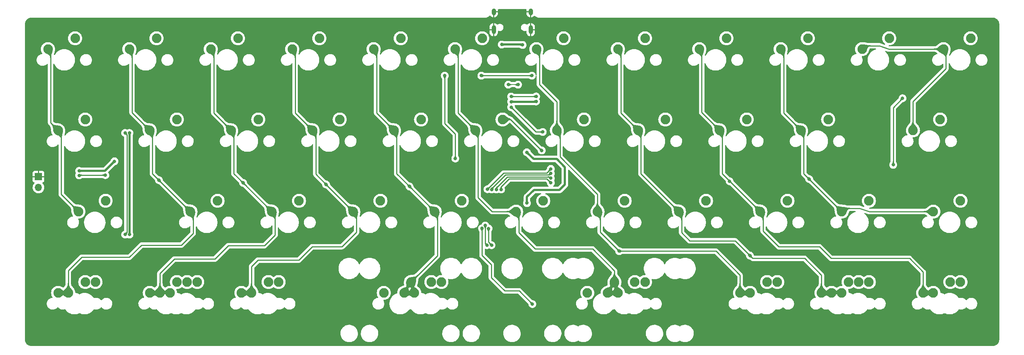
<source format=gbr>
%TF.GenerationSoftware,KiCad,Pcbnew,(6.0.1)*%
%TF.CreationDate,2022-06-06T15:03:59+02:00*%
%TF.ProjectId,dizzy40,64697a7a-7934-4302-9e6b-696361645f70,rev?*%
%TF.SameCoordinates,Original*%
%TF.FileFunction,Copper,L1,Top*%
%TF.FilePolarity,Positive*%
%FSLAX46Y46*%
G04 Gerber Fmt 4.6, Leading zero omitted, Abs format (unit mm)*
G04 Created by KiCad (PCBNEW (6.0.1)) date 2022-06-06 15:03:59*
%MOMM*%
%LPD*%
G01*
G04 APERTURE LIST*
%TA.AperFunction,ComponentPad*%
%ADD10C,2.250000*%
%TD*%
%TA.AperFunction,ComponentPad*%
%ADD11R,1.700000X1.700000*%
%TD*%
%TA.AperFunction,ComponentPad*%
%ADD12O,1.700000X1.700000*%
%TD*%
%TA.AperFunction,ComponentPad*%
%ADD13O,1.000000X2.100000*%
%TD*%
%TA.AperFunction,ComponentPad*%
%ADD14O,1.000000X1.600000*%
%TD*%
%TA.AperFunction,ViaPad*%
%ADD15C,0.800000*%
%TD*%
%TA.AperFunction,Conductor*%
%ADD16C,0.250000*%
%TD*%
%TA.AperFunction,Conductor*%
%ADD17C,0.500000*%
%TD*%
%TA.AperFunction,Conductor*%
%ADD18C,0.200000*%
%TD*%
G04 APERTURE END LIST*
D10*
%TO.P,MX20,1,COL*%
%TO.N,col8*%
X196215000Y-86360000D03*
%TO.P,MX20,2,ROW*%
%TO.N,Net-(D11-Pad3)*%
X202565000Y-83820000D03*
%TD*%
%TO.P,MX27,1,COL*%
%TO.N,col4*%
X129540000Y-105410000D03*
%TO.P,MX27,2,ROW*%
%TO.N,Net-(D16-Pad2)*%
X135890000Y-102870000D03*
%TD*%
%TO.P,MX28,1,COL*%
%TO.N,col5*%
X148590000Y-105410000D03*
%TO.P,MX28,2,ROW*%
%TO.N,Net-(D16-Pad3)*%
X154940000Y-102870000D03*
%TD*%
%TO.P,MX16,1,COL*%
%TO.N,col4*%
X120015000Y-86360000D03*
%TO.P,MX16,2,ROW*%
%TO.N,Net-(D9-Pad3)*%
X126365000Y-83820000D03*
%TD*%
%TO.P,MX26,1,COL*%
%TO.N,col3*%
X110490000Y-105410000D03*
%TO.P,MX26,2,ROW*%
%TO.N,Net-(D15-Pad3)*%
X116840000Y-102870000D03*
%TD*%
%TO.P,MX55,1,COL*%
%TO.N,col8*%
X243840000Y-124460000D03*
%TO.P,MX55,2,ROW*%
%TO.N,Net-(D24-Pad3)*%
X250190000Y-121920000D03*
%TD*%
%TO.P,MX5,1,COL*%
%TO.N,col4*%
X115252500Y-67310000D03*
%TO.P,MX5,2,ROW*%
%TO.N,Net-(D3-Pad2)*%
X121602500Y-64770000D03*
%TD*%
%TO.P,MX52,1,COL*%
%TO.N,col6*%
X200977500Y-124460000D03*
%TO.P,MX52,2,ROW*%
%TO.N,Net-(D23-Pad2)*%
X207327500Y-121920000D03*
%TD*%
%TO.P,MX31,1,COL*%
%TO.N,col8*%
X205740000Y-105410000D03*
%TO.P,MX31,2,ROW*%
%TO.N,Net-(D18-Pad2)*%
X212090000Y-102870000D03*
%TD*%
%TO.P,MX3,1,COL*%
%TO.N,col2*%
X77152500Y-67310000D03*
%TO.P,MX3,2,ROW*%
%TO.N,Net-(D2-Pad2)*%
X83502500Y-64770000D03*
%TD*%
%TO.P,MX15,1,COL*%
%TO.N,col3*%
X100965000Y-86360000D03*
%TO.P,MX15,2,ROW*%
%TO.N,Net-(D9-Pad2)*%
X107315000Y-83820000D03*
%TD*%
%TO.P,MX12,1,COL*%
%TO.N,col0*%
X41433750Y-86360000D03*
%TO.P,MX12,2,ROW*%
%TO.N,Net-(D19-Pad2)*%
X47783750Y-83820000D03*
%TD*%
%TO.P,MX32,1,COL*%
%TO.N,col9*%
X224790000Y-105410000D03*
%TO.P,MX32,2,ROW*%
%TO.N,Net-(D18-Pad3)*%
X231140000Y-102870000D03*
%TD*%
%TO.P,MX1,1,COL*%
%TO.N,col0*%
X39052500Y-67310000D03*
%TO.P,MX1,2,ROW*%
%TO.N,Net-(D1-Pad2)*%
X45402500Y-64770000D03*
%TD*%
%TO.P,MX43,1,COL*%
%TO.N,col10*%
X248602500Y-67310000D03*
%TO.P,MX43,2,ROW*%
%TO.N,Net-(D25-Pad3)*%
X254952500Y-64770000D03*
%TD*%
%TO.P,MX34,1,COL*%
%TO.N,col1*%
X41433750Y-124460000D03*
%TO.P,MX34,2,ROW*%
%TO.N,Net-(D19-Pad3)*%
X47783750Y-121920000D03*
%TD*%
%TO.P,MX2,1,COL*%
%TO.N,col1*%
X58102500Y-67310000D03*
%TO.P,MX2,2,ROW*%
%TO.N,Net-(D1-Pad3)*%
X64452500Y-64770000D03*
%TD*%
%TO.P,MX53,1,COL*%
%TO.N,col7*%
X222408750Y-124460000D03*
%TO.P,MX53,2,ROW*%
%TO.N,Net-(D23-Pad3)*%
X228758750Y-121920000D03*
%TD*%
%TO.P,MX25,1,COL*%
%TO.N,col2*%
X91440000Y-105410000D03*
%TO.P,MX25,2,ROW*%
%TO.N,Net-(D15-Pad2)*%
X97790000Y-102870000D03*
%TD*%
%TO.P,MX54,1,COL*%
%TO.N,col7*%
X220027500Y-124460000D03*
%TO.P,MX54,2,ROW*%
%TO.N,Net-(D23-Pad3)*%
X226377500Y-121920000D03*
%TD*%
%TO.P,MX50,1,COL*%
%TO.N,col2*%
X67627500Y-124460000D03*
%TO.P,MX50,2,ROW*%
%TO.N,Net-(D20-Pad2)*%
X73977500Y-121920000D03*
%TD*%
%TO.P,MX49,1,COL*%
%TO.N,col2*%
X65246250Y-124460000D03*
%TO.P,MX49,2,ROW*%
%TO.N,Net-(D20-Pad2)*%
X71596250Y-121920000D03*
%TD*%
%TO.P,MX22,1,COL*%
%TO.N,col10*%
X241458750Y-86360000D03*
%TO.P,MX22,2,ROW*%
%TO.N,Net-(D12-Pad3)*%
X247808750Y-83820000D03*
%TD*%
%TO.P,MX39,1,COL*%
%TO.N,col5*%
X172402500Y-124460000D03*
%TO.P,MX39,2,ROW*%
%TO.N,spc2*%
X178752500Y-121920000D03*
%TD*%
%TO.P,MX19,1,COL*%
%TO.N,col7*%
X177165000Y-86360000D03*
%TO.P,MX19,2,ROW*%
%TO.N,Net-(D11-Pad2)*%
X183515000Y-83820000D03*
%TD*%
%TO.P,MX7,1,COL*%
%TO.N,col6*%
X153352500Y-67310000D03*
%TO.P,MX7,2,ROW*%
%TO.N,Net-(D4-Pad2)*%
X159702500Y-64770000D03*
%TD*%
%TO.P,MX48,1,COL*%
%TO.N,col1*%
X43815000Y-124460000D03*
%TO.P,MX48,2,ROW*%
%TO.N,Net-(D19-Pad3)*%
X50165000Y-121920000D03*
%TD*%
%TO.P,MX18,1,COL*%
%TO.N,col6*%
X158115000Y-86360000D03*
%TO.P,MX18,2,ROW*%
%TO.N,Net-(D10-Pad3)*%
X164465000Y-83820000D03*
%TD*%
%TO.P,MX17,1,COL*%
%TO.N,col5*%
X139065000Y-86360000D03*
%TO.P,MX17,2,ROW*%
%TO.N,Net-(D10-Pad2)*%
X145415000Y-83820000D03*
%TD*%
%TO.P,MX40,1,COL*%
%TO.N,col6*%
X203358750Y-124460000D03*
%TO.P,MX40,2,ROW*%
%TO.N,Net-(D23-Pad2)*%
X209708750Y-121920000D03*
%TD*%
%TO.P,MX36,1,COL*%
%TO.N,col3*%
X84296250Y-124460000D03*
%TO.P,MX36,2,ROW*%
%TO.N,Net-(D20-Pad3)*%
X90646250Y-121920000D03*
%TD*%
%TO.P,MX51,1,COL*%
%TO.N,col3*%
X86677500Y-124460000D03*
%TO.P,MX51,2,ROW*%
%TO.N,Net-(D20-Pad3)*%
X93027500Y-121920000D03*
%TD*%
%TO.P,MX41,1,COL*%
%TO.N,col7*%
X224790000Y-124460000D03*
%TO.P,MX41,2,ROW*%
%TO.N,Net-(D23-Pad3)*%
X231140000Y-121920000D03*
%TD*%
%TO.P,MX37,1,COL*%
%TO.N,col4*%
X124777500Y-124460000D03*
%TO.P,MX37,2,ROW*%
%TO.N,spc1*%
X131127500Y-121920000D03*
%TD*%
%TO.P,MX46,1,COL*%
%TO.N,spc1*%
X117633750Y-124460000D03*
%TO.P,MX46,2,ROW*%
%TO.N,col4*%
X123983750Y-121920000D03*
%TD*%
%TO.P,MX14,1,COL*%
%TO.N,col2*%
X81915000Y-86360000D03*
%TO.P,MX14,2,ROW*%
%TO.N,Net-(D8-Pad3)*%
X88265000Y-83820000D03*
%TD*%
%TO.P,MX10,1,COL*%
%TO.N,col9*%
X210502500Y-67310000D03*
%TO.P,MX10,2,ROW*%
%TO.N,Net-(D5-Pad3)*%
X216852500Y-64770000D03*
%TD*%
%TO.P,MX4,1,COL*%
%TO.N,col3*%
X96202500Y-67310000D03*
%TO.P,MX4,2,ROW*%
%TO.N,Net-(D2-Pad3)*%
X102552500Y-64770000D03*
%TD*%
%TO.P,MX45,1,COL*%
%TO.N,col5*%
X170021250Y-124460000D03*
%TO.P,MX45,2,ROW*%
%TO.N,spc2*%
X176371250Y-121920000D03*
%TD*%
%TO.P,MX33,1,COL*%
%TO.N,col9*%
X246221250Y-105410000D03*
%TO.P,MX33,2,ROW*%
%TO.N,Net-(D24-Pad2)*%
X252571250Y-102870000D03*
%TD*%
%TO.P,MX21,1,COL*%
%TO.N,col9*%
X215265000Y-86360000D03*
%TO.P,MX21,2,ROW*%
%TO.N,Net-(D12-Pad2)*%
X221615000Y-83820000D03*
%TD*%
%TO.P,MX6,1,COL*%
%TO.N,col5*%
X134302500Y-67310000D03*
%TO.P,MX6,2,ROW*%
%TO.N,Net-(D3-Pad3)*%
X140652500Y-64770000D03*
%TD*%
%TO.P,MX23,1,COL*%
%TO.N,col0*%
X46196250Y-105410000D03*
%TO.P,MX23,2,ROW*%
%TO.N,Net-(D14-Pad2)*%
X52546250Y-102870000D03*
%TD*%
%TO.P,MX47,1,COL*%
%TO.N,spc2*%
X165258750Y-124460000D03*
%TO.P,MX47,2,ROW*%
%TO.N,col5*%
X171608750Y-121920000D03*
%TD*%
%TO.P,MX29,1,COL*%
%TO.N,col6*%
X167640000Y-105410000D03*
%TO.P,MX29,2,ROW*%
%TO.N,Net-(D17-Pad2)*%
X173990000Y-102870000D03*
%TD*%
%TO.P,MX30,1,COL*%
%TO.N,col7*%
X186690000Y-105410000D03*
%TO.P,MX30,2,ROW*%
%TO.N,Net-(D17-Pad3)*%
X193040000Y-102870000D03*
%TD*%
%TO.P,MX9,1,COL*%
%TO.N,col8*%
X191452500Y-67310000D03*
%TO.P,MX9,2,ROW*%
%TO.N,Net-(D5-Pad2)*%
X197802500Y-64770000D03*
%TD*%
%TO.P,MX44,1,COL*%
%TO.N,col4*%
X122396250Y-124460000D03*
%TO.P,MX44,2,ROW*%
%TO.N,spc1*%
X128746250Y-121920000D03*
%TD*%
%TO.P,MX24,1,COL*%
%TO.N,col1*%
X72390000Y-105410000D03*
%TO.P,MX24,2,ROW*%
%TO.N,Net-(D14-Pad3)*%
X78740000Y-102870000D03*
%TD*%
%TO.P,MX35,1,COL*%
%TO.N,col2*%
X62865000Y-124460000D03*
%TO.P,MX35,2,ROW*%
%TO.N,Net-(D20-Pad2)*%
X69215000Y-121920000D03*
%TD*%
%TO.P,MX42,1,COL*%
%TO.N,col8*%
X246221250Y-124460000D03*
%TO.P,MX42,2,ROW*%
%TO.N,Net-(D24-Pad3)*%
X252571250Y-121920000D03*
%TD*%
%TO.P,MX11,1,COL*%
%TO.N,col10*%
X229552500Y-67310000D03*
%TO.P,MX11,2,ROW*%
%TO.N,Net-(D6-Pad3)*%
X235902500Y-64770000D03*
%TD*%
%TO.P,MX13,1,COL*%
%TO.N,col1*%
X62865000Y-86360000D03*
%TO.P,MX13,2,ROW*%
%TO.N,Net-(D8-Pad2)*%
X69215000Y-83820000D03*
%TD*%
%TO.P,MX8,1,COL*%
%TO.N,col7*%
X172402500Y-67310000D03*
%TO.P,MX8,2,ROW*%
%TO.N,Net-(D4-Pad3)*%
X178752500Y-64770000D03*
%TD*%
D11*
%TO.P,RESET,1,1*%
%TO.N,GND*%
X36830000Y-97226200D03*
D12*
%TO.P,RESET,2,2*%
%TO.N,Net-(R6-Pad1)*%
X36830000Y-99766200D03*
%TD*%
D13*
%TO.P,USB1,S1,SHIELD*%
%TO.N,GND*%
X151995600Y-62769200D03*
D14*
X151995600Y-58589200D03*
D13*
X143355600Y-62769200D03*
D14*
X143355600Y-58589200D03*
%TD*%
D15*
%TO.N,col7*%
X203301600Y-115722400D03*
%TO.N,Net-(RGB4-Pad2)*%
X57099200Y-86969600D03*
%TO.N,+5V*%
X58115200Y-86969600D03*
%TO.N,Net-(RGB4-Pad2)*%
X57115697Y-110794800D03*
%TO.N,+5V*%
X58115200Y-110794800D03*
%TO.N,GND*%
X142951200Y-97028000D03*
%TO.N,Net-(RGB2-Pad2)*%
X147421600Y-78435200D03*
X153280088Y-78418712D03*
%TO.N,+5V*%
X153263600Y-79603600D03*
X147421600Y-79654400D03*
%TO.N,row1*%
X147421600Y-80924400D03*
%TO.N,Net-(D10-Pad2)*%
X154584400Y-91084400D03*
%TO.N,D+*%
X149047200Y-75641200D03*
X146761200Y-75641200D03*
%TO.N,col9*%
X217144600Y-97764600D03*
%TO.N,col6*%
X141782800Y-113284000D03*
%TO.N,col7*%
X142849600Y-113284000D03*
X142138400Y-109372400D03*
%TO.N,row3*%
X140614400Y-109321600D03*
%TO.N,col6*%
X141376400Y-108661200D03*
X172720000Y-114681000D03*
%TO.N,+5V*%
X151130000Y-103428800D03*
X54610000Y-93624400D03*
X46329600Y-95859600D03*
%TO.N,Net-(R6-Pad1)*%
X52476400Y-96875600D03*
X46329600Y-96926400D03*
%TO.N,RGB*%
X239014000Y-78841600D03*
X236829600Y-94437200D03*
X156718000Y-95402400D03*
X141884400Y-100177600D03*
%TO.N,row0*%
X134366000Y-92964000D03*
%TO.N,GND*%
X138480800Y-105105200D03*
%TO.N,col8*%
X198551800Y-98311300D03*
X156718000Y-98653600D03*
%TO.N,col10*%
X156718000Y-96469200D03*
%TO.N,col9*%
X156718000Y-97586800D03*
%TO.N,col10*%
X142900400Y-100228400D03*
%TO.N,col9*%
X143967200Y-100228400D03*
%TO.N,col8*%
X145084800Y-100228400D03*
%TO.N,row3*%
X152400000Y-127101600D03*
%TO.N,col2*%
X84709000Y-98679000D03*
%TO.N,col3*%
X104114600Y-99034600D03*
%TO.N,col4*%
X123647200Y-99517200D03*
%TO.N,col1*%
X65024000Y-98044000D03*
%TO.N,GND*%
X155600400Y-110083600D03*
%TO.N,row0*%
X131892800Y-73542400D03*
%TO.N,+5V*%
X151104600Y-91516200D03*
%TO.N,row0*%
X140462000Y-73533000D03*
X152273000Y-73533000D03*
%TO.N,row1*%
X154813000Y-86741000D03*
%TO.N,VCC*%
X145237200Y-66243200D03*
X150114000Y-66344800D03*
%TD*%
D16*
%TO.N,col7*%
X199847200Y-112268000D02*
X203301600Y-115722400D01*
X189230000Y-112268000D02*
X199847200Y-112268000D01*
X187325000Y-110363000D02*
X189230000Y-112268000D01*
X187325000Y-106045000D02*
X187325000Y-110363000D01*
X186690000Y-105410000D02*
X187325000Y-106045000D01*
X203962000Y-116382800D02*
X203301600Y-115722400D01*
X220027500Y-120307100D02*
X216103200Y-116382800D01*
X220027500Y-124460000D02*
X220027500Y-120307100D01*
X216103200Y-116382800D02*
X203962000Y-116382800D01*
%TO.N,col8*%
X240639600Y-116382800D02*
X243840000Y-119583200D01*
X210058000Y-113665000D02*
X219583000Y-113665000D01*
X206375000Y-109982000D02*
X210058000Y-113665000D01*
X206375000Y-106045000D02*
X206375000Y-109982000D01*
X222300800Y-116382800D02*
X240639600Y-116382800D01*
X243840000Y-119583200D02*
X243840000Y-124460000D01*
X205740000Y-105410000D02*
X206375000Y-106045000D01*
X219583000Y-113665000D02*
X222300800Y-116382800D01*
%TO.N,col3*%
X86677500Y-118300500D02*
X86677500Y-124460000D01*
X88188800Y-116789200D02*
X86677500Y-118300500D01*
X107848400Y-113639600D02*
X100888800Y-113639600D01*
X97739200Y-116789200D02*
X88188800Y-116789200D01*
X111252000Y-110236000D02*
X107848400Y-113639600D01*
X100888800Y-113639600D02*
X97739200Y-116789200D01*
X111252000Y-106172000D02*
X111252000Y-110236000D01*
X110490000Y-105410000D02*
X111252000Y-106172000D01*
%TO.N,col1*%
X58064400Y-116128800D02*
X46939200Y-116128800D01*
X70231000Y-113284000D02*
X60909200Y-113284000D01*
X73025000Y-110490000D02*
X70231000Y-113284000D01*
X72390000Y-105410000D02*
X73025000Y-106045000D01*
X73025000Y-106045000D02*
X73025000Y-110490000D01*
X60909200Y-113284000D02*
X58064400Y-116128800D01*
X46939200Y-116128800D02*
X43815000Y-119253000D01*
X43815000Y-119253000D02*
X43815000Y-124460000D01*
%TO.N,col2*%
X65246250Y-119907050D02*
X65246250Y-124460000D01*
X89687400Y-113411000D02*
X81254600Y-113411000D01*
X81254600Y-113411000D02*
X78130400Y-116535200D01*
X78130400Y-116535200D02*
X68618100Y-116535200D01*
X92202000Y-106172000D02*
X92202000Y-110896400D01*
X92202000Y-110896400D02*
X89687400Y-113411000D01*
X68618100Y-116535200D02*
X65246250Y-119907050D01*
X91440000Y-105410000D02*
X92202000Y-106172000D01*
%TO.N,col6*%
X195351400Y-114681000D02*
X172720000Y-114681000D01*
X200977500Y-120307100D02*
X195351400Y-114681000D01*
X200977500Y-124460000D02*
X200977500Y-120307100D01*
%TO.N,Net-(RGB4-Pad2)*%
X57115697Y-110762583D02*
X57115697Y-110794800D01*
X57540680Y-110337600D02*
X57115697Y-110762583D01*
X57099200Y-86969600D02*
X57540680Y-87411080D01*
X57540680Y-87411080D02*
X57540680Y-110337600D01*
D17*
%TO.N,+5V*%
X58115200Y-110794800D02*
X58115200Y-86969600D01*
D16*
%TO.N,col6*%
X158115000Y-79679800D02*
X154051000Y-75615800D01*
X158115000Y-86360000D02*
X158115000Y-79679800D01*
X154051000Y-75615800D02*
X154051000Y-68008500D01*
%TO.N,Net-(RGB2-Pad2)*%
X148285200Y-78435200D02*
X147421600Y-78435200D01*
X153263600Y-78435200D02*
X148285200Y-78435200D01*
X153280088Y-78418712D02*
X153263600Y-78435200D01*
D17*
%TO.N,+5V*%
X153212800Y-79654400D02*
X153263600Y-79603600D01*
X147421600Y-79654400D02*
X153212800Y-79654400D01*
D16*
%TO.N,row1*%
X153238200Y-86741000D02*
X154813000Y-86741000D01*
X147421600Y-80924400D02*
X153238200Y-86741000D01*
%TO.N,row0*%
X134366000Y-87223600D02*
X134366000Y-92964000D01*
X131892800Y-84750400D02*
X134366000Y-87223600D01*
X131892800Y-73542400D02*
X131892800Y-84750400D01*
%TO.N,Net-(D10-Pad2)*%
X154584400Y-91084400D02*
X147320000Y-83820000D01*
X147320000Y-83820000D02*
X145415000Y-83820000D01*
D18*
%TO.N,D+*%
X146761200Y-75641200D02*
X149047200Y-75641200D01*
D16*
%TO.N,col9*%
X217246200Y-97866200D02*
X217144600Y-97764600D01*
X217144600Y-97764600D02*
X215900000Y-96520000D01*
X224790000Y-105410000D02*
X217246200Y-97866200D01*
%TO.N,col8*%
X146979760Y-97723840D02*
X155788240Y-97723840D01*
X145084800Y-99618800D02*
X146979760Y-97723840D01*
X145084800Y-100228400D02*
X145084800Y-99618800D01*
X155788240Y-97723840D02*
X156718000Y-98653600D01*
%TO.N,col10*%
X142900400Y-100025200D02*
X142900400Y-100228400D01*
X156362400Y-96824800D02*
X146100800Y-96824800D01*
X156718000Y-96469200D02*
X156362400Y-96824800D01*
X146100800Y-96824800D02*
X142900400Y-100025200D01*
%TO.N,RGB*%
X155745120Y-96375280D02*
X156718000Y-95402400D01*
X141884400Y-100177600D02*
X145686720Y-96375280D01*
X145686720Y-96375280D02*
X155745120Y-96375280D01*
%TO.N,col9*%
X143967200Y-99797318D02*
X143967200Y-100228400D01*
X146490198Y-97274320D02*
X143967200Y-99797318D01*
X156405520Y-97274320D02*
X146490198Y-97274320D01*
X156718000Y-97586800D02*
X156405520Y-97274320D01*
%TO.N,col6*%
X141376400Y-112877600D02*
X141376400Y-108661200D01*
X141782800Y-113284000D02*
X141376400Y-112877600D01*
%TO.N,col7*%
X142849600Y-113284000D02*
X142138400Y-112572800D01*
X142138400Y-112572800D02*
X142138400Y-109372400D01*
%TO.N,row3*%
X140614400Y-109321600D02*
X140614400Y-115671600D01*
X140614400Y-115671600D02*
X140919200Y-115976400D01*
X142798800Y-117856000D02*
X140919200Y-115976400D01*
%TO.N,col4*%
X123983750Y-121920000D02*
X124777500Y-124460000D01*
X122396250Y-124460000D02*
X123983750Y-121920000D01*
%TO.N,col5*%
X171608750Y-121920000D02*
X172402500Y-124460000D01*
X170021250Y-124460000D02*
X171608750Y-121920000D01*
%TO.N,col9*%
X231292400Y-105410000D02*
X228955600Y-104648000D01*
X228955600Y-104648000D02*
X225552000Y-104648000D01*
X246221250Y-105410000D02*
X231292400Y-105410000D01*
%TO.N,col10*%
X233629200Y-66548000D02*
X235813600Y-67310000D01*
X248602500Y-67310000D02*
X235813600Y-67310000D01*
X233629200Y-66548000D02*
X230314500Y-66548000D01*
%TO.N,col5*%
X139700000Y-102108000D02*
X139700000Y-86995000D01*
X139700000Y-86995000D02*
X139065000Y-86360000D01*
X143002000Y-105410000D02*
X139700000Y-102108000D01*
X148590000Y-105410000D02*
X143002000Y-105410000D01*
D17*
%TO.N,+5V*%
X151130000Y-103428800D02*
X151130000Y-101955600D01*
X152679400Y-93091000D02*
X151104600Y-91516200D01*
X158115000Y-93091000D02*
X152679400Y-93091000D01*
X160020000Y-94996000D02*
X158115000Y-93091000D01*
X160020000Y-99060000D02*
X160020000Y-94996000D01*
X158750000Y-100330000D02*
X160020000Y-99060000D01*
X152755600Y-100330000D02*
X158750000Y-100330000D01*
X151130000Y-101955600D02*
X152755600Y-100330000D01*
X52374800Y-95859600D02*
X54610000Y-93624400D01*
X46329600Y-95859600D02*
X52374800Y-95859600D01*
D16*
%TO.N,Net-(R6-Pad1)*%
X46380400Y-96875600D02*
X46329600Y-96926400D01*
X52476400Y-96875600D02*
X46380400Y-96875600D01*
%TO.N,RGB*%
X236829600Y-81026000D02*
X239014000Y-78841600D01*
X236829600Y-94437200D02*
X236829600Y-81026000D01*
%TO.N,col6*%
X168275000Y-110236000D02*
X170649900Y-112610900D01*
X170649900Y-112610900D02*
X171589700Y-113550700D01*
X171589700Y-113550700D02*
X172720000Y-114681000D01*
%TO.N,col8*%
X199390000Y-99060000D02*
X196850000Y-96520000D01*
X205740000Y-105410000D02*
X199390000Y-99060000D01*
%TO.N,col6*%
X167640000Y-101346000D02*
X158877000Y-92583000D01*
X167640000Y-105410000D02*
X167640000Y-101346000D01*
X158877000Y-92583000D02*
X158877000Y-87122000D01*
%TO.N,row3*%
X142798800Y-120904000D02*
X142798800Y-117856000D01*
X149301200Y-124002800D02*
X145897600Y-124002800D01*
X152400000Y-127101600D02*
X149301200Y-124002800D01*
X145897600Y-124002800D02*
X142798800Y-120904000D01*
%TO.N,col2*%
X84709000Y-98679000D02*
X82550000Y-96520000D01*
X91440000Y-105410000D02*
X84709000Y-98679000D01*
%TO.N,col3*%
X104114600Y-99034600D02*
X101727000Y-96647000D01*
X110490000Y-105410000D02*
X104114600Y-99034600D01*
%TO.N,col4*%
X129540000Y-105410000D02*
X123647200Y-99517200D01*
X123647200Y-99517200D02*
X120650000Y-96520000D01*
%TO.N,col1*%
X65024000Y-98044000D02*
X63500000Y-96520000D01*
X72390000Y-105410000D02*
X65024000Y-98044000D01*
%TO.N,col4*%
X120650000Y-94996000D02*
X120650000Y-86995000D01*
X120650000Y-96520000D02*
X120650000Y-94996000D01*
%TO.N,row0*%
X140462000Y-73533000D02*
X152273000Y-73533000D01*
D17*
%TO.N,VCC*%
X150012400Y-66243200D02*
X150114000Y-66344800D01*
X145237200Y-66243200D02*
X150012400Y-66243200D01*
D16*
%TO.N,col0*%
X39674800Y-67932300D02*
X39052500Y-67310000D01*
X42164000Y-87090250D02*
X41433750Y-86360000D01*
X46196250Y-105410000D02*
X42164000Y-101377750D01*
X41433750Y-86360000D02*
X39674800Y-84601050D01*
X42164000Y-101377750D02*
X42164000Y-87090250D01*
X39674800Y-84601050D02*
X39674800Y-67932300D01*
%TO.N,col1*%
X41433750Y-124460000D02*
X43815000Y-124460000D01*
X58724800Y-67932300D02*
X58102500Y-67310000D01*
X58724800Y-82219800D02*
X58724800Y-67932300D01*
X63500000Y-86995000D02*
X62865000Y-86360000D01*
X62865000Y-86360000D02*
X58724800Y-82219800D01*
X63500000Y-96520000D02*
X63500000Y-86995000D01*
%TO.N,col2*%
X65246250Y-124460000D02*
X67627500Y-124460000D01*
X62865000Y-124460000D02*
X65246250Y-124460000D01*
X82550000Y-96520000D02*
X82550000Y-86995000D01*
X77851000Y-68008500D02*
X77152500Y-67310000D01*
X77851000Y-82296000D02*
X77851000Y-68008500D01*
X82550000Y-86995000D02*
X81915000Y-86360000D01*
X81915000Y-86360000D02*
X77851000Y-82296000D01*
%TO.N,col3*%
X96901000Y-68008500D02*
X96202500Y-67310000D01*
X96901000Y-82296000D02*
X96901000Y-68008500D01*
X101727000Y-96647000D02*
X101727000Y-87122000D01*
X100965000Y-86360000D02*
X96901000Y-82296000D01*
X84296250Y-124460000D02*
X86677500Y-124460000D01*
X101727000Y-87122000D02*
X100965000Y-86360000D01*
%TO.N,col4*%
X115951000Y-68008500D02*
X115252500Y-67310000D01*
X115951000Y-82296000D02*
X115951000Y-68008500D01*
X120650000Y-86995000D02*
X120015000Y-86360000D01*
X123983750Y-121920000D02*
X130175000Y-115728750D01*
X122396250Y-124460000D02*
X124777500Y-124460000D01*
X130175000Y-115728750D02*
X130175000Y-106045000D01*
X130175000Y-106045000D02*
X129540000Y-105410000D01*
X120015000Y-86360000D02*
X115951000Y-82296000D01*
%TO.N,col5*%
X149225000Y-106045000D02*
X148590000Y-105410000D01*
X170021250Y-124460000D02*
X172402500Y-124460000D01*
X139065000Y-86360000D02*
X135001000Y-82296000D01*
X166497000Y-114173000D02*
X153035000Y-114173000D01*
X153035000Y-114173000D02*
X149225000Y-110363000D01*
X171608750Y-119284750D02*
X166497000Y-114173000D01*
X171608750Y-121920000D02*
X171608750Y-119284750D01*
X135001000Y-68008500D02*
X134302500Y-67310000D01*
X135001000Y-82296000D02*
X135001000Y-68008500D01*
X149225000Y-110363000D02*
X149225000Y-106045000D01*
%TO.N,col6*%
X158877000Y-87122000D02*
X158115000Y-86360000D01*
X203358750Y-124460000D02*
X200977500Y-124460000D01*
X154051000Y-68008500D02*
X153352500Y-67310000D01*
X168275000Y-106045000D02*
X168275000Y-110236000D01*
X167640000Y-105410000D02*
X168275000Y-106045000D01*
%TO.N,col7*%
X173101000Y-82296000D02*
X173101000Y-68008500D01*
X177800000Y-96520000D02*
X177800000Y-86995000D01*
X186690000Y-105410000D02*
X177800000Y-96520000D01*
X222408750Y-124460000D02*
X220027500Y-124460000D01*
X173101000Y-68008500D02*
X172402500Y-67310000D01*
X224790000Y-124460000D02*
X222408750Y-124460000D01*
X177165000Y-86360000D02*
X173101000Y-82296000D01*
X177800000Y-86995000D02*
X177165000Y-86360000D01*
%TO.N,col8*%
X246221250Y-124460000D02*
X243840000Y-124460000D01*
X196215000Y-86360000D02*
X192024000Y-82169000D01*
X196850000Y-86995000D02*
X196215000Y-86360000D01*
X192024000Y-82169000D02*
X192024000Y-67881500D01*
X196850000Y-96520000D02*
X196850000Y-86995000D01*
X192024000Y-67881500D02*
X191452500Y-67310000D01*
%TO.N,col9*%
X211201000Y-82296000D02*
X211201000Y-68008500D01*
X215265000Y-86360000D02*
X211201000Y-82296000D01*
X215900000Y-86995000D02*
X215265000Y-86360000D01*
X211201000Y-68008500D02*
X210502500Y-67310000D01*
X215900000Y-96520000D02*
X215900000Y-86995000D01*
X225552000Y-104648000D02*
X224790000Y-105410000D01*
%TO.N,col10*%
X249174000Y-67881500D02*
X248602500Y-67310000D01*
X249174000Y-71882000D02*
X249174000Y-67881500D01*
X241458750Y-86360000D02*
X241458750Y-79597250D01*
X230314500Y-66548000D02*
X229552500Y-67310000D01*
X241458750Y-79597250D02*
X249174000Y-71882000D01*
%TD*%
%TA.AperFunction,Conductor*%
%TO.N,col7*%
G36*
X202839637Y-115083085D02*
G01*
X202870412Y-115111714D01*
X202897650Y-115137053D01*
X202897836Y-115137198D01*
X202897843Y-115137204D01*
X202957619Y-115183795D01*
X202957624Y-115183798D01*
X202957862Y-115183984D01*
X202958123Y-115184147D01*
X202958125Y-115184148D01*
X203013490Y-115218639D01*
X203013497Y-115218643D01*
X203013775Y-115218816D01*
X203067150Y-115244177D01*
X203067436Y-115244278D01*
X203067444Y-115244281D01*
X203119531Y-115262615D01*
X203119753Y-115262693D01*
X203173345Y-115276992D01*
X203229685Y-115289699D01*
X203229689Y-115289702D01*
X203229689Y-115289700D01*
X203290397Y-115303412D01*
X203290756Y-115303500D01*
X203357381Y-115320775D01*
X203357962Y-115320941D01*
X203424854Y-115342027D01*
X203431714Y-115347783D01*
X203433034Y-115352957D01*
X203443021Y-115863821D01*
X203036168Y-115855868D01*
X202932157Y-115853834D01*
X202923953Y-115850246D01*
X202921227Y-115845654D01*
X202900141Y-115778762D01*
X202899975Y-115778181D01*
X202882700Y-115711556D01*
X202882612Y-115711197D01*
X202868900Y-115650489D01*
X202868901Y-115650489D01*
X202868899Y-115650485D01*
X202856223Y-115594283D01*
X202856192Y-115594145D01*
X202841893Y-115540553D01*
X202841815Y-115540331D01*
X202823481Y-115488244D01*
X202823478Y-115488236D01*
X202823377Y-115487950D01*
X202798016Y-115434575D01*
X202797843Y-115434297D01*
X202797839Y-115434290D01*
X202763348Y-115378925D01*
X202763347Y-115378923D01*
X202763184Y-115378662D01*
X202739116Y-115347783D01*
X202716404Y-115318643D01*
X202716398Y-115318636D01*
X202716253Y-115318450D01*
X202677685Y-115276992D01*
X202662285Y-115260437D01*
X202659159Y-115252046D01*
X202662578Y-115244195D01*
X202823395Y-115083378D01*
X202831668Y-115079951D01*
X202839637Y-115083085D01*
G37*
%TD.AperFunction*%
%TD*%
%TA.AperFunction,Conductor*%
%TO.N,col7*%
G36*
X187075302Y-105171140D02*
G01*
X187515429Y-105313264D01*
X187806548Y-105407271D01*
X187813368Y-105413074D01*
X187814644Y-105418873D01*
X187804800Y-105664518D01*
X187804713Y-105665545D01*
X187777105Y-105879803D01*
X187776929Y-105880815D01*
X187736250Y-106066254D01*
X187736044Y-106067058D01*
X187686580Y-106234708D01*
X187686450Y-106235120D01*
X187632500Y-106395870D01*
X187632484Y-106395919D01*
X187580557Y-106554033D01*
X187578480Y-106560357D01*
X187528839Y-106739195D01*
X187487960Y-106943202D01*
X187460220Y-107183197D01*
X187457363Y-107263371D01*
X187450402Y-107458717D01*
X187446682Y-107466863D01*
X187438709Y-107470000D01*
X187210925Y-107470000D01*
X187202652Y-107466573D01*
X187199252Y-107459101D01*
X187185849Y-107263869D01*
X187185815Y-107263371D01*
X187144802Y-107096654D01*
X187079268Y-106963057D01*
X186991522Y-106855784D01*
X186883875Y-106768042D01*
X186758633Y-106693038D01*
X186618107Y-106623977D01*
X186618012Y-106623934D01*
X186618000Y-106623928D01*
X186464687Y-106554102D01*
X186464538Y-106554033D01*
X186300688Y-106476628D01*
X186300181Y-106476373D01*
X186291444Y-106471714D01*
X186135359Y-106388487D01*
X186129672Y-106381572D01*
X186129332Y-106376193D01*
X186153477Y-106234912D01*
X186229345Y-105790966D01*
X186373973Y-104944669D01*
X187075302Y-105171140D01*
G37*
%TD.AperFunction*%
%TD*%
%TA.AperFunction,Conductor*%
%TO.N,col7*%
G36*
X203567032Y-115588932D02*
G01*
X203671043Y-115590966D01*
X203679247Y-115594554D01*
X203681973Y-115599147D01*
X203703058Y-115666037D01*
X203703224Y-115666617D01*
X203720499Y-115733243D01*
X203720587Y-115733602D01*
X203734299Y-115794310D01*
X203734298Y-115794310D01*
X203734300Y-115794314D01*
X203747007Y-115850654D01*
X203761306Y-115904246D01*
X203761383Y-115904465D01*
X203761384Y-115904468D01*
X203779718Y-115956555D01*
X203779721Y-115956563D01*
X203779822Y-115956849D01*
X203805183Y-116010224D01*
X203805356Y-116010502D01*
X203805360Y-116010509D01*
X203839851Y-116065874D01*
X203840015Y-116066137D01*
X203840201Y-116066375D01*
X203840204Y-116066380D01*
X203886795Y-116126156D01*
X203886801Y-116126163D01*
X203886946Y-116126349D01*
X203900854Y-116141299D01*
X203940915Y-116184363D01*
X203944041Y-116192754D01*
X203940622Y-116200605D01*
X203779805Y-116361422D01*
X203771532Y-116364849D01*
X203763563Y-116361715D01*
X203732918Y-116333207D01*
X203705549Y-116307746D01*
X203705363Y-116307601D01*
X203705356Y-116307595D01*
X203645580Y-116261004D01*
X203645575Y-116261001D01*
X203645337Y-116260815D01*
X203645074Y-116260651D01*
X203589709Y-116226160D01*
X203589702Y-116226156D01*
X203589424Y-116225983D01*
X203536049Y-116200622D01*
X203535763Y-116200521D01*
X203535755Y-116200518D01*
X203483668Y-116182184D01*
X203483665Y-116182183D01*
X203483446Y-116182106D01*
X203429854Y-116167807D01*
X203373514Y-116155100D01*
X203373510Y-116155097D01*
X203373510Y-116155099D01*
X203312802Y-116141387D01*
X203312443Y-116141299D01*
X203245817Y-116124024D01*
X203245237Y-116123858D01*
X203178347Y-116102773D01*
X203171486Y-116097017D01*
X203170166Y-116091843D01*
X203167532Y-115957128D01*
X203160179Y-115580979D01*
X203567032Y-115588932D01*
G37*
%TD.AperFunction*%
%TD*%
%TA.AperFunction,Conductor*%
%TO.N,col7*%
G36*
X220149694Y-122218427D02*
G01*
X220153104Y-122226062D01*
X220167080Y-122481832D01*
X220208287Y-122699623D01*
X220272316Y-122879148D01*
X220355363Y-123031185D01*
X220355582Y-123031486D01*
X220355586Y-123031493D01*
X220415152Y-123113525D01*
X220453624Y-123166509D01*
X220453774Y-123166686D01*
X220563253Y-123295848D01*
X220563295Y-123295897D01*
X220680436Y-123429970D01*
X220680725Y-123430315D01*
X220801358Y-123579611D01*
X220801901Y-123580339D01*
X220844156Y-123641844D01*
X220922728Y-123756213D01*
X221040000Y-123969624D01*
X220038277Y-125011293D01*
X220036665Y-125012970D01*
X220036664Y-125012970D01*
X220035934Y-125013730D01*
X220027730Y-125017319D01*
X220019067Y-125013731D01*
X220017650Y-125012257D01*
X219020965Y-123975827D01*
X219017700Y-123967488D01*
X219019144Y-123962082D01*
X219020191Y-123960178D01*
X219131991Y-123756723D01*
X219132601Y-123755733D01*
X219253097Y-123580339D01*
X219253641Y-123579611D01*
X219374274Y-123430315D01*
X219374563Y-123429970D01*
X219491704Y-123295897D01*
X219491746Y-123295848D01*
X219601225Y-123166686D01*
X219601375Y-123166509D01*
X219639847Y-123113525D01*
X219699413Y-123031493D01*
X219699417Y-123031486D01*
X219699636Y-123031185D01*
X219782683Y-122879148D01*
X219846712Y-122699623D01*
X219887919Y-122481832D01*
X219901896Y-122226062D01*
X219905770Y-122217988D01*
X219913579Y-122215000D01*
X220141421Y-122215000D01*
X220149694Y-122218427D01*
G37*
%TD.AperFunction*%
%TD*%
%TA.AperFunction,Conductor*%
%TO.N,col8*%
G36*
X206125302Y-105171140D02*
G01*
X206565429Y-105313264D01*
X206856548Y-105407271D01*
X206863368Y-105413074D01*
X206864644Y-105418873D01*
X206854800Y-105664518D01*
X206854713Y-105665545D01*
X206827105Y-105879803D01*
X206826929Y-105880815D01*
X206786250Y-106066254D01*
X206786044Y-106067058D01*
X206736580Y-106234708D01*
X206736450Y-106235120D01*
X206682500Y-106395870D01*
X206682484Y-106395919D01*
X206630557Y-106554033D01*
X206628480Y-106560357D01*
X206578839Y-106739195D01*
X206537960Y-106943202D01*
X206510220Y-107183197D01*
X206507363Y-107263371D01*
X206500402Y-107458717D01*
X206496682Y-107466863D01*
X206488709Y-107470000D01*
X206260925Y-107470000D01*
X206252652Y-107466573D01*
X206249252Y-107459101D01*
X206235849Y-107263869D01*
X206235815Y-107263371D01*
X206194802Y-107096654D01*
X206129268Y-106963057D01*
X206041522Y-106855784D01*
X205933875Y-106768042D01*
X205808633Y-106693038D01*
X205668107Y-106623977D01*
X205668012Y-106623934D01*
X205668000Y-106623928D01*
X205514687Y-106554102D01*
X205514538Y-106554033D01*
X205350688Y-106476628D01*
X205350181Y-106476373D01*
X205341444Y-106471714D01*
X205185359Y-106388487D01*
X205179672Y-106381572D01*
X205179332Y-106376193D01*
X205203477Y-106234912D01*
X205279345Y-105790966D01*
X205423973Y-104944669D01*
X206125302Y-105171140D01*
G37*
%TD.AperFunction*%
%TD*%
%TA.AperFunction,Conductor*%
%TO.N,col8*%
G36*
X243962194Y-122218427D02*
G01*
X243965604Y-122226062D01*
X243979580Y-122481832D01*
X244020787Y-122699623D01*
X244084816Y-122879148D01*
X244167863Y-123031185D01*
X244168082Y-123031486D01*
X244168086Y-123031493D01*
X244227652Y-123113525D01*
X244266124Y-123166509D01*
X244266274Y-123166686D01*
X244375753Y-123295848D01*
X244375795Y-123295897D01*
X244492936Y-123429970D01*
X244493225Y-123430315D01*
X244613858Y-123579611D01*
X244614401Y-123580339D01*
X244656656Y-123641844D01*
X244735228Y-123756213D01*
X244852500Y-123969624D01*
X243850777Y-125011293D01*
X243849165Y-125012970D01*
X243849164Y-125012970D01*
X243848434Y-125013730D01*
X243840230Y-125017319D01*
X243831567Y-125013731D01*
X243830150Y-125012257D01*
X242833465Y-123975827D01*
X242830200Y-123967488D01*
X242831644Y-123962082D01*
X242832691Y-123960178D01*
X242944491Y-123756723D01*
X242945101Y-123755733D01*
X243065597Y-123580339D01*
X243066141Y-123579611D01*
X243186774Y-123430315D01*
X243187063Y-123429970D01*
X243304204Y-123295897D01*
X243304246Y-123295848D01*
X243413725Y-123166686D01*
X243413875Y-123166509D01*
X243452347Y-123113525D01*
X243511913Y-123031493D01*
X243511917Y-123031486D01*
X243512136Y-123031185D01*
X243595183Y-122879148D01*
X243659212Y-122699623D01*
X243700419Y-122481832D01*
X243714396Y-122226062D01*
X243718270Y-122217988D01*
X243726079Y-122215000D01*
X243953921Y-122215000D01*
X243962194Y-122218427D01*
G37*
%TD.AperFunction*%
%TD*%
%TA.AperFunction,Conductor*%
%TO.N,col3*%
G36*
X86799694Y-122218427D02*
G01*
X86803104Y-122226062D01*
X86817080Y-122481832D01*
X86858287Y-122699623D01*
X86922316Y-122879148D01*
X87005363Y-123031185D01*
X87005582Y-123031486D01*
X87005586Y-123031493D01*
X87065152Y-123113525D01*
X87103624Y-123166509D01*
X87103774Y-123166686D01*
X87213253Y-123295848D01*
X87213295Y-123295897D01*
X87330436Y-123429970D01*
X87330725Y-123430315D01*
X87451358Y-123579611D01*
X87451902Y-123580339D01*
X87572398Y-123755733D01*
X87573008Y-123756723D01*
X87685391Y-123961235D01*
X87685856Y-123962082D01*
X87686837Y-123970983D01*
X87684035Y-123975827D01*
X87677312Y-123982818D01*
X87230407Y-124447544D01*
X87230407Y-124447545D01*
X86953252Y-124735752D01*
X86953177Y-124735830D01*
X86685933Y-125013731D01*
X86677729Y-125017319D01*
X86669066Y-125013730D01*
X86668336Y-125012970D01*
X86668335Y-125012970D01*
X85665000Y-123969624D01*
X85782271Y-123756213D01*
X85860843Y-123641844D01*
X85903098Y-123580339D01*
X85903641Y-123579611D01*
X86024274Y-123430315D01*
X86024563Y-123429970D01*
X86141704Y-123295897D01*
X86141746Y-123295848D01*
X86251225Y-123166686D01*
X86251375Y-123166509D01*
X86289847Y-123113525D01*
X86349413Y-123031493D01*
X86349417Y-123031486D01*
X86349636Y-123031185D01*
X86432683Y-122879148D01*
X86496712Y-122699623D01*
X86537919Y-122481832D01*
X86551896Y-122226062D01*
X86555770Y-122217988D01*
X86563579Y-122215000D01*
X86791421Y-122215000D01*
X86799694Y-122218427D01*
G37*
%TD.AperFunction*%
%TD*%
%TA.AperFunction,Conductor*%
%TO.N,col3*%
G36*
X111606159Y-105407563D02*
G01*
X111613224Y-105413065D01*
X111614746Y-105419166D01*
X111608345Y-105650420D01*
X111608303Y-105651129D01*
X111595807Y-105792119D01*
X111590280Y-105854471D01*
X111590196Y-105855177D01*
X111563636Y-106031913D01*
X111563536Y-106032484D01*
X111531255Y-106192748D01*
X111531200Y-106193005D01*
X111496000Y-106346915D01*
X111496000Y-106346916D01*
X111460801Y-106504142D01*
X111460795Y-106504170D01*
X111460776Y-106504256D01*
X111428407Y-106674930D01*
X111401752Y-106868941D01*
X111383664Y-107096296D01*
X111383660Y-107096446D01*
X111383660Y-107096452D01*
X111377281Y-107355588D01*
X111373652Y-107363774D01*
X111365585Y-107367000D01*
X111137865Y-107367000D01*
X111129592Y-107363573D01*
X111126197Y-107356164D01*
X111126155Y-107355588D01*
X111113033Y-107178470D01*
X111072663Y-107026779D01*
X111063047Y-107008800D01*
X111008523Y-106906858D01*
X111008521Y-106906855D01*
X111008185Y-106906227D01*
X110921892Y-106811113D01*
X110921382Y-106810750D01*
X110921379Y-106810747D01*
X110816453Y-106736005D01*
X110816080Y-106735739D01*
X110815673Y-106735536D01*
X110693291Y-106674528D01*
X110693280Y-106674523D01*
X110693043Y-106674405D01*
X110692793Y-106674309D01*
X110692784Y-106674305D01*
X110555213Y-106621463D01*
X110555192Y-106621455D01*
X110555076Y-106621411D01*
X110404472Y-106571057D01*
X110243695Y-106517700D01*
X110243370Y-106517586D01*
X110082397Y-106458365D01*
X110075816Y-106452293D01*
X110074740Y-106447100D01*
X110090627Y-105794492D01*
X110110086Y-104995186D01*
X111606159Y-105407563D01*
G37*
%TD.AperFunction*%
%TD*%
%TA.AperFunction,Conductor*%
%TO.N,col1*%
G36*
X72775302Y-105171140D02*
G01*
X73215429Y-105313264D01*
X73506548Y-105407271D01*
X73513368Y-105413074D01*
X73514644Y-105418873D01*
X73504800Y-105664518D01*
X73504713Y-105665545D01*
X73477105Y-105879803D01*
X73476929Y-105880815D01*
X73436250Y-106066254D01*
X73436044Y-106067058D01*
X73386580Y-106234708D01*
X73386450Y-106235120D01*
X73332500Y-106395870D01*
X73332484Y-106395919D01*
X73280557Y-106554033D01*
X73278480Y-106560357D01*
X73228839Y-106739195D01*
X73187960Y-106943202D01*
X73160220Y-107183197D01*
X73157363Y-107263371D01*
X73150402Y-107458717D01*
X73146682Y-107466863D01*
X73138709Y-107470000D01*
X72910925Y-107470000D01*
X72902652Y-107466573D01*
X72899252Y-107459101D01*
X72885849Y-107263869D01*
X72885815Y-107263371D01*
X72844802Y-107096654D01*
X72779268Y-106963057D01*
X72691522Y-106855784D01*
X72583875Y-106768042D01*
X72458633Y-106693038D01*
X72318107Y-106623977D01*
X72318012Y-106623934D01*
X72318000Y-106623928D01*
X72164687Y-106554102D01*
X72164538Y-106554033D01*
X72000688Y-106476628D01*
X72000181Y-106476373D01*
X71991444Y-106471714D01*
X71835359Y-106388487D01*
X71829672Y-106381572D01*
X71829332Y-106376193D01*
X71853477Y-106234912D01*
X71929345Y-105790966D01*
X72073973Y-104944669D01*
X72775302Y-105171140D01*
G37*
%TD.AperFunction*%
%TD*%
%TA.AperFunction,Conductor*%
%TO.N,col1*%
G36*
X43937194Y-122218427D02*
G01*
X43940604Y-122226062D01*
X43954580Y-122481832D01*
X43995787Y-122699623D01*
X44059816Y-122879148D01*
X44142863Y-123031185D01*
X44143082Y-123031486D01*
X44143086Y-123031493D01*
X44202652Y-123113525D01*
X44241124Y-123166509D01*
X44241274Y-123166686D01*
X44350753Y-123295848D01*
X44350795Y-123295897D01*
X44467936Y-123429970D01*
X44468225Y-123430315D01*
X44588858Y-123579611D01*
X44589402Y-123580339D01*
X44709898Y-123755733D01*
X44710508Y-123756723D01*
X44822891Y-123961235D01*
X44823356Y-123962082D01*
X44824337Y-123970983D01*
X44821535Y-123975827D01*
X44814812Y-123982818D01*
X44367907Y-124447544D01*
X44367907Y-124447545D01*
X44090752Y-124735752D01*
X44090677Y-124735830D01*
X43823433Y-125013731D01*
X43815229Y-125017319D01*
X43806566Y-125013730D01*
X43805836Y-125012970D01*
X43805835Y-125012970D01*
X42802500Y-123969624D01*
X42919771Y-123756213D01*
X42998343Y-123641844D01*
X43040598Y-123580339D01*
X43041141Y-123579611D01*
X43161774Y-123430315D01*
X43162063Y-123429970D01*
X43279204Y-123295897D01*
X43279246Y-123295848D01*
X43388725Y-123166686D01*
X43388875Y-123166509D01*
X43427347Y-123113525D01*
X43486913Y-123031493D01*
X43486917Y-123031486D01*
X43487136Y-123031185D01*
X43570183Y-122879148D01*
X43634212Y-122699623D01*
X43675419Y-122481832D01*
X43689396Y-122226062D01*
X43693270Y-122217988D01*
X43701079Y-122215000D01*
X43928921Y-122215000D01*
X43937194Y-122218427D01*
G37*
%TD.AperFunction*%
%TD*%
%TA.AperFunction,Conductor*%
%TO.N,col2*%
G36*
X65368444Y-122218427D02*
G01*
X65371854Y-122226062D01*
X65385830Y-122481832D01*
X65427037Y-122699623D01*
X65491066Y-122879148D01*
X65574113Y-123031185D01*
X65574332Y-123031486D01*
X65574336Y-123031493D01*
X65633902Y-123113525D01*
X65672374Y-123166509D01*
X65672524Y-123166686D01*
X65782003Y-123295848D01*
X65782045Y-123295897D01*
X65899186Y-123429970D01*
X65899475Y-123430315D01*
X66020108Y-123579611D01*
X66020651Y-123580339D01*
X66062906Y-123641844D01*
X66141478Y-123756213D01*
X66258750Y-123969624D01*
X65257027Y-125011293D01*
X65255415Y-125012970D01*
X65255414Y-125012970D01*
X65254684Y-125013730D01*
X65246480Y-125017319D01*
X65237816Y-125013730D01*
X65237086Y-125012970D01*
X65237085Y-125012970D01*
X64233750Y-123969624D01*
X64351021Y-123756213D01*
X64429593Y-123641844D01*
X64471848Y-123580339D01*
X64472391Y-123579611D01*
X64593024Y-123430315D01*
X64593313Y-123429970D01*
X64710454Y-123295897D01*
X64710496Y-123295848D01*
X64819975Y-123166686D01*
X64820125Y-123166509D01*
X64858597Y-123113525D01*
X64918163Y-123031493D01*
X64918167Y-123031486D01*
X64918386Y-123031185D01*
X65001433Y-122879148D01*
X65065462Y-122699623D01*
X65106669Y-122481832D01*
X65120646Y-122226062D01*
X65124520Y-122217988D01*
X65132329Y-122215000D01*
X65360171Y-122215000D01*
X65368444Y-122218427D01*
G37*
%TD.AperFunction*%
%TD*%
%TA.AperFunction,Conductor*%
%TO.N,col2*%
G36*
X92556159Y-105407563D02*
G01*
X92563224Y-105413065D01*
X92564746Y-105419166D01*
X92558345Y-105650420D01*
X92558303Y-105651129D01*
X92545807Y-105792119D01*
X92540280Y-105854471D01*
X92540196Y-105855177D01*
X92513636Y-106031913D01*
X92513536Y-106032484D01*
X92481255Y-106192748D01*
X92481200Y-106193005D01*
X92446000Y-106346915D01*
X92446000Y-106346916D01*
X92410801Y-106504142D01*
X92410795Y-106504170D01*
X92410776Y-106504256D01*
X92378407Y-106674930D01*
X92351752Y-106868941D01*
X92333664Y-107096296D01*
X92333660Y-107096446D01*
X92333660Y-107096452D01*
X92327281Y-107355588D01*
X92323652Y-107363774D01*
X92315585Y-107367000D01*
X92087865Y-107367000D01*
X92079592Y-107363573D01*
X92076197Y-107356164D01*
X92076155Y-107355588D01*
X92063033Y-107178470D01*
X92022663Y-107026779D01*
X92013047Y-107008800D01*
X91958523Y-106906858D01*
X91958521Y-106906855D01*
X91958185Y-106906227D01*
X91871892Y-106811113D01*
X91871382Y-106810750D01*
X91871379Y-106810747D01*
X91766453Y-106736005D01*
X91766080Y-106735739D01*
X91765673Y-106735536D01*
X91643291Y-106674528D01*
X91643280Y-106674523D01*
X91643043Y-106674405D01*
X91642793Y-106674309D01*
X91642784Y-106674305D01*
X91505213Y-106621463D01*
X91505192Y-106621455D01*
X91505076Y-106621411D01*
X91354472Y-106571057D01*
X91193695Y-106517700D01*
X91193370Y-106517586D01*
X91032397Y-106458365D01*
X91025816Y-106452293D01*
X91024740Y-106447100D01*
X91040627Y-105794492D01*
X91060086Y-104995186D01*
X92556159Y-105407563D01*
G37*
%TD.AperFunction*%
%TD*%
%TA.AperFunction,Conductor*%
%TO.N,col6*%
G36*
X172901809Y-114324881D02*
G01*
X172964005Y-114357263D01*
X172964534Y-114357556D01*
X172968363Y-114359808D01*
X173023938Y-114392496D01*
X173024214Y-114392666D01*
X173076809Y-114425881D01*
X173076811Y-114425884D01*
X173076812Y-114425883D01*
X173125640Y-114456738D01*
X173173647Y-114484523D01*
X173173849Y-114484620D01*
X173173855Y-114484623D01*
X173204233Y-114499182D01*
X173223935Y-114508625D01*
X173279610Y-114528435D01*
X173279931Y-114528509D01*
X173279929Y-114528509D01*
X173343475Y-114543271D01*
X173343478Y-114543271D01*
X173343777Y-114543341D01*
X173344086Y-114543379D01*
X173344090Y-114543380D01*
X173388113Y-114548837D01*
X173419538Y-114552733D01*
X173466068Y-114554413D01*
X173498722Y-114555593D01*
X173506866Y-114559316D01*
X173510000Y-114567285D01*
X173510000Y-114794715D01*
X173506573Y-114802988D01*
X173498722Y-114806407D01*
X173475541Y-114807244D01*
X173419538Y-114809266D01*
X173388113Y-114813162D01*
X173344090Y-114818619D01*
X173344086Y-114818620D01*
X173343777Y-114818658D01*
X173343478Y-114818728D01*
X173343475Y-114818728D01*
X173337681Y-114820074D01*
X173279610Y-114833564D01*
X173223935Y-114853374D01*
X173223660Y-114853506D01*
X173173855Y-114877376D01*
X173173849Y-114877379D01*
X173173647Y-114877476D01*
X173125640Y-114905261D01*
X173076812Y-114936116D01*
X173024214Y-114969333D01*
X173023938Y-114969503D01*
X172973260Y-114999311D01*
X172964534Y-115004443D01*
X172964005Y-115004736D01*
X172901809Y-115037119D01*
X172892889Y-115037900D01*
X172888298Y-115035175D01*
X172520000Y-114681000D01*
X172852407Y-114361339D01*
X172877445Y-114337262D01*
X172888297Y-114326825D01*
X172896635Y-114323561D01*
X172901809Y-114324881D01*
G37*
%TD.AperFunction*%
%TD*%
%TA.AperFunction,Conductor*%
%TO.N,col6*%
G36*
X201099694Y-122218427D02*
G01*
X201103104Y-122226062D01*
X201117080Y-122481832D01*
X201158287Y-122699623D01*
X201222316Y-122879148D01*
X201305363Y-123031185D01*
X201305582Y-123031486D01*
X201305586Y-123031493D01*
X201365152Y-123113525D01*
X201403624Y-123166509D01*
X201403774Y-123166686D01*
X201513253Y-123295848D01*
X201513295Y-123295897D01*
X201630436Y-123429970D01*
X201630725Y-123430315D01*
X201751358Y-123579611D01*
X201751901Y-123580339D01*
X201794156Y-123641844D01*
X201872728Y-123756213D01*
X201990000Y-123969624D01*
X200988277Y-125011293D01*
X200986665Y-125012970D01*
X200986664Y-125012970D01*
X200985934Y-125013730D01*
X200977730Y-125017319D01*
X200969067Y-125013731D01*
X200967650Y-125012257D01*
X199970965Y-123975827D01*
X199967700Y-123967488D01*
X199969144Y-123962082D01*
X199970191Y-123960178D01*
X200081991Y-123756723D01*
X200082601Y-123755733D01*
X200203097Y-123580339D01*
X200203641Y-123579611D01*
X200324274Y-123430315D01*
X200324563Y-123429970D01*
X200441704Y-123295897D01*
X200441746Y-123295848D01*
X200551225Y-123166686D01*
X200551375Y-123166509D01*
X200589847Y-123113525D01*
X200649413Y-123031493D01*
X200649417Y-123031486D01*
X200649636Y-123031185D01*
X200732683Y-122879148D01*
X200796712Y-122699623D01*
X200837919Y-122481832D01*
X200851896Y-122226062D01*
X200855770Y-122217988D01*
X200863579Y-122215000D01*
X201091421Y-122215000D01*
X201099694Y-122218427D01*
G37*
%TD.AperFunction*%
%TD*%
%TA.AperFunction,Conductor*%
%TO.N,Net-(RGB4-Pad2)*%
G36*
X57661273Y-110162044D02*
G01*
X57664700Y-110170317D01*
X57664700Y-110179275D01*
X57664687Y-110179822D01*
X57661509Y-110247693D01*
X57661390Y-110248900D01*
X57650175Y-110322847D01*
X57649924Y-110324063D01*
X57645432Y-110341153D01*
X57633421Y-110386848D01*
X57633097Y-110387883D01*
X57613005Y-110442974D01*
X57612749Y-110443617D01*
X57593854Y-110487226D01*
X57592401Y-110489695D01*
X57590664Y-110491959D01*
X57590368Y-110492674D01*
X57575325Y-110528990D01*
X57575203Y-110529276D01*
X57568490Y-110544338D01*
X57568446Y-110544450D01*
X57558749Y-110569005D01*
X57558681Y-110569173D01*
X57530156Y-110638038D01*
X57530056Y-110638800D01*
X57510290Y-110788936D01*
X57505813Y-110796691D01*
X57501842Y-110798676D01*
X56996784Y-110939981D01*
X56987894Y-110938910D01*
X56982365Y-110931866D01*
X56981940Y-110929146D01*
X56967713Y-110544338D01*
X56963623Y-110433712D01*
X56966742Y-110425319D01*
X56971597Y-110422188D01*
X57025777Y-110404027D01*
X57026950Y-110403700D01*
X57089676Y-110389719D01*
X57090320Y-110389595D01*
X57152404Y-110379370D01*
X57152471Y-110379359D01*
X57211983Y-110369913D01*
X57211982Y-110369913D01*
X57212128Y-110369890D01*
X57267260Y-110358177D01*
X57316169Y-110341153D01*
X57357162Y-110315752D01*
X57388541Y-110278907D01*
X57408612Y-110227551D01*
X57413562Y-110179275D01*
X57414603Y-110169124D01*
X57418856Y-110161243D01*
X57426242Y-110158617D01*
X57653000Y-110158617D01*
X57661273Y-110162044D01*
G37*
%TD.AperFunction*%
%TD*%
%TA.AperFunction,Conductor*%
%TO.N,Net-(RGB4-Pad2)*%
G36*
X56972736Y-86832086D02*
G01*
X57491005Y-86967460D01*
X57498143Y-86972866D01*
X57499725Y-86978054D01*
X57503861Y-87044616D01*
X57516513Y-87107974D01*
X57535159Y-87162938D01*
X57557800Y-87212770D01*
X57557877Y-87212919D01*
X57582401Y-87260658D01*
X57582462Y-87260778D01*
X57606917Y-87309767D01*
X57607223Y-87310434D01*
X57623708Y-87349763D01*
X57629483Y-87363541D01*
X57629896Y-87364691D01*
X57648160Y-87425359D01*
X57648486Y-87426737D01*
X57660901Y-87498489D01*
X57661055Y-87499862D01*
X57664683Y-87568005D01*
X57664700Y-87568627D01*
X57664700Y-87575032D01*
X57661273Y-87583305D01*
X57653000Y-87586732D01*
X57426212Y-87586732D01*
X57417939Y-87583305D01*
X57414576Y-87576258D01*
X57408761Y-87521083D01*
X57408760Y-87521080D01*
X57408675Y-87520271D01*
X57388784Y-87471205D01*
X57388109Y-87470453D01*
X57388108Y-87470451D01*
X57358321Y-87437257D01*
X57358318Y-87437255D01*
X57357692Y-87436557D01*
X57356878Y-87436092D01*
X57356876Y-87436090D01*
X57335364Y-87423795D01*
X57317084Y-87413346D01*
X57316461Y-87413156D01*
X57316458Y-87413155D01*
X57269005Y-87398704D01*
X57269001Y-87398703D01*
X57268643Y-87398594D01*
X57268279Y-87398532D01*
X57268274Y-87398531D01*
X57214224Y-87389349D01*
X57214206Y-87389347D01*
X57214056Y-87389321D01*
X57155006Y-87382549D01*
X57154976Y-87382545D01*
X57113387Y-87377668D01*
X57093474Y-87375333D01*
X57092891Y-87375249D01*
X57070672Y-87371468D01*
X57030836Y-87364688D01*
X57029696Y-87364435D01*
X56976354Y-87349763D01*
X56969286Y-87344265D01*
X56967759Y-87338711D01*
X56963256Y-87108334D01*
X56958081Y-86843635D01*
X56961346Y-86835296D01*
X56969550Y-86831708D01*
X56972736Y-86832086D01*
G37*
%TD.AperFunction*%
%TD*%
%TA.AperFunction,Conductor*%
%TO.N,+5V*%
G36*
X58123633Y-86778369D02*
G01*
X58469648Y-87138182D01*
X58472913Y-87146521D01*
X58471827Y-87151219D01*
X58447831Y-87202900D01*
X58425377Y-87257213D01*
X58425330Y-87257349D01*
X58425328Y-87257353D01*
X58407415Y-87308690D01*
X58407360Y-87308848D01*
X58393299Y-87359761D01*
X58382717Y-87411908D01*
X58375133Y-87467245D01*
X58370068Y-87527726D01*
X58367044Y-87595309D01*
X58367042Y-87595419D01*
X58365581Y-87671948D01*
X58365251Y-87747951D01*
X58361788Y-87756209D01*
X58353551Y-87759600D01*
X57877880Y-87759600D01*
X57869607Y-87756173D01*
X57866180Y-87747900D01*
X57866180Y-87425800D01*
X57866225Y-87424780D01*
X57869854Y-87383298D01*
X57869944Y-87382273D01*
X57858898Y-87341050D01*
X57858677Y-87340054D01*
X57851446Y-87299045D01*
X57851268Y-87298035D01*
X57844768Y-87286776D01*
X57843599Y-87283955D01*
X57840499Y-87272386D01*
X57840234Y-87271396D01*
X57830303Y-87257213D01*
X57815763Y-87236448D01*
X57815215Y-87235587D01*
X57794387Y-87199512D01*
X57794384Y-87199509D01*
X57793874Y-87198625D01*
X57793095Y-87197971D01*
X57793093Y-87197969D01*
X57774094Y-87182027D01*
X57771003Y-87177991D01*
X57758573Y-87151219D01*
X57758197Y-87142272D01*
X57760752Y-87138182D01*
X58106767Y-86778369D01*
X58114971Y-86774781D01*
X58123633Y-86778369D01*
G37*
%TD.AperFunction*%
%TD*%
%TA.AperFunction,Conductor*%
%TO.N,+5V*%
G36*
X58361824Y-110008227D02*
G01*
X58365251Y-110016448D01*
X58365581Y-110092451D01*
X58367044Y-110169090D01*
X58370068Y-110236673D01*
X58375133Y-110297154D01*
X58382717Y-110352491D01*
X58393299Y-110404638D01*
X58402474Y-110437858D01*
X58406251Y-110451534D01*
X58407360Y-110455551D01*
X58425377Y-110507186D01*
X58447831Y-110561499D01*
X58447896Y-110561638D01*
X58471827Y-110613181D01*
X58472203Y-110622128D01*
X58469648Y-110626218D01*
X58123633Y-110986031D01*
X58115429Y-110989619D01*
X58106767Y-110986031D01*
X57760752Y-110626218D01*
X57757487Y-110617879D01*
X57758573Y-110613181D01*
X57782503Y-110561639D01*
X57782503Y-110561638D01*
X57782568Y-110561499D01*
X57782711Y-110561152D01*
X57786003Y-110556660D01*
X57793090Y-110550713D01*
X57793090Y-110550712D01*
X57793874Y-110550055D01*
X57794384Y-110549171D01*
X57794387Y-110549168D01*
X57815215Y-110513093D01*
X57815763Y-110512232D01*
X57839647Y-110478123D01*
X57839648Y-110478121D01*
X57840234Y-110477284D01*
X57843600Y-110464723D01*
X57844768Y-110461903D01*
X57850755Y-110451534D01*
X57850755Y-110451533D01*
X57851268Y-110450645D01*
X57858677Y-110408626D01*
X57858898Y-110407630D01*
X57869678Y-110367400D01*
X57869944Y-110366407D01*
X57866225Y-110323896D01*
X57866180Y-110322876D01*
X57866180Y-110016500D01*
X57869607Y-110008227D01*
X57877880Y-110004800D01*
X58353551Y-110004800D01*
X58361824Y-110008227D01*
G37*
%TD.AperFunction*%
%TD*%
%TA.AperFunction,Conductor*%
%TO.N,col6*%
G36*
X158237194Y-84118427D02*
G01*
X158240604Y-84126062D01*
X158254580Y-84381832D01*
X158295787Y-84599623D01*
X158359816Y-84779148D01*
X158442863Y-84931185D01*
X158443082Y-84931486D01*
X158443086Y-84931493D01*
X158502652Y-85013525D01*
X158541124Y-85066509D01*
X158541274Y-85066686D01*
X158650753Y-85195848D01*
X158650795Y-85195897D01*
X158767936Y-85329970D01*
X158768225Y-85330315D01*
X158888858Y-85479611D01*
X158889402Y-85480339D01*
X159009898Y-85655733D01*
X159010508Y-85656723D01*
X159123356Y-85862082D01*
X159124337Y-85870983D01*
X159121535Y-85875827D01*
X158115000Y-86922500D01*
X157108465Y-85875827D01*
X157105200Y-85867488D01*
X157106644Y-85862082D01*
X157219491Y-85656723D01*
X157220101Y-85655733D01*
X157340597Y-85480339D01*
X157341141Y-85479611D01*
X157461774Y-85330315D01*
X157462063Y-85329970D01*
X157579204Y-85195897D01*
X157579246Y-85195848D01*
X157688725Y-85066686D01*
X157688875Y-85066509D01*
X157727347Y-85013525D01*
X157786913Y-84931493D01*
X157786917Y-84931486D01*
X157787136Y-84931185D01*
X157870183Y-84779148D01*
X157934212Y-84599623D01*
X157975419Y-84381832D01*
X157989396Y-84126062D01*
X157993270Y-84117988D01*
X158001079Y-84115000D01*
X158228921Y-84115000D01*
X158237194Y-84118427D01*
G37*
%TD.AperFunction*%
%TD*%
%TA.AperFunction,Conductor*%
%TO.N,col6*%
G36*
X153018447Y-66871872D02*
G01*
X154468867Y-67307408D01*
X154475804Y-67313069D01*
X154477194Y-67319010D01*
X154469073Y-67557992D01*
X154469011Y-67558863D01*
X154446191Y-67768173D01*
X154446064Y-67769036D01*
X154412440Y-67950593D01*
X154412290Y-67951285D01*
X154371417Y-68115685D01*
X154371322Y-68116043D01*
X154326750Y-68273804D01*
X154326741Y-68273837D01*
X154326723Y-68273900D01*
X154313625Y-68321270D01*
X154282128Y-68435177D01*
X154241123Y-68610409D01*
X154207356Y-68809925D01*
X154207336Y-68810126D01*
X154207335Y-68810136D01*
X154204599Y-68838103D01*
X154184442Y-69044147D01*
X154181974Y-69125830D01*
X154176343Y-69312153D01*
X154172667Y-69320319D01*
X154164648Y-69323500D01*
X153936898Y-69323500D01*
X153928625Y-69320073D01*
X153925227Y-69312630D01*
X153911939Y-69125830D01*
X153911902Y-69125310D01*
X153911772Y-69124800D01*
X153871297Y-68966237D01*
X153871296Y-68966234D01*
X153871134Y-68965600D01*
X153805986Y-68838103D01*
X153718746Y-68736554D01*
X153611705Y-68654686D01*
X153487151Y-68586234D01*
X153383536Y-68540792D01*
X153347484Y-68524981D01*
X153347474Y-68524977D01*
X153347374Y-68524933D01*
X153347243Y-68524881D01*
X153194730Y-68464541D01*
X153194663Y-68464515D01*
X153031489Y-68398790D01*
X153031102Y-68398624D01*
X152867262Y-68324728D01*
X152861130Y-68318204D01*
X152860431Y-68312901D01*
X152864339Y-68273804D01*
X153003443Y-66881915D01*
X153007676Y-66874024D01*
X153016248Y-66871437D01*
X153018447Y-66871872D01*
G37*
%TD.AperFunction*%
%TD*%
%TA.AperFunction,Conductor*%
%TO.N,Net-(RGB2-Pad2)*%
G36*
X147603408Y-78079081D02*
G01*
X147658428Y-78107727D01*
X147665605Y-78111463D01*
X147666134Y-78111756D01*
X147725538Y-78146696D01*
X147725814Y-78146866D01*
X147778409Y-78180081D01*
X147778411Y-78180084D01*
X147778412Y-78180083D01*
X147827240Y-78210938D01*
X147875247Y-78238723D01*
X147875449Y-78238820D01*
X147875455Y-78238823D01*
X147905833Y-78253382D01*
X147925535Y-78262825D01*
X147981210Y-78282635D01*
X147981531Y-78282709D01*
X147981529Y-78282709D01*
X148045075Y-78297471D01*
X148045078Y-78297471D01*
X148045377Y-78297541D01*
X148045686Y-78297579D01*
X148045690Y-78297580D01*
X148089713Y-78303037D01*
X148121138Y-78306933D01*
X148167668Y-78308613D01*
X148200322Y-78309793D01*
X148208466Y-78313516D01*
X148211600Y-78321485D01*
X148211600Y-78548915D01*
X148208173Y-78557188D01*
X148200322Y-78560607D01*
X148177141Y-78561444D01*
X148121138Y-78563466D01*
X148089713Y-78567362D01*
X148045690Y-78572819D01*
X148045686Y-78572820D01*
X148045377Y-78572858D01*
X148045078Y-78572928D01*
X148045075Y-78572928D01*
X148007042Y-78581763D01*
X147981210Y-78587764D01*
X147925535Y-78607574D01*
X147925260Y-78607706D01*
X147875455Y-78631576D01*
X147875449Y-78631579D01*
X147875247Y-78631676D01*
X147827240Y-78659461D01*
X147778412Y-78690316D01*
X147725814Y-78723533D01*
X147725538Y-78723703D01*
X147674860Y-78753511D01*
X147666134Y-78758643D01*
X147665605Y-78758936D01*
X147603409Y-78791319D01*
X147594489Y-78792100D01*
X147589898Y-78789375D01*
X147230369Y-78443633D01*
X147226781Y-78435429D01*
X147230369Y-78426767D01*
X147589897Y-78081026D01*
X147598236Y-78077761D01*
X147603408Y-78079081D01*
G37*
%TD.AperFunction*%
%TD*%
%TA.AperFunction,Conductor*%
%TO.N,Net-(RGB2-Pad2)*%
G36*
X153097557Y-78071635D02*
G01*
X153470818Y-78402536D01*
X153474736Y-78410588D01*
X153471502Y-78419389D01*
X153336119Y-78560579D01*
X153244929Y-78655681D01*
X153126274Y-78779425D01*
X153118075Y-78783024D01*
X153112867Y-78781923D01*
X153069344Y-78761542D01*
X153046642Y-78750911D01*
X153046133Y-78750657D01*
X152983144Y-78717269D01*
X152982880Y-78717123D01*
X152927127Y-78685316D01*
X152875475Y-78655728D01*
X152846981Y-78640715D01*
X152825029Y-78629148D01*
X152825022Y-78629145D01*
X152824831Y-78629044D01*
X152824630Y-78628956D01*
X152824622Y-78628952D01*
X152802446Y-78619229D01*
X152771964Y-78605863D01*
X152713640Y-78586787D01*
X152713336Y-78586722D01*
X152713333Y-78586721D01*
X152646907Y-78572477D01*
X152646902Y-78572476D01*
X152646626Y-78572417D01*
X152567690Y-78563354D01*
X152498791Y-78561044D01*
X152484908Y-78560579D01*
X152476754Y-78556877D01*
X152473600Y-78548886D01*
X152473600Y-78321495D01*
X152477027Y-78313222D01*
X152484887Y-78309802D01*
X152564582Y-78306990D01*
X152564837Y-78306981D01*
X152592372Y-78303630D01*
X152641026Y-78297709D01*
X152641034Y-78297708D01*
X152641343Y-78297670D01*
X152641647Y-78297600D01*
X152641654Y-78297599D01*
X152705847Y-78282863D01*
X152705850Y-78282862D01*
X152706186Y-78282785D01*
X152762434Y-78262845D01*
X152813157Y-78238368D01*
X152861422Y-78209872D01*
X152910299Y-78177877D01*
X152962739Y-78142978D01*
X152962975Y-78142825D01*
X153021928Y-78105607D01*
X153022382Y-78105334D01*
X153084004Y-78070224D01*
X153092889Y-78069106D01*
X153097557Y-78071635D01*
G37*
%TD.AperFunction*%
%TD*%
%TA.AperFunction,Conductor*%
%TO.N,+5V*%
G36*
X153051755Y-79273139D02*
G01*
X153452251Y-79571188D01*
X153456842Y-79578876D01*
X153454372Y-79587921D01*
X153140933Y-79976422D01*
X153133072Y-79980708D01*
X153128256Y-79980215D01*
X153095272Y-79969633D01*
X153069061Y-79961224D01*
X153069049Y-79961220D01*
X153068979Y-79961198D01*
X153008002Y-79944065D01*
X153007885Y-79944038D01*
X153007870Y-79944034D01*
X152983822Y-79938458D01*
X152950704Y-79930778D01*
X152918696Y-79925090D01*
X152894990Y-79920876D01*
X152894978Y-79920874D01*
X152894825Y-79920847D01*
X152838105Y-79913785D01*
X152778284Y-79909103D01*
X152747260Y-79907775D01*
X152713204Y-79906316D01*
X152713170Y-79906315D01*
X152713103Y-79906312D01*
X152713059Y-79906311D01*
X152713024Y-79906310D01*
X152640312Y-79904924D01*
X152640302Y-79904924D01*
X152557621Y-79904449D01*
X152474494Y-79904406D01*
X152466223Y-79900975D01*
X152462800Y-79892706D01*
X152462800Y-79416020D01*
X152466227Y-79407747D01*
X152474420Y-79404320D01*
X152485004Y-79404247D01*
X152546751Y-79403823D01*
X152546779Y-79403822D01*
X152546833Y-79403822D01*
X152620599Y-79401743D01*
X152685799Y-79397638D01*
X152685928Y-79397623D01*
X152685943Y-79397622D01*
X152715316Y-79394273D01*
X152744137Y-79390988D01*
X152767915Y-79386642D01*
X152797080Y-79381312D01*
X152797086Y-79381311D01*
X152797314Y-79381269D01*
X152797536Y-79381210D01*
X152797543Y-79381208D01*
X152846793Y-79368024D01*
X152847032Y-79367960D01*
X152847257Y-79367878D01*
X152847261Y-79367877D01*
X152894768Y-79350620D01*
X152894774Y-79350618D01*
X152894993Y-79350538D01*
X152942901Y-79328482D01*
X152965048Y-79316321D01*
X152992320Y-79301346D01*
X152992328Y-79301341D01*
X152992456Y-79301271D01*
X153038593Y-79272589D01*
X153047428Y-79271131D01*
X153051755Y-79273139D01*
G37*
%TD.AperFunction*%
%TD*%
%TA.AperFunction,Conductor*%
%TO.N,+5V*%
G36*
X147603219Y-79297773D02*
G01*
X147625233Y-79307994D01*
X147654900Y-79321768D01*
X147709213Y-79344222D01*
X147760848Y-79362239D01*
X147761003Y-79362282D01*
X147761010Y-79362284D01*
X147778541Y-79367125D01*
X147811761Y-79376300D01*
X147811974Y-79376343D01*
X147811973Y-79376343D01*
X147863725Y-79386845D01*
X147863729Y-79386846D01*
X147863908Y-79386882D01*
X147919245Y-79394466D01*
X147919407Y-79394480D01*
X147919411Y-79394480D01*
X147964031Y-79398217D01*
X147979726Y-79399531D01*
X148047309Y-79402555D01*
X148123948Y-79404018D01*
X148199952Y-79404349D01*
X148208209Y-79407812D01*
X148211600Y-79416049D01*
X148211600Y-79892751D01*
X148208173Y-79901024D01*
X148199952Y-79904451D01*
X148123948Y-79904781D01*
X148047309Y-79906244D01*
X147979726Y-79909268D01*
X147979605Y-79909278D01*
X147979607Y-79909278D01*
X147919411Y-79914319D01*
X147919407Y-79914319D01*
X147919245Y-79914333D01*
X147863908Y-79921917D01*
X147863729Y-79921953D01*
X147863725Y-79921954D01*
X147818740Y-79931083D01*
X147811761Y-79932499D01*
X147778541Y-79941674D01*
X147761010Y-79946515D01*
X147761003Y-79946517D01*
X147760848Y-79946560D01*
X147709213Y-79964577D01*
X147654900Y-79987031D01*
X147619974Y-80003248D01*
X147603219Y-80011027D01*
X147594272Y-80011403D01*
X147590182Y-80008848D01*
X147230369Y-79662833D01*
X147226781Y-79654629D01*
X147230369Y-79645967D01*
X147590182Y-79299952D01*
X147598521Y-79296687D01*
X147603219Y-79297773D01*
G37*
%TD.AperFunction*%
%TD*%
%TA.AperFunction,Conductor*%
%TO.N,row1*%
G36*
X154644703Y-86386826D02*
G01*
X155004231Y-86732567D01*
X155007819Y-86740771D01*
X155004231Y-86749433D01*
X154644703Y-87095174D01*
X154636365Y-87098439D01*
X154631191Y-87097119D01*
X154568994Y-87064736D01*
X154568465Y-87064443D01*
X154559739Y-87059311D01*
X154509061Y-87029503D01*
X154508785Y-87029333D01*
X154456190Y-86996118D01*
X154456188Y-86996115D01*
X154456187Y-86996116D01*
X154407437Y-86965310D01*
X154407427Y-86965304D01*
X154407359Y-86965261D01*
X154359352Y-86937476D01*
X154359150Y-86937379D01*
X154359144Y-86937376D01*
X154309339Y-86913506D01*
X154309064Y-86913374D01*
X154253389Y-86893564D01*
X154227557Y-86887563D01*
X154189524Y-86878728D01*
X154189521Y-86878728D01*
X154189222Y-86878658D01*
X154188913Y-86878620D01*
X154188909Y-86878619D01*
X154144886Y-86873162D01*
X154113461Y-86869266D01*
X154057870Y-86867259D01*
X154034278Y-86866407D01*
X154026134Y-86862684D01*
X154023000Y-86854715D01*
X154023000Y-86627285D01*
X154026427Y-86619012D01*
X154034278Y-86615593D01*
X154067212Y-86614403D01*
X154113461Y-86612733D01*
X154144886Y-86608837D01*
X154188909Y-86603380D01*
X154188913Y-86603379D01*
X154189222Y-86603341D01*
X154189521Y-86603271D01*
X154189524Y-86603271D01*
X154253070Y-86588509D01*
X154253068Y-86588509D01*
X154253389Y-86588435D01*
X154309064Y-86568625D01*
X154328766Y-86559182D01*
X154359144Y-86544623D01*
X154359150Y-86544620D01*
X154359352Y-86544523D01*
X154407359Y-86516738D01*
X154456187Y-86485883D01*
X154508785Y-86452666D01*
X154509061Y-86452496D01*
X154568465Y-86417556D01*
X154568994Y-86417263D01*
X154576879Y-86413158D01*
X154631191Y-86384881D01*
X154640111Y-86384100D01*
X154644703Y-86386826D01*
G37*
%TD.AperFunction*%
%TD*%
%TA.AperFunction,Conductor*%
%TO.N,row1*%
G36*
X147791043Y-80792966D02*
G01*
X147799247Y-80796554D01*
X147801973Y-80801147D01*
X147823058Y-80868037D01*
X147823224Y-80868617D01*
X147840499Y-80935243D01*
X147840587Y-80935602D01*
X147854299Y-80996310D01*
X147854298Y-80996310D01*
X147854300Y-80996314D01*
X147867007Y-81052654D01*
X147881306Y-81106246D01*
X147881383Y-81106465D01*
X147881384Y-81106468D01*
X147899718Y-81158555D01*
X147899721Y-81158563D01*
X147899822Y-81158849D01*
X147925183Y-81212224D01*
X147925356Y-81212502D01*
X147925360Y-81212509D01*
X147959851Y-81267874D01*
X147960015Y-81268137D01*
X147960201Y-81268375D01*
X147960204Y-81268380D01*
X148006795Y-81328156D01*
X148006801Y-81328163D01*
X148006946Y-81328349D01*
X148020854Y-81343299D01*
X148060915Y-81386363D01*
X148064041Y-81394754D01*
X148060622Y-81402605D01*
X147899805Y-81563422D01*
X147891532Y-81566849D01*
X147883563Y-81563715D01*
X147852918Y-81535207D01*
X147825549Y-81509746D01*
X147825363Y-81509601D01*
X147825356Y-81509595D01*
X147765580Y-81463004D01*
X147765575Y-81463001D01*
X147765337Y-81462815D01*
X147765074Y-81462651D01*
X147709709Y-81428160D01*
X147709702Y-81428156D01*
X147709424Y-81427983D01*
X147656049Y-81402622D01*
X147655763Y-81402521D01*
X147655755Y-81402518D01*
X147603668Y-81384184D01*
X147603665Y-81384183D01*
X147603446Y-81384106D01*
X147549854Y-81369807D01*
X147493514Y-81357100D01*
X147493510Y-81357097D01*
X147493510Y-81357099D01*
X147432802Y-81343387D01*
X147432443Y-81343299D01*
X147365817Y-81326024D01*
X147365237Y-81325858D01*
X147298347Y-81304773D01*
X147291486Y-81299017D01*
X147290166Y-81293843D01*
X147280417Y-80795144D01*
X147283682Y-80786805D01*
X147292344Y-80783217D01*
X147791043Y-80792966D01*
G37*
%TD.AperFunction*%
%TD*%
%TA.AperFunction,Conductor*%
%TO.N,row0*%
G36*
X134487988Y-92177427D02*
G01*
X134491407Y-92185278D01*
X134494266Y-92264461D01*
X134503658Y-92340222D01*
X134518564Y-92404389D01*
X134538374Y-92460064D01*
X134562476Y-92510352D01*
X134590261Y-92558359D01*
X134590304Y-92558427D01*
X134590310Y-92558437D01*
X134621116Y-92607187D01*
X134621118Y-92607190D01*
X134654320Y-92659763D01*
X134654513Y-92660078D01*
X134689443Y-92719465D01*
X134689736Y-92719994D01*
X134722119Y-92782191D01*
X134722900Y-92791112D01*
X134720175Y-92795702D01*
X134374433Y-93155231D01*
X134366229Y-93158819D01*
X134357567Y-93155231D01*
X134011826Y-92795703D01*
X134008561Y-92787364D01*
X134009881Y-92782190D01*
X134042263Y-92719994D01*
X134042556Y-92719465D01*
X134077486Y-92660078D01*
X134077679Y-92659763D01*
X134110881Y-92607190D01*
X134110884Y-92607188D01*
X134110883Y-92607187D01*
X134141689Y-92558437D01*
X134141695Y-92558427D01*
X134141738Y-92558359D01*
X134169523Y-92510352D01*
X134193625Y-92460064D01*
X134213435Y-92404389D01*
X134228341Y-92340222D01*
X134237733Y-92264461D01*
X134240593Y-92185278D01*
X134244316Y-92177134D01*
X134252285Y-92174000D01*
X134479715Y-92174000D01*
X134487988Y-92177427D01*
G37*
%TD.AperFunction*%
%TD*%
%TA.AperFunction,Conductor*%
%TO.N,row0*%
G36*
X131901233Y-73351169D02*
G01*
X132246974Y-73710697D01*
X132250239Y-73719035D01*
X132248919Y-73724209D01*
X132216536Y-73786405D01*
X132216243Y-73786934D01*
X132181313Y-73846321D01*
X132181120Y-73846636D01*
X132147918Y-73899209D01*
X132147915Y-73899211D01*
X132147916Y-73899212D01*
X132117061Y-73948040D01*
X132089276Y-73996047D01*
X132065174Y-74046335D01*
X132045364Y-74102010D01*
X132030458Y-74166177D01*
X132021066Y-74241938D01*
X132021057Y-74242199D01*
X132018207Y-74321122D01*
X132014484Y-74329266D01*
X132006515Y-74332400D01*
X131779085Y-74332400D01*
X131770812Y-74328973D01*
X131767393Y-74321122D01*
X131764542Y-74242199D01*
X131764533Y-74241938D01*
X131755141Y-74166177D01*
X131740235Y-74102010D01*
X131720425Y-74046335D01*
X131696323Y-73996047D01*
X131668538Y-73948040D01*
X131637683Y-73899212D01*
X131604466Y-73846614D01*
X131604286Y-73846321D01*
X131569356Y-73786934D01*
X131569063Y-73786405D01*
X131536681Y-73724210D01*
X131535900Y-73715289D01*
X131538626Y-73710697D01*
X131884367Y-73351169D01*
X131892571Y-73347581D01*
X131901233Y-73351169D01*
G37*
%TD.AperFunction*%
%TD*%
%TA.AperFunction,Conductor*%
%TO.N,Net-(D10-Pad2)*%
G36*
X154122437Y-90445085D02*
G01*
X154153212Y-90473714D01*
X154180450Y-90499053D01*
X154180636Y-90499198D01*
X154180643Y-90499204D01*
X154240419Y-90545795D01*
X154240424Y-90545798D01*
X154240662Y-90545984D01*
X154240923Y-90546147D01*
X154240925Y-90546148D01*
X154296290Y-90580639D01*
X154296297Y-90580643D01*
X154296575Y-90580816D01*
X154349950Y-90606177D01*
X154350236Y-90606278D01*
X154350244Y-90606281D01*
X154402331Y-90624615D01*
X154402553Y-90624693D01*
X154456145Y-90638992D01*
X154512485Y-90651699D01*
X154512489Y-90651702D01*
X154512489Y-90651700D01*
X154573197Y-90665412D01*
X154573556Y-90665500D01*
X154640181Y-90682775D01*
X154640762Y-90682941D01*
X154707654Y-90704027D01*
X154714514Y-90709783D01*
X154715834Y-90714957D01*
X154725583Y-91213656D01*
X154722318Y-91221995D01*
X154713656Y-91225583D01*
X154214957Y-91215834D01*
X154206753Y-91212246D01*
X154204027Y-91207654D01*
X154182941Y-91140762D01*
X154182775Y-91140181D01*
X154165500Y-91073556D01*
X154165412Y-91073197D01*
X154151700Y-91012489D01*
X154151701Y-91012489D01*
X154151699Y-91012485D01*
X154139023Y-90956283D01*
X154138992Y-90956145D01*
X154124693Y-90902553D01*
X154124615Y-90902331D01*
X154106281Y-90850244D01*
X154106278Y-90850236D01*
X154106177Y-90849950D01*
X154080816Y-90796575D01*
X154080643Y-90796297D01*
X154080639Y-90796290D01*
X154046148Y-90740925D01*
X154046147Y-90740923D01*
X154045984Y-90740662D01*
X154021916Y-90709783D01*
X153999204Y-90680643D01*
X153999198Y-90680636D01*
X153999053Y-90680450D01*
X153960485Y-90638992D01*
X153945085Y-90622437D01*
X153941959Y-90614046D01*
X153945378Y-90606195D01*
X154106195Y-90445378D01*
X154114468Y-90441951D01*
X154122437Y-90445085D01*
G37*
%TD.AperFunction*%
%TD*%
%TA.AperFunction,Conductor*%
%TO.N,Net-(D10-Pad2)*%
G36*
X146216859Y-83030308D02*
G01*
X146366504Y-83166772D01*
X146510732Y-83273700D01*
X146510991Y-83273854D01*
X146646430Y-83354516D01*
X146646442Y-83354522D01*
X146646641Y-83354641D01*
X146777692Y-83418946D01*
X146777778Y-83418984D01*
X146777787Y-83418988D01*
X146900949Y-83473151D01*
X146907348Y-83475965D01*
X147038803Y-83534931D01*
X147039341Y-83535190D01*
X147175890Y-83605334D01*
X147176739Y-83605816D01*
X147322090Y-83696534D01*
X147323000Y-83697163D01*
X147480837Y-83817903D01*
X147481655Y-83818590D01*
X147646911Y-83970841D01*
X147650673Y-83978966D01*
X147647256Y-83987718D01*
X147486476Y-84148498D01*
X147478203Y-84151925D01*
X147470929Y-84149389D01*
X147306335Y-84018703D01*
X147284815Y-84010952D01*
X147149693Y-83962282D01*
X147149690Y-83962282D01*
X147148542Y-83961868D01*
X147001388Y-83972313D01*
X146860541Y-84036982D01*
X146721672Y-84142818D01*
X146580448Y-84276763D01*
X146453237Y-84404908D01*
X146432662Y-84425634D01*
X146432418Y-84425873D01*
X146273954Y-84576425D01*
X146273233Y-84577055D01*
X146141749Y-84682628D01*
X146099962Y-84716180D01*
X146098635Y-84717102D01*
X145913046Y-84827920D01*
X145904186Y-84829220D01*
X145898938Y-84826308D01*
X144863642Y-83830715D01*
X144860054Y-83822511D01*
X144863319Y-83814172D01*
X144865838Y-83812187D01*
X146203062Y-83028859D01*
X146211933Y-83027634D01*
X146216859Y-83030308D01*
G37*
%TD.AperFunction*%
%TD*%
%TA.AperFunction,Conductor*%
%TO.N,D+*%
G36*
X148878954Y-75287074D02*
G01*
X149143213Y-75541200D01*
X149238431Y-75632767D01*
X149242019Y-75640971D01*
X149238431Y-75649633D01*
X149044022Y-75836587D01*
X148878953Y-75995326D01*
X148870614Y-75998591D01*
X148865360Y-75997229D01*
X148824373Y-75975488D01*
X148801640Y-75963429D01*
X148800957Y-75963035D01*
X148741042Y-75925829D01*
X148740578Y-75925526D01*
X148688114Y-75889396D01*
X148687986Y-75889306D01*
X148639904Y-75855237D01*
X148639889Y-75855226D01*
X148639778Y-75855148D01*
X148592589Y-75823863D01*
X148592397Y-75823756D01*
X148543483Y-75796525D01*
X148543478Y-75796523D01*
X148543195Y-75796365D01*
X148542891Y-75796239D01*
X148542886Y-75796236D01*
X148488627Y-75773647D01*
X148488623Y-75773646D01*
X148488278Y-75773502D01*
X148468306Y-75768058D01*
X148424861Y-75756214D01*
X148424853Y-75756212D01*
X148424518Y-75756121D01*
X148389271Y-75750991D01*
X148348901Y-75745115D01*
X148348899Y-75745115D01*
X148348598Y-75745071D01*
X148348302Y-75745058D01*
X148348297Y-75745058D01*
X148318892Y-75743813D01*
X148268404Y-75741675D01*
X148260284Y-75737901D01*
X148257200Y-75729985D01*
X148257200Y-75552415D01*
X148260627Y-75544142D01*
X148268404Y-75540725D01*
X148312729Y-75538848D01*
X148348297Y-75537341D01*
X148348302Y-75537341D01*
X148348598Y-75537328D01*
X148348899Y-75537284D01*
X148348901Y-75537284D01*
X148389271Y-75531408D01*
X148424518Y-75526278D01*
X148424853Y-75526187D01*
X148424861Y-75526185D01*
X148468306Y-75514341D01*
X148488278Y-75508897D01*
X148488623Y-75508753D01*
X148488627Y-75508752D01*
X148542886Y-75486163D01*
X148542891Y-75486160D01*
X148543195Y-75486034D01*
X148543478Y-75485876D01*
X148543483Y-75485874D01*
X148592397Y-75458643D01*
X148592399Y-75458642D01*
X148592589Y-75458536D01*
X148639778Y-75427251D01*
X148687986Y-75393093D01*
X148688114Y-75393003D01*
X148740578Y-75356873D01*
X148741042Y-75356570D01*
X148800957Y-75319364D01*
X148801640Y-75318971D01*
X148821924Y-75308211D01*
X148865360Y-75285171D01*
X148874275Y-75284322D01*
X148878954Y-75287074D01*
G37*
%TD.AperFunction*%
%TD*%
%TA.AperFunction,Conductor*%
%TO.N,D+*%
G36*
X146943040Y-75285171D02*
G01*
X146985256Y-75307564D01*
X147006759Y-75318971D01*
X147007442Y-75319364D01*
X147067357Y-75356570D01*
X147067821Y-75356873D01*
X147120285Y-75393003D01*
X147120413Y-75393093D01*
X147168621Y-75427251D01*
X147215810Y-75458536D01*
X147216000Y-75458642D01*
X147216002Y-75458643D01*
X147264916Y-75485874D01*
X147264921Y-75485876D01*
X147265204Y-75486034D01*
X147265508Y-75486160D01*
X147265513Y-75486163D01*
X147319772Y-75508752D01*
X147319776Y-75508753D01*
X147320121Y-75508897D01*
X147340093Y-75514341D01*
X147383538Y-75526185D01*
X147383546Y-75526187D01*
X147383881Y-75526278D01*
X147419128Y-75531408D01*
X147459498Y-75537284D01*
X147459500Y-75537284D01*
X147459801Y-75537328D01*
X147460097Y-75537341D01*
X147460102Y-75537341D01*
X147495354Y-75538834D01*
X147539996Y-75540725D01*
X147548116Y-75544499D01*
X147551200Y-75552415D01*
X147551200Y-75729985D01*
X147547773Y-75738258D01*
X147539996Y-75741675D01*
X147489296Y-75743822D01*
X147460102Y-75745058D01*
X147460097Y-75745058D01*
X147459801Y-75745071D01*
X147459500Y-75745115D01*
X147459498Y-75745115D01*
X147419128Y-75750991D01*
X147383881Y-75756121D01*
X147383546Y-75756212D01*
X147383538Y-75756214D01*
X147340093Y-75768058D01*
X147320121Y-75773502D01*
X147319776Y-75773646D01*
X147319772Y-75773647D01*
X147265513Y-75796236D01*
X147265508Y-75796239D01*
X147265204Y-75796365D01*
X147264921Y-75796523D01*
X147264916Y-75796525D01*
X147216002Y-75823756D01*
X147215810Y-75823863D01*
X147168621Y-75855148D01*
X147168510Y-75855226D01*
X147168495Y-75855237D01*
X147120413Y-75889306D01*
X147120285Y-75889396D01*
X147067821Y-75925526D01*
X147067357Y-75925829D01*
X147007442Y-75963035D01*
X147006759Y-75963429D01*
X146982424Y-75976337D01*
X146943040Y-75997229D01*
X146934125Y-75998078D01*
X146929447Y-75995326D01*
X146764378Y-75836587D01*
X146569969Y-75649633D01*
X146566381Y-75641429D01*
X146569969Y-75632767D01*
X146665188Y-75541200D01*
X146929447Y-75287074D01*
X146937786Y-75283809D01*
X146943040Y-75285171D01*
G37*
%TD.AperFunction*%
%TD*%
%TA.AperFunction,Conductor*%
%TO.N,col9*%
G36*
X216682637Y-97125285D02*
G01*
X216713412Y-97153914D01*
X216740650Y-97179253D01*
X216740836Y-97179398D01*
X216740843Y-97179404D01*
X216800619Y-97225995D01*
X216800624Y-97225998D01*
X216800862Y-97226184D01*
X216801123Y-97226347D01*
X216801125Y-97226348D01*
X216856490Y-97260839D01*
X216856497Y-97260843D01*
X216856775Y-97261016D01*
X216910150Y-97286377D01*
X216910436Y-97286478D01*
X216910444Y-97286481D01*
X216962531Y-97304815D01*
X216962753Y-97304893D01*
X217016345Y-97319192D01*
X217072685Y-97331899D01*
X217072689Y-97331902D01*
X217072689Y-97331900D01*
X217133397Y-97345612D01*
X217133756Y-97345700D01*
X217200381Y-97362975D01*
X217200962Y-97363141D01*
X217267854Y-97384227D01*
X217274714Y-97389983D01*
X217276034Y-97395157D01*
X217286021Y-97906021D01*
X216879168Y-97898068D01*
X216775157Y-97896034D01*
X216766953Y-97892446D01*
X216764227Y-97887854D01*
X216743141Y-97820962D01*
X216742975Y-97820381D01*
X216725700Y-97753756D01*
X216725612Y-97753397D01*
X216711900Y-97692689D01*
X216711901Y-97692689D01*
X216711899Y-97692685D01*
X216699223Y-97636483D01*
X216699192Y-97636345D01*
X216684893Y-97582753D01*
X216684815Y-97582531D01*
X216666481Y-97530444D01*
X216666478Y-97530436D01*
X216666377Y-97530150D01*
X216641016Y-97476775D01*
X216640843Y-97476497D01*
X216640839Y-97476490D01*
X216606348Y-97421125D01*
X216606347Y-97421123D01*
X216606184Y-97420862D01*
X216582116Y-97389983D01*
X216559404Y-97360843D01*
X216559398Y-97360836D01*
X216559253Y-97360650D01*
X216520685Y-97319192D01*
X216505285Y-97302637D01*
X216502159Y-97294246D01*
X216505578Y-97286395D01*
X216666395Y-97125578D01*
X216674668Y-97122151D01*
X216682637Y-97125285D01*
G37*
%TD.AperFunction*%
%TD*%
%TA.AperFunction,Conductor*%
%TO.N,col9*%
G36*
X217514058Y-97633166D02*
G01*
X217522262Y-97636754D01*
X217524982Y-97641328D01*
X217546647Y-97709652D01*
X217546804Y-97710193D01*
X217564774Y-97778051D01*
X217564853Y-97778370D01*
X217579325Y-97840023D01*
X217592885Y-97897189D01*
X217608120Y-97951525D01*
X217627654Y-98004851D01*
X217627779Y-98005106D01*
X217627782Y-98005114D01*
X217645939Y-98042267D01*
X217654112Y-98058991D01*
X217690119Y-98115765D01*
X217738299Y-98176994D01*
X217745632Y-98184854D01*
X217793569Y-98236238D01*
X217796707Y-98244625D01*
X217793287Y-98252492D01*
X217632492Y-98413287D01*
X217624219Y-98416714D01*
X217616238Y-98413569D01*
X217557175Y-98358468D01*
X217556994Y-98358299D01*
X217495765Y-98310119D01*
X217495510Y-98309957D01*
X217495504Y-98309953D01*
X217439267Y-98274287D01*
X217439266Y-98274287D01*
X217438991Y-98274112D01*
X217422267Y-98265939D01*
X217385114Y-98247782D01*
X217385106Y-98247779D01*
X217384851Y-98247654D01*
X217331525Y-98228120D01*
X217277189Y-98212885D01*
X217220023Y-98199325D01*
X217158370Y-98184853D01*
X217158051Y-98184774D01*
X217129356Y-98177175D01*
X217090178Y-98166800D01*
X217089667Y-98166651D01*
X217021328Y-98144982D01*
X217014477Y-98139215D01*
X217013166Y-98134058D01*
X217011704Y-98059267D01*
X217003179Y-97623179D01*
X217514058Y-97633166D01*
G37*
%TD.AperFunction*%
%TD*%
%TA.AperFunction,Conductor*%
%TO.N,col9*%
G36*
X223299184Y-103741552D02*
G01*
X223489924Y-103912526D01*
X223673063Y-104037390D01*
X223845281Y-104119058D01*
X224011510Y-104167841D01*
X224176680Y-104194049D01*
X224176900Y-104194067D01*
X224176907Y-104194068D01*
X224345691Y-104207989D01*
X224345720Y-104207991D01*
X224345753Y-104207993D01*
X224345774Y-104207995D01*
X224483574Y-104217283D01*
X224523345Y-104219963D01*
X224523783Y-104220002D01*
X224714686Y-104240272D01*
X224715579Y-104240403D01*
X224924798Y-104279220D01*
X224925928Y-104279489D01*
X225159197Y-104347307D01*
X225187747Y-105807747D01*
X224781556Y-105799806D01*
X224781457Y-105799804D01*
X224693829Y-105798091D01*
X223735910Y-105779365D01*
X223727706Y-105775777D01*
X223724904Y-105770933D01*
X223659489Y-105545930D01*
X223659220Y-105544798D01*
X223620403Y-105335582D01*
X223620272Y-105334683D01*
X223600002Y-105143788D01*
X223599963Y-105143340D01*
X223587995Y-104965774D01*
X223587993Y-104965753D01*
X223587991Y-104965720D01*
X223574049Y-104796680D01*
X223547841Y-104631510D01*
X223499058Y-104465281D01*
X223417390Y-104293063D01*
X223415138Y-104289759D01*
X223298839Y-104119184D01*
X223292526Y-104109924D01*
X223121552Y-103919184D01*
X223118581Y-103910737D01*
X223121991Y-103903102D01*
X223283102Y-103741991D01*
X223291375Y-103738564D01*
X223299184Y-103741552D01*
G37*
%TD.AperFunction*%
%TD*%
%TA.AperFunction,Conductor*%
%TO.N,col8*%
G36*
X145139739Y-99404474D02*
G01*
X145300358Y-99565093D01*
X145303785Y-99573366D01*
X145301164Y-99580746D01*
X145266131Y-99623847D01*
X145245153Y-99672113D01*
X145241736Y-99718226D01*
X145241955Y-99719118D01*
X145241955Y-99719121D01*
X145249708Y-99750743D01*
X145252728Y-99763058D01*
X145274978Y-99807482D01*
X145305334Y-99852372D01*
X145333704Y-99889512D01*
X145340646Y-99898600D01*
X145377594Y-99946821D01*
X145377918Y-99947265D01*
X145413219Y-99998116D01*
X145413791Y-99999027D01*
X145432649Y-100032485D01*
X145440527Y-100046464D01*
X145441603Y-100055354D01*
X145438767Y-100060319D01*
X145095515Y-100417258D01*
X145087311Y-100420846D01*
X145078972Y-100417581D01*
X145076987Y-100415062D01*
X144806258Y-99952899D01*
X144805033Y-99944028D01*
X144807614Y-99939205D01*
X144851854Y-99889512D01*
X144852097Y-99889239D01*
X144877297Y-99852515D01*
X144888576Y-99836077D01*
X144888578Y-99836074D01*
X144888772Y-99835791D01*
X144915596Y-99784249D01*
X144936182Y-99733649D01*
X144954144Y-99683025D01*
X144958151Y-99672113D01*
X144972971Y-99631747D01*
X144973244Y-99631070D01*
X144996413Y-99578376D01*
X144996925Y-99577350D01*
X145003818Y-99565093D01*
X145028091Y-99521932D01*
X145028796Y-99520830D01*
X145071628Y-99461519D01*
X145072439Y-99460517D01*
X145122792Y-99404895D01*
X145130885Y-99401061D01*
X145139739Y-99404474D01*
G37*
%TD.AperFunction*%
%TD*%
%TA.AperFunction,Conductor*%
%TO.N,col8*%
G36*
X156256037Y-98014285D02*
G01*
X156286812Y-98042914D01*
X156314050Y-98068253D01*
X156314236Y-98068398D01*
X156314243Y-98068404D01*
X156374019Y-98114995D01*
X156374024Y-98114998D01*
X156374262Y-98115184D01*
X156374523Y-98115347D01*
X156374525Y-98115348D01*
X156429890Y-98149839D01*
X156429897Y-98149843D01*
X156430175Y-98150016D01*
X156483550Y-98175377D01*
X156483836Y-98175478D01*
X156483844Y-98175481D01*
X156535931Y-98193815D01*
X156536153Y-98193893D01*
X156589745Y-98208192D01*
X156646085Y-98220899D01*
X156646089Y-98220902D01*
X156646089Y-98220900D01*
X156706797Y-98234612D01*
X156707156Y-98234700D01*
X156773781Y-98251975D01*
X156774362Y-98252141D01*
X156841254Y-98273227D01*
X156848114Y-98278983D01*
X156849434Y-98284157D01*
X156859183Y-98782856D01*
X156855918Y-98791195D01*
X156847256Y-98794783D01*
X156348557Y-98785034D01*
X156340353Y-98781446D01*
X156337627Y-98776854D01*
X156316541Y-98709962D01*
X156316375Y-98709381D01*
X156299100Y-98642756D01*
X156299012Y-98642397D01*
X156285300Y-98581689D01*
X156285301Y-98581689D01*
X156285299Y-98581685D01*
X156272623Y-98525483D01*
X156272592Y-98525345D01*
X156258293Y-98471753D01*
X156258215Y-98471531D01*
X156239881Y-98419444D01*
X156239878Y-98419436D01*
X156239777Y-98419150D01*
X156214416Y-98365775D01*
X156214243Y-98365497D01*
X156214239Y-98365490D01*
X156179748Y-98310125D01*
X156179747Y-98310123D01*
X156179584Y-98309862D01*
X156155516Y-98278983D01*
X156132804Y-98249843D01*
X156132798Y-98249836D01*
X156132653Y-98249650D01*
X156094085Y-98208192D01*
X156078685Y-98191637D01*
X156075559Y-98183246D01*
X156078978Y-98175395D01*
X156239795Y-98014578D01*
X156248068Y-98011151D01*
X156256037Y-98014285D01*
G37*
%TD.AperFunction*%
%TD*%
%TA.AperFunction,Conductor*%
%TO.N,col10*%
G36*
X156852304Y-96331346D02*
G01*
X156855892Y-96339550D01*
X156855514Y-96342736D01*
X156720216Y-96860717D01*
X156714810Y-96867855D01*
X156709238Y-96869454D01*
X156640319Y-96871456D01*
X156640151Y-96871471D01*
X156640142Y-96871472D01*
X156614476Y-96873835D01*
X156573781Y-96877582D01*
X156573613Y-96877608D01*
X156573604Y-96877609D01*
X156515417Y-96886582D01*
X156515411Y-96886583D01*
X156515243Y-96886609D01*
X156461558Y-96897571D01*
X156461444Y-96897597D01*
X156461403Y-96897606D01*
X156409589Y-96909498D01*
X156409546Y-96909508D01*
X156356324Y-96921394D01*
X156355983Y-96921464D01*
X156332011Y-96925996D01*
X156298478Y-96932334D01*
X156297897Y-96932429D01*
X156263751Y-96937120D01*
X156232801Y-96941372D01*
X156232154Y-96941442D01*
X156204413Y-96943661D01*
X156156198Y-96947518D01*
X156155556Y-96947551D01*
X156104792Y-96948816D01*
X156104501Y-96948820D01*
X156076995Y-96948820D01*
X156068722Y-96945393D01*
X156065295Y-96937120D01*
X156065295Y-96710551D01*
X156068722Y-96702278D01*
X156076008Y-96698893D01*
X156125860Y-96694672D01*
X156125863Y-96694671D01*
X156126482Y-96694619D01*
X156127075Y-96694438D01*
X156127078Y-96694437D01*
X156174285Y-96679994D01*
X156174284Y-96679994D01*
X156175011Y-96679772D01*
X156175657Y-96679371D01*
X156212163Y-96656709D01*
X156212166Y-96656707D01*
X156212821Y-96656300D01*
X156241849Y-96625243D01*
X156264033Y-96587642D01*
X156281313Y-96544540D01*
X156295627Y-96496976D01*
X156308912Y-96445992D01*
X156323051Y-96392843D01*
X156323184Y-96392385D01*
X156337645Y-96345982D01*
X156343378Y-96339103D01*
X156348585Y-96337765D01*
X156843965Y-96328081D01*
X156852304Y-96331346D01*
G37*
%TD.AperFunction*%
%TD*%
%TA.AperFunction,Conductor*%
%TO.N,col10*%
G36*
X143265532Y-99499379D02*
G01*
X143426350Y-99660197D01*
X143429777Y-99668470D01*
X143426708Y-99676369D01*
X143382107Y-99725108D01*
X143381895Y-99725340D01*
X143343076Y-99778413D01*
X143315973Y-99828679D01*
X143298751Y-99877487D01*
X143298669Y-99877923D01*
X143298667Y-99877930D01*
X143293895Y-99903263D01*
X143289577Y-99926188D01*
X143286614Y-99976132D01*
X143288028Y-100028667D01*
X143288039Y-100028821D01*
X143288039Y-100028825D01*
X143291985Y-100085143D01*
X143296641Y-100146798D01*
X143296658Y-100147075D01*
X143299757Y-100207014D01*
X143296762Y-100215453D01*
X143292485Y-100218454D01*
X142830425Y-100406566D01*
X142821470Y-100406512D01*
X142815012Y-100399715D01*
X142723397Y-100146798D01*
X142661575Y-99976132D01*
X142645138Y-99930755D01*
X142645543Y-99921809D01*
X142648867Y-99917604D01*
X142698876Y-99877930D01*
X142711628Y-99867813D01*
X142712231Y-99867366D01*
X142774650Y-99824098D01*
X142775229Y-99823721D01*
X142832901Y-99788598D01*
X142833323Y-99788353D01*
X142888201Y-99757991D01*
X142888335Y-99757918D01*
X142942226Y-99729016D01*
X142942241Y-99729008D01*
X142996683Y-99698387D01*
X142996795Y-99698324D01*
X143044352Y-99668470D01*
X143053638Y-99662641D01*
X143053645Y-99662636D01*
X143053792Y-99662544D01*
X143053935Y-99662441D01*
X143114871Y-99618456D01*
X143114875Y-99618453D01*
X143115030Y-99618341D01*
X143182323Y-99562383D01*
X143214205Y-99532247D01*
X143249222Y-99499149D01*
X143257588Y-99495957D01*
X143265532Y-99499379D01*
G37*
%TD.AperFunction*%
%TD*%
%TA.AperFunction,Conductor*%
%TO.N,RGB*%
G36*
X156855595Y-95264482D02*
G01*
X156859183Y-95273144D01*
X156849434Y-95771843D01*
X156845846Y-95780047D01*
X156841253Y-95782773D01*
X156774367Y-95803857D01*
X156773811Y-95804017D01*
X156707130Y-95821306D01*
X156706797Y-95821387D01*
X156646089Y-95835099D01*
X156646089Y-95835098D01*
X156646085Y-95835100D01*
X156589745Y-95847807D01*
X156536153Y-95862106D01*
X156535934Y-95862183D01*
X156535931Y-95862184D01*
X156483844Y-95880518D01*
X156483836Y-95880521D01*
X156483550Y-95880622D01*
X156430175Y-95905983D01*
X156429897Y-95906156D01*
X156429890Y-95906160D01*
X156374525Y-95940651D01*
X156374262Y-95940815D01*
X156374024Y-95941001D01*
X156374019Y-95941004D01*
X156314243Y-95987595D01*
X156314236Y-95987601D01*
X156314050Y-95987746D01*
X156284807Y-96014951D01*
X156256037Y-96041715D01*
X156247646Y-96044841D01*
X156239795Y-96041422D01*
X156078977Y-95880604D01*
X156075550Y-95872331D01*
X156078683Y-95864364D01*
X156132653Y-95806349D01*
X156132798Y-95806163D01*
X156132804Y-95806156D01*
X156179395Y-95746380D01*
X156179398Y-95746375D01*
X156179584Y-95746137D01*
X156179748Y-95745874D01*
X156214239Y-95690509D01*
X156214243Y-95690502D01*
X156214416Y-95690224D01*
X156239777Y-95636849D01*
X156239878Y-95636563D01*
X156239881Y-95636555D01*
X156258215Y-95584468D01*
X156258216Y-95584465D01*
X156258293Y-95584246D01*
X156272592Y-95530654D01*
X156285299Y-95474314D01*
X156285302Y-95474310D01*
X156285300Y-95474310D01*
X156299012Y-95413602D01*
X156299100Y-95413243D01*
X156316375Y-95346618D01*
X156316541Y-95346037D01*
X156337627Y-95279146D01*
X156343383Y-95272286D01*
X156348557Y-95270966D01*
X156847256Y-95261217D01*
X156855595Y-95264482D01*
G37*
%TD.AperFunction*%
%TD*%
%TA.AperFunction,Conductor*%
%TO.N,RGB*%
G36*
X142362604Y-99538577D02*
G01*
X142523422Y-99699395D01*
X142526849Y-99707668D01*
X142523715Y-99715637D01*
X142496951Y-99744407D01*
X142469746Y-99773650D01*
X142469601Y-99773836D01*
X142469595Y-99773843D01*
X142442850Y-99808157D01*
X142422815Y-99833862D01*
X142422652Y-99834123D01*
X142422651Y-99834125D01*
X142388160Y-99889490D01*
X142388156Y-99889497D01*
X142387983Y-99889775D01*
X142362622Y-99943150D01*
X142362521Y-99943436D01*
X142362518Y-99943444D01*
X142344184Y-99995531D01*
X142344106Y-99995753D01*
X142344047Y-99995973D01*
X142344047Y-99995974D01*
X142339448Y-100013212D01*
X142338953Y-100014669D01*
X142315356Y-100071638D01*
X142315256Y-100072400D01*
X142302447Y-100169689D01*
X142302173Y-100171098D01*
X142286020Y-100233399D01*
X142285853Y-100233981D01*
X142264773Y-100300854D01*
X142259017Y-100307714D01*
X142253843Y-100309034D01*
X141755144Y-100318783D01*
X141746805Y-100315518D01*
X141743217Y-100306856D01*
X141752966Y-99808157D01*
X141756554Y-99799953D01*
X141761146Y-99797227D01*
X141828037Y-99776141D01*
X141828618Y-99775975D01*
X141895243Y-99758700D01*
X141895602Y-99758612D01*
X141956310Y-99744900D01*
X141956310Y-99744901D01*
X141956314Y-99744899D01*
X142012654Y-99732192D01*
X142066246Y-99717893D01*
X142066468Y-99717815D01*
X142118555Y-99699481D01*
X142118563Y-99699478D01*
X142118849Y-99699377D01*
X142172224Y-99674016D01*
X142172502Y-99673843D01*
X142172509Y-99673839D01*
X142227874Y-99639348D01*
X142227876Y-99639347D01*
X142228137Y-99639184D01*
X142228375Y-99638998D01*
X142228380Y-99638995D01*
X142288156Y-99592404D01*
X142288163Y-99592398D01*
X142288349Y-99592253D01*
X142346364Y-99538283D01*
X142354753Y-99535158D01*
X142362604Y-99538577D01*
G37*
%TD.AperFunction*%
%TD*%
%TA.AperFunction,Conductor*%
%TO.N,col9*%
G36*
X144148024Y-99456414D02*
G01*
X144308727Y-99617117D01*
X144312154Y-99625390D01*
X144309273Y-99633077D01*
X144277708Y-99669287D01*
X144251604Y-99711918D01*
X144236719Y-99753287D01*
X144231631Y-99793947D01*
X144234917Y-99834453D01*
X144245156Y-99875359D01*
X144260926Y-99917217D01*
X144261000Y-99917379D01*
X144261004Y-99917388D01*
X144273917Y-99945558D01*
X144280804Y-99960581D01*
X144280851Y-99960676D01*
X144280865Y-99960705D01*
X144303367Y-100006000D01*
X144303370Y-100006006D01*
X144323542Y-100046670D01*
X144324149Y-100055604D01*
X144321494Y-100059979D01*
X143977915Y-100417258D01*
X143969711Y-100420846D01*
X143961372Y-100417581D01*
X143959387Y-100415062D01*
X143743588Y-100046670D01*
X143688876Y-99953271D01*
X143687651Y-99944400D01*
X143690611Y-99939172D01*
X143740181Y-99888553D01*
X143787062Y-99838467D01*
X143790236Y-99834923D01*
X143827497Y-99793308D01*
X143863982Y-99751088D01*
X143898995Y-99709836D01*
X143899011Y-99709817D01*
X143935021Y-99667576D01*
X143935113Y-99667469D01*
X143974606Y-99622256D01*
X143974748Y-99622096D01*
X144020270Y-99571863D01*
X144020433Y-99571688D01*
X144074388Y-99514540D01*
X144074548Y-99514373D01*
X144131404Y-99456488D01*
X144139646Y-99452987D01*
X144148024Y-99456414D01*
G37*
%TD.AperFunction*%
%TD*%
%TA.AperFunction,Conductor*%
%TO.N,col9*%
G36*
X156134057Y-97150301D02*
G01*
X156134148Y-97150302D01*
X156139947Y-97150368D01*
X156140180Y-97150373D01*
X156183587Y-97151948D01*
X156218428Y-97153212D01*
X156218730Y-97153227D01*
X156285964Y-97157405D01*
X156286232Y-97157424D01*
X156312816Y-97159691D01*
X156345890Y-97162511D01*
X156345908Y-97162513D01*
X156391593Y-97167110D01*
X156401002Y-97168057D01*
X156401033Y-97168060D01*
X156454705Y-97173607D01*
X156510075Y-97178704D01*
X156570259Y-97182899D01*
X156570271Y-97182900D01*
X156570305Y-97182902D01*
X156638559Y-97185750D01*
X156709088Y-97186682D01*
X156717315Y-97190218D01*
X156720252Y-97195423D01*
X156797936Y-97492828D01*
X156855514Y-97713264D01*
X156854289Y-97722135D01*
X156847151Y-97727541D01*
X156843966Y-97727919D01*
X156348415Y-97718231D01*
X156340212Y-97714644D01*
X156337544Y-97710229D01*
X156323054Y-97666700D01*
X156323028Y-97666620D01*
X156307216Y-97617956D01*
X156307181Y-97617847D01*
X156291061Y-97572191D01*
X156273220Y-97530413D01*
X156252181Y-97493194D01*
X156226472Y-97461215D01*
X156211823Y-97449232D01*
X156195136Y-97435581D01*
X156195133Y-97435579D01*
X156194617Y-97435157D01*
X156155142Y-97415701D01*
X156128553Y-97409037D01*
X156107068Y-97403652D01*
X156107065Y-97403651D01*
X156106572Y-97403528D01*
X156079171Y-97401578D01*
X156058303Y-97400093D01*
X156050294Y-97396088D01*
X156047434Y-97388423D01*
X156047434Y-97162000D01*
X156050861Y-97153727D01*
X156059134Y-97150300D01*
X156133925Y-97150300D01*
X156134057Y-97150301D01*
G37*
%TD.AperFunction*%
%TD*%
%TA.AperFunction,Conductor*%
%TO.N,col6*%
G36*
X141384833Y-108469969D02*
G01*
X141730574Y-108829497D01*
X141733839Y-108837835D01*
X141732519Y-108843009D01*
X141700136Y-108905205D01*
X141699843Y-108905734D01*
X141664913Y-108965121D01*
X141664720Y-108965436D01*
X141631518Y-109018009D01*
X141631515Y-109018011D01*
X141631516Y-109018012D01*
X141600661Y-109066840D01*
X141572876Y-109114847D01*
X141548774Y-109165135D01*
X141528964Y-109220810D01*
X141514058Y-109284977D01*
X141504666Y-109360738D01*
X141504657Y-109360999D01*
X141501807Y-109439922D01*
X141498084Y-109448066D01*
X141490115Y-109451200D01*
X141262685Y-109451200D01*
X141254412Y-109447773D01*
X141250993Y-109439922D01*
X141248142Y-109360999D01*
X141248133Y-109360738D01*
X141238741Y-109284977D01*
X141223835Y-109220810D01*
X141204025Y-109165135D01*
X141179923Y-109114847D01*
X141179812Y-109114655D01*
X141179805Y-109114642D01*
X141176138Y-109108307D01*
X141175455Y-109106923D01*
X141139232Y-109019472D01*
X141139230Y-109019468D01*
X141138936Y-109018759D01*
X141138468Y-109018149D01*
X141138465Y-109018144D01*
X141055847Y-108910474D01*
X141055044Y-108909284D01*
X141052956Y-108905734D01*
X141052663Y-108905205D01*
X141020281Y-108843010D01*
X141019500Y-108834089D01*
X141022226Y-108829497D01*
X141367967Y-108469969D01*
X141376171Y-108466381D01*
X141384833Y-108469969D01*
G37*
%TD.AperFunction*%
%TD*%
%TA.AperFunction,Conductor*%
%TO.N,col6*%
G36*
X141499062Y-112655764D02*
G01*
X141502433Y-112662898D01*
X141507675Y-112716473D01*
X141525545Y-112765232D01*
X141553579Y-112801149D01*
X141569919Y-112812533D01*
X141589805Y-112826388D01*
X141589808Y-112826390D01*
X141590344Y-112826763D01*
X141634407Y-112844610D01*
X141684337Y-112857227D01*
X141738700Y-112867153D01*
X141795892Y-112876896D01*
X141796241Y-112876961D01*
X141827516Y-112883411D01*
X141854551Y-112888987D01*
X141855437Y-112889206D01*
X141883843Y-112897417D01*
X141905790Y-112903760D01*
X141912785Y-112909349D01*
X141914238Y-112914771D01*
X141923919Y-113409965D01*
X141920654Y-113418304D01*
X141912450Y-113421892D01*
X141909264Y-113421514D01*
X141391113Y-113286171D01*
X141383975Y-113280765D01*
X141382384Y-113275417D01*
X141379135Y-113208344D01*
X141379135Y-113208343D01*
X141379120Y-113208035D01*
X141369134Y-113143418D01*
X141354417Y-113086960D01*
X141336547Y-113035471D01*
X141317100Y-112985764D01*
X141297765Y-112934946D01*
X141297559Y-112934359D01*
X141279930Y-112879398D01*
X141279673Y-112878466D01*
X141265189Y-112815976D01*
X141264991Y-112814889D01*
X141255151Y-112741506D01*
X141255057Y-112740436D01*
X141251906Y-112664522D01*
X141254987Y-112656114D01*
X141263596Y-112652337D01*
X141490789Y-112652337D01*
X141499062Y-112655764D01*
G37*
%TD.AperFunction*%
%TD*%
%TA.AperFunction,Conductor*%
%TO.N,col7*%
G36*
X142387637Y-112644685D02*
G01*
X142418412Y-112673314D01*
X142445650Y-112698653D01*
X142445836Y-112698798D01*
X142445843Y-112698804D01*
X142505619Y-112745395D01*
X142505624Y-112745398D01*
X142505862Y-112745584D01*
X142506123Y-112745747D01*
X142506125Y-112745748D01*
X142561490Y-112780239D01*
X142561497Y-112780243D01*
X142561775Y-112780416D01*
X142615150Y-112805777D01*
X142615436Y-112805878D01*
X142615444Y-112805881D01*
X142667531Y-112824215D01*
X142667753Y-112824293D01*
X142721345Y-112838592D01*
X142777685Y-112851299D01*
X142777689Y-112851302D01*
X142777689Y-112851300D01*
X142838397Y-112865012D01*
X142838756Y-112865100D01*
X142905381Y-112882375D01*
X142905962Y-112882541D01*
X142972854Y-112903627D01*
X142979714Y-112909383D01*
X142981034Y-112914557D01*
X142990783Y-113413256D01*
X142987518Y-113421595D01*
X142978856Y-113425183D01*
X142480157Y-113415434D01*
X142471953Y-113411846D01*
X142469227Y-113407254D01*
X142448141Y-113340362D01*
X142447975Y-113339781D01*
X142430700Y-113273156D01*
X142430612Y-113272797D01*
X142416900Y-113212089D01*
X142416901Y-113212089D01*
X142416899Y-113212085D01*
X142404223Y-113155883D01*
X142404192Y-113155745D01*
X142389893Y-113102153D01*
X142389815Y-113101931D01*
X142371481Y-113049844D01*
X142371478Y-113049836D01*
X142371377Y-113049550D01*
X142346016Y-112996175D01*
X142345843Y-112995897D01*
X142345839Y-112995890D01*
X142311348Y-112940525D01*
X142311347Y-112940523D01*
X142311184Y-112940262D01*
X142287116Y-112909383D01*
X142264404Y-112880243D01*
X142264398Y-112880236D01*
X142264253Y-112880050D01*
X142225685Y-112838592D01*
X142210285Y-112822037D01*
X142207159Y-112813646D01*
X142210578Y-112805795D01*
X142371395Y-112644978D01*
X142379668Y-112641551D01*
X142387637Y-112644685D01*
G37*
%TD.AperFunction*%
%TD*%
%TA.AperFunction,Conductor*%
%TO.N,col7*%
G36*
X142146833Y-109181169D02*
G01*
X142492574Y-109540697D01*
X142495839Y-109549035D01*
X142494519Y-109554209D01*
X142462136Y-109616405D01*
X142461843Y-109616934D01*
X142426913Y-109676321D01*
X142426720Y-109676636D01*
X142393518Y-109729209D01*
X142393515Y-109729211D01*
X142393516Y-109729212D01*
X142362661Y-109778040D01*
X142334876Y-109826047D01*
X142310774Y-109876335D01*
X142290964Y-109932010D01*
X142276058Y-109996177D01*
X142266666Y-110071938D01*
X142266657Y-110072199D01*
X142263807Y-110151122D01*
X142260084Y-110159266D01*
X142252115Y-110162400D01*
X142024685Y-110162400D01*
X142016412Y-110158973D01*
X142012993Y-110151122D01*
X142010142Y-110072199D01*
X142010133Y-110071938D01*
X142000741Y-109996177D01*
X141985835Y-109932010D01*
X141966025Y-109876335D01*
X141941923Y-109826047D01*
X141914138Y-109778040D01*
X141883283Y-109729212D01*
X141850066Y-109676614D01*
X141849886Y-109676321D01*
X141814956Y-109616934D01*
X141814663Y-109616405D01*
X141782281Y-109554210D01*
X141781500Y-109545289D01*
X141784226Y-109540697D01*
X142129967Y-109181169D01*
X142138171Y-109177581D01*
X142146833Y-109181169D01*
G37*
%TD.AperFunction*%
%TD*%
%TA.AperFunction,Conductor*%
%TO.N,row3*%
G36*
X140622833Y-109130369D02*
G01*
X140968574Y-109489897D01*
X140971839Y-109498235D01*
X140970519Y-109503409D01*
X140938136Y-109565605D01*
X140937843Y-109566134D01*
X140902913Y-109625521D01*
X140902720Y-109625836D01*
X140869518Y-109678409D01*
X140869515Y-109678411D01*
X140869516Y-109678412D01*
X140838661Y-109727240D01*
X140810876Y-109775247D01*
X140786774Y-109825535D01*
X140766964Y-109881210D01*
X140752058Y-109945377D01*
X140742666Y-110021138D01*
X140742657Y-110021399D01*
X140739807Y-110100322D01*
X140736084Y-110108466D01*
X140728115Y-110111600D01*
X140500685Y-110111600D01*
X140492412Y-110108173D01*
X140488993Y-110100322D01*
X140486142Y-110021399D01*
X140486133Y-110021138D01*
X140476741Y-109945377D01*
X140461835Y-109881210D01*
X140442025Y-109825535D01*
X140417923Y-109775247D01*
X140390138Y-109727240D01*
X140359283Y-109678412D01*
X140326066Y-109625814D01*
X140325886Y-109625521D01*
X140290956Y-109566134D01*
X140290663Y-109565605D01*
X140258281Y-109503410D01*
X140257500Y-109494489D01*
X140260226Y-109489897D01*
X140605967Y-109130369D01*
X140614171Y-109126781D01*
X140622833Y-109130369D01*
G37*
%TD.AperFunction*%
%TD*%
%TA.AperFunction,Conductor*%
%TO.N,col4*%
G36*
X124320690Y-122530246D02*
G01*
X124424983Y-122725832D01*
X124539645Y-122878087D01*
X124664260Y-122998432D01*
X124798412Y-123098287D01*
X124941684Y-123189073D01*
X124941706Y-123189086D01*
X124941732Y-123189103D01*
X125093478Y-123282101D01*
X125093857Y-123282344D01*
X125253547Y-123388872D01*
X125254282Y-123389405D01*
X125421602Y-123520869D01*
X125422466Y-123521620D01*
X125552721Y-123646777D01*
X125591439Y-123683981D01*
X125595031Y-123692185D01*
X125593801Y-123697641D01*
X125096285Y-124694369D01*
X124965955Y-124955474D01*
X124950713Y-124986009D01*
X124943952Y-124991881D01*
X124934615Y-124991040D01*
X124843183Y-124940846D01*
X124841143Y-124939726D01*
X123664823Y-124293949D01*
X123713101Y-124055273D01*
X123776099Y-123850942D01*
X123846880Y-123672032D01*
X123847053Y-123671616D01*
X123918872Y-123508702D01*
X123918893Y-123508652D01*
X123984871Y-123352697D01*
X123984872Y-123352693D01*
X123984958Y-123352491D01*
X123985023Y-123352298D01*
X123985028Y-123352285D01*
X123998852Y-123311277D01*
X124038382Y-123194019D01*
X124072300Y-123024132D01*
X124079866Y-122833681D01*
X124054236Y-122613513D01*
X123988564Y-122354478D01*
X124227184Y-122279909D01*
X124320690Y-122530246D01*
G37*
%TD.AperFunction*%
%TD*%
%TA.AperFunction,Conductor*%
%TO.N,col4*%
G36*
X125096427Y-122086051D02*
G01*
X125075671Y-122188661D01*
X125075670Y-122188665D01*
X125075627Y-122188879D01*
X125075625Y-122188886D01*
X125048263Y-122324156D01*
X125047976Y-122325283D01*
X124985284Y-122528621D01*
X124984983Y-122529478D01*
X124914360Y-122707989D01*
X124914186Y-122708405D01*
X124842377Y-122871297D01*
X124842356Y-122871347D01*
X124783400Y-123010705D01*
X124776291Y-123027508D01*
X124776226Y-123027701D01*
X124776221Y-123027714D01*
X124763387Y-123065784D01*
X124722867Y-123185980D01*
X124688949Y-123355867D01*
X124681383Y-123546318D01*
X124707013Y-123766486D01*
X124772686Y-124025522D01*
X124534066Y-124100091D01*
X124440559Y-123849753D01*
X124336266Y-123654167D01*
X124221604Y-123501912D01*
X124096989Y-123381567D01*
X123962837Y-123281712D01*
X123901306Y-123242722D01*
X123820299Y-123191391D01*
X123819565Y-123190926D01*
X123667590Y-123097787D01*
X123507327Y-122990877D01*
X123339194Y-122858774D01*
X123163606Y-122690057D01*
X123815971Y-121383105D01*
X125096427Y-122086051D01*
G37*
%TD.AperFunction*%
%TD*%
%TA.AperFunction,Conductor*%
%TO.N,col4*%
G36*
X124582449Y-122872461D02*
G01*
X124369895Y-122991279D01*
X124173815Y-123076559D01*
X123991722Y-123139457D01*
X123821130Y-123191126D01*
X123820299Y-123191391D01*
X123818467Y-123191976D01*
X123818466Y-123191976D01*
X123659744Y-123242661D01*
X123659737Y-123242664D01*
X123659554Y-123242722D01*
X123504508Y-123305398D01*
X123353505Y-123390310D01*
X123204060Y-123508612D01*
X123053688Y-123671459D01*
X122899903Y-123890005D01*
X122687904Y-123757505D01*
X122816960Y-123523503D01*
X122897445Y-123316978D01*
X122938297Y-123130805D01*
X122948453Y-122957864D01*
X122936849Y-122791032D01*
X122912424Y-122623185D01*
X122884150Y-122447426D01*
X122884087Y-122446980D01*
X122860914Y-122256419D01*
X122860839Y-122255514D01*
X122851616Y-122042926D01*
X122851623Y-122041763D01*
X122864770Y-121807807D01*
X122868656Y-121799739D01*
X122873598Y-121797117D01*
X124281874Y-121443001D01*
X124582449Y-122872461D01*
G37*
%TD.AperFunction*%
%TD*%
%TA.AperFunction,Conductor*%
%TO.N,col4*%
G36*
X123692096Y-122622495D02*
G01*
X123563039Y-122856496D01*
X123482554Y-123063021D01*
X123441702Y-123249194D01*
X123431546Y-123422135D01*
X123443150Y-123588967D01*
X123467575Y-123756814D01*
X123495885Y-123932796D01*
X123519141Y-124124037D01*
X123528408Y-124337659D01*
X123514747Y-124580785D01*
X122281755Y-124890825D01*
X122280267Y-124891199D01*
X122275336Y-124892439D01*
X122249936Y-124898826D01*
X122242288Y-124898151D01*
X122228189Y-124891814D01*
X122228181Y-124891811D01*
X122227836Y-124891656D01*
X122227467Y-124891546D01*
X122227459Y-124891543D01*
X122146478Y-124867402D01*
X122085953Y-124849359D01*
X122079004Y-124843713D01*
X122077848Y-124840561D01*
X121799322Y-123515961D01*
X121800974Y-123507159D01*
X121805063Y-123503340D01*
X121928153Y-123434531D01*
X122009604Y-123389000D01*
X122010644Y-123388485D01*
X122205762Y-123303624D01*
X122206608Y-123303294D01*
X122388057Y-123240618D01*
X122388485Y-123240479D01*
X122558869Y-123188873D01*
X122720255Y-123137338D01*
X122720262Y-123137335D01*
X122720445Y-123137277D01*
X122875491Y-123074601D01*
X123026494Y-122989689D01*
X123175939Y-122871387D01*
X123326311Y-122708540D01*
X123480097Y-122489995D01*
X123692096Y-122622495D01*
G37*
%TD.AperFunction*%
%TD*%
%TA.AperFunction,Conductor*%
%TO.N,col5*%
G36*
X171945690Y-122530246D02*
G01*
X172049983Y-122725832D01*
X172164645Y-122878087D01*
X172289260Y-122998432D01*
X172423412Y-123098287D01*
X172566684Y-123189073D01*
X172566706Y-123189086D01*
X172566732Y-123189103D01*
X172718478Y-123282101D01*
X172718857Y-123282344D01*
X172878547Y-123388872D01*
X172879282Y-123389405D01*
X173046602Y-123520869D01*
X173047466Y-123521620D01*
X173177721Y-123646777D01*
X173216439Y-123683981D01*
X173220031Y-123692185D01*
X173218801Y-123697641D01*
X172721285Y-124694369D01*
X172590955Y-124955474D01*
X172575713Y-124986009D01*
X172568952Y-124991881D01*
X172559615Y-124991040D01*
X172468183Y-124940846D01*
X172466143Y-124939726D01*
X171289823Y-124293949D01*
X171338101Y-124055273D01*
X171401099Y-123850942D01*
X171471880Y-123672032D01*
X171472053Y-123671616D01*
X171543872Y-123508702D01*
X171543893Y-123508652D01*
X171609871Y-123352697D01*
X171609872Y-123352693D01*
X171609958Y-123352491D01*
X171610023Y-123352298D01*
X171610028Y-123352285D01*
X171623852Y-123311277D01*
X171663382Y-123194019D01*
X171697300Y-123024132D01*
X171704866Y-122833681D01*
X171679236Y-122613513D01*
X171613564Y-122354478D01*
X171852184Y-122279909D01*
X171945690Y-122530246D01*
G37*
%TD.AperFunction*%
%TD*%
%TA.AperFunction,Conductor*%
%TO.N,col5*%
G36*
X172242719Y-121823250D02*
G01*
X172641805Y-122042340D01*
X172713884Y-122081910D01*
X172719486Y-122088894D01*
X172719721Y-122094485D01*
X172673263Y-122324156D01*
X172672976Y-122325283D01*
X172610284Y-122528621D01*
X172609983Y-122529478D01*
X172539360Y-122707989D01*
X172539186Y-122708405D01*
X172467377Y-122871297D01*
X172467356Y-122871347D01*
X172408400Y-123010705D01*
X172401291Y-123027508D01*
X172401226Y-123027701D01*
X172401221Y-123027714D01*
X172388387Y-123065784D01*
X172347867Y-123185980D01*
X172313949Y-123355867D01*
X172306383Y-123546318D01*
X172332013Y-123766486D01*
X172397686Y-124025522D01*
X172159066Y-124100091D01*
X172065559Y-123849753D01*
X171961266Y-123654167D01*
X171846604Y-123501912D01*
X171721989Y-123381567D01*
X171587837Y-123281712D01*
X171526306Y-123242722D01*
X171445299Y-123191391D01*
X171444565Y-123190926D01*
X171292590Y-123097787D01*
X171132327Y-122990877D01*
X170964194Y-122858774D01*
X170788606Y-122690057D01*
X171440971Y-121383105D01*
X172242719Y-121823250D01*
G37*
%TD.AperFunction*%
%TD*%
%TA.AperFunction,Conductor*%
%TO.N,col5*%
G36*
X171317096Y-122622495D02*
G01*
X171188039Y-122856496D01*
X171107554Y-123063021D01*
X171066702Y-123249194D01*
X171056546Y-123422135D01*
X171068150Y-123588967D01*
X171092575Y-123756814D01*
X171120885Y-123932796D01*
X171144141Y-124124037D01*
X171153408Y-124337659D01*
X171139747Y-124580785D01*
X169906755Y-124890825D01*
X169905267Y-124891199D01*
X169900336Y-124892439D01*
X169874936Y-124898826D01*
X169867288Y-124898151D01*
X169853189Y-124891814D01*
X169853181Y-124891811D01*
X169852836Y-124891656D01*
X169852467Y-124891546D01*
X169852459Y-124891543D01*
X169771478Y-124867402D01*
X169710953Y-124849359D01*
X169704004Y-124843713D01*
X169702848Y-124840561D01*
X169424322Y-123515961D01*
X169425974Y-123507159D01*
X169430063Y-123503340D01*
X169553153Y-123434531D01*
X169634604Y-123389000D01*
X169635644Y-123388485D01*
X169830762Y-123303624D01*
X169831608Y-123303294D01*
X170013057Y-123240618D01*
X170013485Y-123240479D01*
X170183869Y-123188873D01*
X170345255Y-123137338D01*
X170345262Y-123137335D01*
X170345445Y-123137277D01*
X170500491Y-123074601D01*
X170651494Y-122989689D01*
X170800939Y-122871387D01*
X170951311Y-122708540D01*
X171105097Y-122489995D01*
X171317096Y-122622495D01*
G37*
%TD.AperFunction*%
%TD*%
%TA.AperFunction,Conductor*%
%TO.N,col5*%
G36*
X172207449Y-122872461D02*
G01*
X171994895Y-122991279D01*
X171798815Y-123076559D01*
X171616722Y-123139457D01*
X171446130Y-123191126D01*
X171445299Y-123191391D01*
X171443467Y-123191976D01*
X171443466Y-123191976D01*
X171284744Y-123242661D01*
X171284737Y-123242664D01*
X171284554Y-123242722D01*
X171129508Y-123305398D01*
X170978505Y-123390310D01*
X170829060Y-123508612D01*
X170678688Y-123671459D01*
X170524903Y-123890005D01*
X170312904Y-123757505D01*
X170441960Y-123523503D01*
X170522445Y-123316978D01*
X170563297Y-123130805D01*
X170573453Y-122957864D01*
X170561849Y-122791032D01*
X170537424Y-122623185D01*
X170509150Y-122447426D01*
X170509087Y-122446980D01*
X170485914Y-122256419D01*
X170485839Y-122255514D01*
X170476616Y-122042926D01*
X170476623Y-122041763D01*
X170489770Y-121807807D01*
X170493656Y-121799739D01*
X170498598Y-121797117D01*
X171906874Y-121443001D01*
X172207449Y-122872461D01*
G37*
%TD.AperFunction*%
%TD*%
%TA.AperFunction,Conductor*%
%TO.N,col9*%
G36*
X224961925Y-104289759D02*
G01*
X224961927Y-104289759D01*
X225030420Y-104291655D01*
X225031129Y-104291697D01*
X225160673Y-104303179D01*
X225234480Y-104309721D01*
X225235168Y-104309803D01*
X225344787Y-104326276D01*
X225411913Y-104336364D01*
X225412484Y-104336464D01*
X225468280Y-104347703D01*
X225572778Y-104368751D01*
X225573005Y-104368800D01*
X225726915Y-104404000D01*
X225774156Y-104414576D01*
X225884142Y-104439199D01*
X225884170Y-104439205D01*
X225884256Y-104439224D01*
X226054930Y-104471591D01*
X226248941Y-104498248D01*
X226476296Y-104516336D01*
X226476446Y-104516340D01*
X226476452Y-104516340D01*
X226658650Y-104520825D01*
X226735588Y-104522719D01*
X226743774Y-104526348D01*
X226747000Y-104534415D01*
X226747000Y-104762135D01*
X226743573Y-104770408D01*
X226736165Y-104773803D01*
X226669874Y-104778713D01*
X226559017Y-104786925D01*
X226559012Y-104786926D01*
X226558470Y-104786966D01*
X226406779Y-104827336D01*
X226406178Y-104827657D01*
X226406179Y-104827657D01*
X226286858Y-104891476D01*
X226286855Y-104891478D01*
X226286227Y-104891814D01*
X226191113Y-104978107D01*
X226190750Y-104978617D01*
X226190747Y-104978620D01*
X226141638Y-105047561D01*
X226115739Y-105083919D01*
X226115537Y-105084325D01*
X226115536Y-105084326D01*
X226054528Y-105206708D01*
X226054523Y-105206719D01*
X226054405Y-105206956D01*
X226054309Y-105207206D01*
X226054305Y-105207215D01*
X226001463Y-105344786D01*
X226001455Y-105344807D01*
X226001411Y-105344923D01*
X226001364Y-105345065D01*
X225951057Y-105495527D01*
X225897705Y-105656289D01*
X225897581Y-105656644D01*
X225838365Y-105817603D01*
X225832293Y-105824184D01*
X225827100Y-105825260D01*
X224781457Y-105799804D01*
X224781358Y-105799802D01*
X224375186Y-105789914D01*
X224790000Y-104285000D01*
X224961925Y-104289759D01*
G37*
%TD.AperFunction*%
%TD*%
%TA.AperFunction,Conductor*%
%TO.N,col9*%
G36*
X245737077Y-104403465D02*
G01*
X246653766Y-105285000D01*
X246774981Y-105401567D01*
X246778569Y-105409771D01*
X246774981Y-105418433D01*
X245737077Y-106416535D01*
X245728738Y-106419800D01*
X245723333Y-106418356D01*
X245517973Y-106305508D01*
X245516983Y-106304898D01*
X245341589Y-106184402D01*
X245340861Y-106183858D01*
X245191565Y-106063225D01*
X245191220Y-106062936D01*
X245057147Y-105945795D01*
X244927936Y-105836274D01*
X244927759Y-105836124D01*
X244874775Y-105797652D01*
X244792743Y-105738086D01*
X244792736Y-105738082D01*
X244792435Y-105737863D01*
X244792109Y-105737685D01*
X244792106Y-105737683D01*
X244640801Y-105655036D01*
X244640800Y-105655035D01*
X244640398Y-105654816D01*
X244639966Y-105654662D01*
X244639964Y-105654661D01*
X244563366Y-105627342D01*
X244460873Y-105590787D01*
X244243082Y-105549580D01*
X244242711Y-105549560D01*
X244242705Y-105549559D01*
X243987312Y-105535604D01*
X243979238Y-105531730D01*
X243976250Y-105523921D01*
X243976250Y-105296079D01*
X243979677Y-105287806D01*
X243987312Y-105284396D01*
X244242705Y-105270440D01*
X244242711Y-105270439D01*
X244243082Y-105270419D01*
X244460873Y-105229212D01*
X244563366Y-105192657D01*
X244639964Y-105165338D01*
X244639966Y-105165337D01*
X244640398Y-105165183D01*
X244640801Y-105164963D01*
X244792106Y-105082316D01*
X244792109Y-105082314D01*
X244792435Y-105082136D01*
X244792736Y-105081917D01*
X244792743Y-105081913D01*
X244874775Y-105022347D01*
X244927759Y-104983875D01*
X245057147Y-104874204D01*
X245191228Y-104757056D01*
X245191565Y-104756774D01*
X245340861Y-104636141D01*
X245341589Y-104635597D01*
X245516983Y-104515101D01*
X245517973Y-104514491D01*
X245598301Y-104470350D01*
X245723333Y-104401644D01*
X245732233Y-104400663D01*
X245737077Y-104403465D01*
G37*
%TD.AperFunction*%
%TD*%
%TA.AperFunction,Conductor*%
%TO.N,col10*%
G36*
X248118327Y-66303465D02*
G01*
X248851078Y-67008117D01*
X248851080Y-67008118D01*
X249165000Y-67310000D01*
X248112124Y-68322500D01*
X247899223Y-68205508D01*
X247898233Y-68204898D01*
X247722839Y-68084402D01*
X247722111Y-68083858D01*
X247572815Y-67963225D01*
X247572470Y-67962936D01*
X247438397Y-67845795D01*
X247309186Y-67736274D01*
X247309009Y-67736124D01*
X247256025Y-67697652D01*
X247173993Y-67638086D01*
X247173986Y-67638082D01*
X247173685Y-67637863D01*
X247173359Y-67637685D01*
X247173356Y-67637683D01*
X247022051Y-67555036D01*
X247022050Y-67555035D01*
X247021648Y-67554816D01*
X247021216Y-67554662D01*
X247021214Y-67554661D01*
X246944616Y-67527342D01*
X246842123Y-67490787D01*
X246624332Y-67449580D01*
X246623961Y-67449560D01*
X246623955Y-67449559D01*
X246368562Y-67435604D01*
X246360488Y-67431730D01*
X246357500Y-67423921D01*
X246357500Y-67196079D01*
X246360927Y-67187806D01*
X246368562Y-67184396D01*
X246623955Y-67170440D01*
X246623961Y-67170439D01*
X246624332Y-67170419D01*
X246842123Y-67129212D01*
X246944616Y-67092657D01*
X247021214Y-67065338D01*
X247021216Y-67065337D01*
X247021648Y-67065183D01*
X247085323Y-67030402D01*
X247173356Y-66982316D01*
X247173359Y-66982314D01*
X247173685Y-66982136D01*
X247173986Y-66981917D01*
X247173993Y-66981913D01*
X247256025Y-66922347D01*
X247309009Y-66883875D01*
X247438397Y-66774204D01*
X247572478Y-66657056D01*
X247572815Y-66656774D01*
X247722111Y-66536141D01*
X247722839Y-66535597D01*
X247898233Y-66415101D01*
X247899223Y-66414491D01*
X247979551Y-66370350D01*
X248104583Y-66301644D01*
X248113483Y-66300663D01*
X248118327Y-66303465D01*
G37*
%TD.AperFunction*%
%TD*%
%TA.AperFunction,Conductor*%
%TO.N,col10*%
G36*
X229792920Y-66191655D02*
G01*
X229793629Y-66191697D01*
X229923173Y-66203179D01*
X229996980Y-66209721D01*
X229997668Y-66209803D01*
X230107287Y-66226276D01*
X230174413Y-66236364D01*
X230174984Y-66236464D01*
X230230780Y-66247703D01*
X230335278Y-66268751D01*
X230335505Y-66268800D01*
X230489415Y-66304000D01*
X230536656Y-66314576D01*
X230646642Y-66339199D01*
X230646670Y-66339205D01*
X230646756Y-66339224D01*
X230817430Y-66371591D01*
X231011441Y-66398248D01*
X231238796Y-66416336D01*
X231238946Y-66416340D01*
X231238952Y-66416340D01*
X231421150Y-66420825D01*
X231498088Y-66422719D01*
X231506274Y-66426348D01*
X231509500Y-66434415D01*
X231509500Y-66662135D01*
X231506073Y-66670408D01*
X231498665Y-66673803D01*
X231432374Y-66678713D01*
X231321517Y-66686925D01*
X231321512Y-66686926D01*
X231320970Y-66686966D01*
X231169279Y-66727336D01*
X231168678Y-66727657D01*
X231168679Y-66727657D01*
X231049358Y-66791476D01*
X231049355Y-66791478D01*
X231048727Y-66791814D01*
X230953613Y-66878107D01*
X230953250Y-66878617D01*
X230953247Y-66878620D01*
X230904138Y-66947561D01*
X230878239Y-66983919D01*
X230878037Y-66984325D01*
X230878036Y-66984326D01*
X230817028Y-67106708D01*
X230817023Y-67106719D01*
X230816905Y-67106956D01*
X230816809Y-67107206D01*
X230816805Y-67107215D01*
X230763963Y-67244786D01*
X230763955Y-67244807D01*
X230763911Y-67244923D01*
X230763864Y-67245065D01*
X230713557Y-67395527D01*
X230660205Y-67556289D01*
X230660081Y-67556644D01*
X230600865Y-67717603D01*
X230594793Y-67724184D01*
X230589600Y-67725260D01*
X230201163Y-67715804D01*
X229152660Y-67690279D01*
X229144474Y-67686651D01*
X229141249Y-67678297D01*
X229141667Y-67675473D01*
X229550063Y-66193841D01*
X229555565Y-66186776D01*
X229561666Y-66185254D01*
X229792920Y-66191655D01*
G37*
%TD.AperFunction*%
%TD*%
%TA.AperFunction,Conductor*%
%TO.N,col5*%
G36*
X139450302Y-86121140D02*
G01*
X139890429Y-86263264D01*
X140181548Y-86357271D01*
X140188368Y-86363074D01*
X140189644Y-86368873D01*
X140179800Y-86614518D01*
X140179713Y-86615545D01*
X140152105Y-86829803D01*
X140151929Y-86830815D01*
X140111250Y-87016254D01*
X140111044Y-87017058D01*
X140061580Y-87184708D01*
X140061450Y-87185120D01*
X140007500Y-87345870D01*
X140007484Y-87345919D01*
X139955557Y-87504033D01*
X139953480Y-87510357D01*
X139903839Y-87689195D01*
X139862960Y-87893202D01*
X139835220Y-88133197D01*
X139832363Y-88213371D01*
X139825402Y-88408717D01*
X139821682Y-88416863D01*
X139813709Y-88420000D01*
X139585925Y-88420000D01*
X139577652Y-88416573D01*
X139574252Y-88409101D01*
X139560849Y-88213869D01*
X139560815Y-88213371D01*
X139519802Y-88046654D01*
X139454268Y-87913057D01*
X139366522Y-87805784D01*
X139258875Y-87718042D01*
X139133633Y-87643038D01*
X138993107Y-87573977D01*
X138993012Y-87573934D01*
X138993000Y-87573928D01*
X138839687Y-87504102D01*
X138839538Y-87504033D01*
X138675688Y-87426628D01*
X138675181Y-87426373D01*
X138666444Y-87421714D01*
X138510359Y-87338487D01*
X138504672Y-87331572D01*
X138504332Y-87326193D01*
X138528477Y-87184912D01*
X138604345Y-86740966D01*
X138748973Y-85894669D01*
X139450302Y-86121140D01*
G37*
%TD.AperFunction*%
%TD*%
%TA.AperFunction,Conductor*%
%TO.N,col5*%
G36*
X148105827Y-104403465D02*
G01*
X149152500Y-105410000D01*
X148099624Y-106422500D01*
X147886723Y-106305508D01*
X147885733Y-106304898D01*
X147710339Y-106184402D01*
X147709611Y-106183858D01*
X147560315Y-106063225D01*
X147559970Y-106062936D01*
X147425897Y-105945795D01*
X147296686Y-105836274D01*
X147296509Y-105836124D01*
X147243525Y-105797652D01*
X147161493Y-105738086D01*
X147161486Y-105738082D01*
X147161185Y-105737863D01*
X147160859Y-105737685D01*
X147160856Y-105737683D01*
X147009551Y-105655036D01*
X147009550Y-105655035D01*
X147009148Y-105654816D01*
X147008716Y-105654662D01*
X147008714Y-105654661D01*
X146932116Y-105627342D01*
X146829623Y-105590787D01*
X146611832Y-105549580D01*
X146611461Y-105549560D01*
X146611455Y-105549559D01*
X146356062Y-105535604D01*
X146347988Y-105531730D01*
X146345000Y-105523921D01*
X146345000Y-105296079D01*
X146348427Y-105287806D01*
X146356062Y-105284396D01*
X146611455Y-105270440D01*
X146611461Y-105270439D01*
X146611832Y-105270419D01*
X146829623Y-105229212D01*
X146932116Y-105192657D01*
X147008714Y-105165338D01*
X147008716Y-105165337D01*
X147009148Y-105165183D01*
X147030509Y-105153515D01*
X147160856Y-105082316D01*
X147160859Y-105082314D01*
X147161185Y-105082136D01*
X147161486Y-105081917D01*
X147161493Y-105081913D01*
X147243525Y-105022347D01*
X147296509Y-104983875D01*
X147425897Y-104874204D01*
X147559978Y-104757056D01*
X147560315Y-104756774D01*
X147709611Y-104636141D01*
X147710339Y-104635597D01*
X147885733Y-104515101D01*
X147886723Y-104514491D01*
X147967051Y-104470350D01*
X148092083Y-104401644D01*
X148100983Y-104400663D01*
X148105827Y-104403465D01*
G37*
%TD.AperFunction*%
%TD*%
%TA.AperFunction,Conductor*%
%TO.N,+5V*%
G36*
X151376624Y-102642227D02*
G01*
X151380051Y-102650448D01*
X151380381Y-102726451D01*
X151381844Y-102803090D01*
X151384868Y-102870673D01*
X151389933Y-102931154D01*
X151397517Y-102986491D01*
X151408099Y-103038638D01*
X151422160Y-103089551D01*
X151440177Y-103141186D01*
X151462631Y-103195499D01*
X151462696Y-103195638D01*
X151486627Y-103247181D01*
X151487003Y-103256128D01*
X151484448Y-103260218D01*
X151138433Y-103620031D01*
X151130229Y-103623619D01*
X151121567Y-103620031D01*
X150775552Y-103260218D01*
X150772287Y-103251879D01*
X150773373Y-103247181D01*
X150797303Y-103195639D01*
X150797303Y-103195638D01*
X150797368Y-103195499D01*
X150819822Y-103141186D01*
X150837839Y-103089551D01*
X150851900Y-103038638D01*
X150862482Y-102986491D01*
X150870066Y-102931154D01*
X150875131Y-102870673D01*
X150878155Y-102803090D01*
X150879618Y-102726451D01*
X150879949Y-102650448D01*
X150883412Y-102642191D01*
X150891649Y-102638800D01*
X151368351Y-102638800D01*
X151376624Y-102642227D01*
G37*
%TD.AperFunction*%
%TD*%
%TA.AperFunction,Conductor*%
%TO.N,+5V*%
G36*
X151118239Y-91377810D02*
G01*
X151474440Y-91384773D01*
X151482643Y-91388361D01*
X151485197Y-91392449D01*
X151504774Y-91445963D01*
X151527301Y-91500244D01*
X151527364Y-91500375D01*
X151527370Y-91500388D01*
X151538822Y-91524114D01*
X151551072Y-91549496D01*
X151577131Y-91595439D01*
X151606522Y-91639796D01*
X151640288Y-91684287D01*
X151640363Y-91684375D01*
X151640372Y-91684387D01*
X151659435Y-91706934D01*
X151679474Y-91730635D01*
X151725123Y-91780562D01*
X151778280Y-91835788D01*
X151778312Y-91835820D01*
X151831789Y-91889764D01*
X151835180Y-91898052D01*
X151831753Y-91906274D01*
X151494674Y-92243353D01*
X151486401Y-92246780D01*
X151478164Y-92243389D01*
X151424220Y-92189912D01*
X151424188Y-92189880D01*
X151368962Y-92136723D01*
X151319035Y-92091074D01*
X151295334Y-92071035D01*
X151272787Y-92051972D01*
X151272775Y-92051963D01*
X151272687Y-92051888D01*
X151228196Y-92018122D01*
X151228041Y-92018019D01*
X151184001Y-91988838D01*
X151183994Y-91988834D01*
X151183839Y-91988731D01*
X151183668Y-91988634D01*
X151138066Y-91962768D01*
X151138057Y-91962763D01*
X151137896Y-91962672D01*
X151112514Y-91950422D01*
X151088788Y-91938970D01*
X151088775Y-91938964D01*
X151088644Y-91938901D01*
X151034363Y-91916374D01*
X150980850Y-91896797D01*
X150974259Y-91890737D01*
X150973173Y-91886039D01*
X150972192Y-91835820D01*
X150966210Y-91529839D01*
X150963417Y-91386944D01*
X150966682Y-91378605D01*
X150975344Y-91375017D01*
X151118239Y-91377810D01*
G37*
%TD.AperFunction*%
%TD*%
%TA.AperFunction,Conductor*%
%TO.N,+5V*%
G36*
X54747595Y-93486482D02*
G01*
X54751183Y-93495144D01*
X54748390Y-93638039D01*
X54742409Y-93944020D01*
X54741427Y-93994239D01*
X54737839Y-94002443D01*
X54733751Y-94004997D01*
X54680236Y-94024574D01*
X54625955Y-94047101D01*
X54625824Y-94047164D01*
X54625811Y-94047170D01*
X54602085Y-94058622D01*
X54576703Y-94070872D01*
X54576542Y-94070963D01*
X54576533Y-94070968D01*
X54530931Y-94096834D01*
X54530760Y-94096931D01*
X54530605Y-94097034D01*
X54530598Y-94097038D01*
X54486558Y-94126219D01*
X54486403Y-94126322D01*
X54441912Y-94160088D01*
X54441824Y-94160163D01*
X54441812Y-94160172D01*
X54419265Y-94179235D01*
X54395564Y-94199274D01*
X54345637Y-94244923D01*
X54290411Y-94298080D01*
X54236435Y-94351589D01*
X54228148Y-94354980D01*
X54219926Y-94351553D01*
X53882847Y-94014474D01*
X53879420Y-94006201D01*
X53882811Y-93997964D01*
X53936287Y-93944020D01*
X53936319Y-93943988D01*
X53989476Y-93888762D01*
X54035125Y-93838835D01*
X54055164Y-93815134D01*
X54074227Y-93792587D01*
X54074236Y-93792575D01*
X54074311Y-93792487D01*
X54108077Y-93747996D01*
X54137468Y-93703639D01*
X54163527Y-93657696D01*
X54175777Y-93632314D01*
X54187229Y-93608588D01*
X54187235Y-93608575D01*
X54187298Y-93608444D01*
X54209825Y-93554163D01*
X54229403Y-93500650D01*
X54235463Y-93494059D01*
X54240159Y-93492974D01*
X54596361Y-93486010D01*
X54739256Y-93483217D01*
X54747595Y-93486482D01*
G37*
%TD.AperFunction*%
%TD*%
%TA.AperFunction,Conductor*%
%TO.N,+5V*%
G36*
X46511219Y-95502973D02*
G01*
X46533233Y-95513194D01*
X46562900Y-95526968D01*
X46617213Y-95549422D01*
X46668848Y-95567439D01*
X46669003Y-95567482D01*
X46669010Y-95567484D01*
X46686541Y-95572325D01*
X46719761Y-95581500D01*
X46719974Y-95581543D01*
X46719973Y-95581543D01*
X46771725Y-95592045D01*
X46771729Y-95592046D01*
X46771908Y-95592082D01*
X46827245Y-95599666D01*
X46827407Y-95599680D01*
X46827411Y-95599680D01*
X46872031Y-95603417D01*
X46887726Y-95604731D01*
X46955309Y-95607755D01*
X47031948Y-95609218D01*
X47107952Y-95609549D01*
X47116209Y-95613012D01*
X47119600Y-95621249D01*
X47119600Y-96097951D01*
X47116173Y-96106224D01*
X47107952Y-96109651D01*
X47031948Y-96109981D01*
X46955309Y-96111444D01*
X46887726Y-96114468D01*
X46887605Y-96114478D01*
X46887607Y-96114478D01*
X46827411Y-96119519D01*
X46827407Y-96119519D01*
X46827245Y-96119533D01*
X46771908Y-96127117D01*
X46771729Y-96127153D01*
X46771725Y-96127154D01*
X46726740Y-96136283D01*
X46719761Y-96137699D01*
X46686541Y-96146874D01*
X46669010Y-96151715D01*
X46669003Y-96151717D01*
X46668848Y-96151760D01*
X46617213Y-96169777D01*
X46562900Y-96192231D01*
X46527974Y-96208448D01*
X46511219Y-96216227D01*
X46502272Y-96216603D01*
X46498182Y-96214048D01*
X46138369Y-95868033D01*
X46134781Y-95859829D01*
X46138369Y-95851167D01*
X46498182Y-95505152D01*
X46506521Y-95501887D01*
X46511219Y-95502973D01*
G37*
%TD.AperFunction*%
%TD*%
%TA.AperFunction,Conductor*%
%TO.N,Net-(R6-Pad1)*%
G36*
X52308103Y-96521426D02*
G01*
X52667631Y-96867167D01*
X52671219Y-96875371D01*
X52667631Y-96884033D01*
X52308103Y-97229774D01*
X52299765Y-97233039D01*
X52294591Y-97231719D01*
X52232394Y-97199336D01*
X52231865Y-97199043D01*
X52223139Y-97193911D01*
X52172461Y-97164103D01*
X52172185Y-97163933D01*
X52119590Y-97130718D01*
X52119588Y-97130715D01*
X52119587Y-97130716D01*
X52070837Y-97099910D01*
X52070827Y-97099904D01*
X52070759Y-97099861D01*
X52022752Y-97072076D01*
X52022550Y-97071979D01*
X52022544Y-97071976D01*
X51972739Y-97048106D01*
X51972464Y-97047974D01*
X51916789Y-97028164D01*
X51890957Y-97022163D01*
X51852924Y-97013328D01*
X51852921Y-97013328D01*
X51852622Y-97013258D01*
X51852313Y-97013220D01*
X51852309Y-97013219D01*
X51808286Y-97007762D01*
X51776861Y-97003866D01*
X51721270Y-97001859D01*
X51697678Y-97001007D01*
X51689534Y-96997284D01*
X51686400Y-96989315D01*
X51686400Y-96761885D01*
X51689827Y-96753612D01*
X51697678Y-96750193D01*
X51730612Y-96749003D01*
X51776861Y-96747333D01*
X51808286Y-96743437D01*
X51852309Y-96737980D01*
X51852313Y-96737979D01*
X51852622Y-96737941D01*
X51852921Y-96737871D01*
X51852924Y-96737871D01*
X51916470Y-96723109D01*
X51916468Y-96723109D01*
X51916789Y-96723035D01*
X51972464Y-96703225D01*
X51992166Y-96693782D01*
X52022544Y-96679223D01*
X52022550Y-96679220D01*
X52022752Y-96679123D01*
X52070759Y-96651338D01*
X52119587Y-96620483D01*
X52172185Y-96587266D01*
X52172461Y-96587096D01*
X52231865Y-96552156D01*
X52232394Y-96551863D01*
X52240279Y-96547758D01*
X52294591Y-96519481D01*
X52303511Y-96518700D01*
X52308103Y-96521426D01*
G37*
%TD.AperFunction*%
%TD*%
%TA.AperFunction,Conductor*%
%TO.N,Net-(R6-Pad1)*%
G36*
X46465188Y-96550245D02*
G01*
X46535553Y-96576226D01*
X46536141Y-96576462D01*
X46575277Y-96593374D01*
X46602683Y-96605218D01*
X46603087Y-96605402D01*
X46661750Y-96633513D01*
X46661879Y-96633576D01*
X46715866Y-96660264D01*
X46715889Y-96660275D01*
X46715976Y-96660318D01*
X46768780Y-96684934D01*
X46823590Y-96706673D01*
X46883782Y-96724822D01*
X46884036Y-96724873D01*
X46884044Y-96724875D01*
X46929650Y-96734033D01*
X46952730Y-96738668D01*
X47033811Y-96747498D01*
X47119077Y-96750236D01*
X47127234Y-96753927D01*
X47130400Y-96761930D01*
X47130400Y-96989330D01*
X47126973Y-96997603D01*
X47119139Y-97001022D01*
X47051264Y-97003569D01*
X47042698Y-97003890D01*
X47042431Y-97003925D01*
X47042428Y-97003925D01*
X46969520Y-97013416D01*
X46969517Y-97013417D01*
X46969191Y-97013459D01*
X46968878Y-97013537D01*
X46968870Y-97013538D01*
X46920521Y-97025509D01*
X46907009Y-97028854D01*
X46853283Y-97049620D01*
X46831286Y-97061356D01*
X46805397Y-97075168D01*
X46805389Y-97075173D01*
X46805143Y-97075304D01*
X46759722Y-97105452D01*
X46714150Y-97139611D01*
X46665655Y-97177253D01*
X46665496Y-97177374D01*
X46611275Y-97217999D01*
X46610888Y-97218278D01*
X46554736Y-97256877D01*
X46545977Y-97258739D01*
X46541123Y-97256621D01*
X46140949Y-96958812D01*
X46136358Y-96951124D01*
X46138828Y-96942079D01*
X46452029Y-96553874D01*
X46459891Y-96549587D01*
X46465188Y-96550245D01*
G37*
%TD.AperFunction*%
%TD*%
%TA.AperFunction,Conductor*%
%TO.N,RGB*%
G36*
X239151595Y-78703682D02*
G01*
X239155183Y-78712344D01*
X239145434Y-79211043D01*
X239141846Y-79219247D01*
X239137253Y-79221973D01*
X239070367Y-79243057D01*
X239069811Y-79243217D01*
X239003130Y-79260506D01*
X239002797Y-79260587D01*
X238942089Y-79274299D01*
X238942089Y-79274298D01*
X238942085Y-79274300D01*
X238885745Y-79287007D01*
X238832153Y-79301306D01*
X238831934Y-79301383D01*
X238831931Y-79301384D01*
X238779844Y-79319718D01*
X238779836Y-79319721D01*
X238779550Y-79319822D01*
X238726175Y-79345183D01*
X238725897Y-79345356D01*
X238725890Y-79345360D01*
X238670525Y-79379851D01*
X238670262Y-79380015D01*
X238670024Y-79380201D01*
X238670019Y-79380204D01*
X238610243Y-79426795D01*
X238610236Y-79426801D01*
X238610050Y-79426946D01*
X238580807Y-79454151D01*
X238552037Y-79480915D01*
X238543646Y-79484041D01*
X238535795Y-79480622D01*
X238374977Y-79319804D01*
X238371550Y-79311531D01*
X238374683Y-79303564D01*
X238428653Y-79245549D01*
X238428798Y-79245363D01*
X238428804Y-79245356D01*
X238475395Y-79185580D01*
X238475398Y-79185575D01*
X238475584Y-79185337D01*
X238475748Y-79185074D01*
X238510239Y-79129709D01*
X238510243Y-79129702D01*
X238510416Y-79129424D01*
X238535777Y-79076049D01*
X238535878Y-79075763D01*
X238535881Y-79075755D01*
X238554215Y-79023668D01*
X238554216Y-79023665D01*
X238554293Y-79023446D01*
X238568592Y-78969854D01*
X238581299Y-78913514D01*
X238581302Y-78913510D01*
X238581300Y-78913510D01*
X238595012Y-78852802D01*
X238595100Y-78852443D01*
X238612375Y-78785818D01*
X238612541Y-78785237D01*
X238633627Y-78718346D01*
X238639383Y-78711486D01*
X238644557Y-78710166D01*
X239143256Y-78700417D01*
X239151595Y-78703682D01*
G37*
%TD.AperFunction*%
%TD*%
%TA.AperFunction,Conductor*%
%TO.N,RGB*%
G36*
X236951588Y-93650627D02*
G01*
X236955007Y-93658478D01*
X236957866Y-93737661D01*
X236967258Y-93813422D01*
X236982164Y-93877589D01*
X237001974Y-93933264D01*
X237026076Y-93983552D01*
X237053861Y-94031559D01*
X237053904Y-94031627D01*
X237053910Y-94031637D01*
X237084716Y-94080387D01*
X237084718Y-94080390D01*
X237117920Y-94132963D01*
X237118113Y-94133278D01*
X237153043Y-94192665D01*
X237153336Y-94193194D01*
X237185719Y-94255391D01*
X237186500Y-94264312D01*
X237183775Y-94268902D01*
X236838033Y-94628431D01*
X236829829Y-94632019D01*
X236821167Y-94628431D01*
X236475426Y-94268903D01*
X236472161Y-94260564D01*
X236473481Y-94255390D01*
X236505863Y-94193194D01*
X236506156Y-94192665D01*
X236541086Y-94133278D01*
X236541279Y-94132963D01*
X236574481Y-94080390D01*
X236574484Y-94080388D01*
X236574483Y-94080387D01*
X236605289Y-94031637D01*
X236605295Y-94031627D01*
X236605338Y-94031559D01*
X236633123Y-93983552D01*
X236657225Y-93933264D01*
X236677035Y-93877589D01*
X236691941Y-93813422D01*
X236701333Y-93737661D01*
X236704193Y-93658478D01*
X236707916Y-93650334D01*
X236715885Y-93647200D01*
X236943315Y-93647200D01*
X236951588Y-93650627D01*
G37*
%TD.AperFunction*%
%TD*%
%TA.AperFunction,Conductor*%
%TO.N,col6*%
G36*
X172258037Y-114041685D02*
G01*
X172288812Y-114070314D01*
X172316050Y-114095653D01*
X172316236Y-114095798D01*
X172316243Y-114095804D01*
X172376019Y-114142395D01*
X172376024Y-114142398D01*
X172376262Y-114142584D01*
X172376523Y-114142747D01*
X172376525Y-114142748D01*
X172431890Y-114177239D01*
X172431897Y-114177243D01*
X172432175Y-114177416D01*
X172485550Y-114202777D01*
X172485836Y-114202878D01*
X172485844Y-114202881D01*
X172537931Y-114221215D01*
X172538153Y-114221293D01*
X172591745Y-114235592D01*
X172648085Y-114248299D01*
X172648089Y-114248302D01*
X172648089Y-114248300D01*
X172708797Y-114262012D01*
X172709156Y-114262100D01*
X172775781Y-114279375D01*
X172776362Y-114279541D01*
X172843254Y-114300627D01*
X172850114Y-114306383D01*
X172851434Y-114311557D01*
X172861421Y-114822421D01*
X172460092Y-114814576D01*
X172350557Y-114812434D01*
X172342353Y-114808846D01*
X172339627Y-114804254D01*
X172318541Y-114737362D01*
X172318375Y-114736781D01*
X172301100Y-114670156D01*
X172301012Y-114669797D01*
X172287300Y-114609089D01*
X172287301Y-114609089D01*
X172287299Y-114609085D01*
X172274623Y-114552883D01*
X172274592Y-114552745D01*
X172260293Y-114499153D01*
X172260215Y-114498931D01*
X172241881Y-114446844D01*
X172241878Y-114446836D01*
X172241777Y-114446550D01*
X172216416Y-114393175D01*
X172216243Y-114392897D01*
X172216239Y-114392890D01*
X172181748Y-114337525D01*
X172181747Y-114337523D01*
X172181584Y-114337262D01*
X172157516Y-114306383D01*
X172134804Y-114277243D01*
X172134798Y-114277236D01*
X172134653Y-114277050D01*
X172096085Y-114235592D01*
X172080685Y-114219037D01*
X172077559Y-114210646D01*
X172080978Y-114202795D01*
X172241795Y-114041978D01*
X172250068Y-114038551D01*
X172258037Y-114041685D01*
G37*
%TD.AperFunction*%
%TD*%
%TA.AperFunction,Conductor*%
%TO.N,col8*%
G36*
X204249184Y-103741552D02*
G01*
X204439924Y-103912526D01*
X204623063Y-104037390D01*
X204795281Y-104119058D01*
X204961510Y-104167841D01*
X205126680Y-104194049D01*
X205126900Y-104194067D01*
X205126907Y-104194068D01*
X205295691Y-104207989D01*
X205295720Y-104207991D01*
X205295753Y-104207993D01*
X205295774Y-104207995D01*
X205433574Y-104217283D01*
X205473345Y-104219963D01*
X205473783Y-104220002D01*
X205664686Y-104240272D01*
X205665579Y-104240403D01*
X205874798Y-104279220D01*
X205875928Y-104279489D01*
X206100934Y-104344905D01*
X206107921Y-104350504D01*
X206109365Y-104355910D01*
X206137747Y-105807747D01*
X205279345Y-105790966D01*
X205277619Y-105790932D01*
X204685910Y-105779365D01*
X204677706Y-105775777D01*
X204674904Y-105770933D01*
X204609489Y-105545930D01*
X204609220Y-105544798D01*
X204570403Y-105335582D01*
X204570272Y-105334683D01*
X204550002Y-105143788D01*
X204549963Y-105143340D01*
X204537995Y-104965774D01*
X204537993Y-104965753D01*
X204537991Y-104965720D01*
X204524049Y-104796680D01*
X204497841Y-104631510D01*
X204449058Y-104465281D01*
X204367390Y-104293063D01*
X204358136Y-104279489D01*
X204248839Y-104119184D01*
X204242526Y-104109924D01*
X204071552Y-103919184D01*
X204068581Y-103910737D01*
X204071991Y-103903102D01*
X204233102Y-103741991D01*
X204241375Y-103738564D01*
X204249184Y-103741552D01*
G37*
%TD.AperFunction*%
%TD*%
%TA.AperFunction,Conductor*%
%TO.N,col6*%
G36*
X167762194Y-103168427D02*
G01*
X167765604Y-103176062D01*
X167779580Y-103431832D01*
X167820787Y-103649623D01*
X167884816Y-103829148D01*
X167967863Y-103981185D01*
X167968082Y-103981486D01*
X167968086Y-103981493D01*
X168027652Y-104063525D01*
X168066124Y-104116509D01*
X168066274Y-104116686D01*
X168175753Y-104245848D01*
X168175795Y-104245897D01*
X168292936Y-104379970D01*
X168293225Y-104380315D01*
X168413858Y-104529611D01*
X168414402Y-104530339D01*
X168534898Y-104705733D01*
X168535508Y-104706723D01*
X168648356Y-104912082D01*
X168649337Y-104920983D01*
X168646535Y-104925827D01*
X167640000Y-105972500D01*
X166633465Y-104925827D01*
X166630200Y-104917488D01*
X166631644Y-104912082D01*
X166744491Y-104706723D01*
X166745101Y-104705733D01*
X166865597Y-104530339D01*
X166866141Y-104529611D01*
X166986774Y-104380315D01*
X166987063Y-104379970D01*
X167104204Y-104245897D01*
X167104246Y-104245848D01*
X167213725Y-104116686D01*
X167213875Y-104116509D01*
X167252347Y-104063525D01*
X167311913Y-103981493D01*
X167311917Y-103981486D01*
X167312136Y-103981185D01*
X167395183Y-103829148D01*
X167459212Y-103649623D01*
X167500419Y-103431832D01*
X167514396Y-103176062D01*
X167518270Y-103167988D01*
X167526079Y-103165000D01*
X167753921Y-103165000D01*
X167762194Y-103168427D01*
G37*
%TD.AperFunction*%
%TD*%
%TA.AperFunction,Conductor*%
%TO.N,col6*%
G36*
X158778309Y-86232740D02*
G01*
X158779720Y-86233129D01*
X159231159Y-86357563D01*
X159238224Y-86363065D01*
X159239746Y-86369166D01*
X159233345Y-86600420D01*
X159233303Y-86601129D01*
X159215280Y-86804471D01*
X159215196Y-86805177D01*
X159188636Y-86981913D01*
X159188536Y-86982484D01*
X159156255Y-87142748D01*
X159156200Y-87143005D01*
X159121000Y-87296915D01*
X159121000Y-87296916D01*
X159085801Y-87454142D01*
X159085795Y-87454170D01*
X159085776Y-87454256D01*
X159053407Y-87624930D01*
X159026752Y-87818941D01*
X159008664Y-88046296D01*
X159008660Y-88046446D01*
X159008660Y-88046452D01*
X159002281Y-88305588D01*
X158998652Y-88313774D01*
X158990585Y-88317000D01*
X158762865Y-88317000D01*
X158754592Y-88313573D01*
X158751197Y-88306164D01*
X158751155Y-88305588D01*
X158738033Y-88128470D01*
X158697663Y-87976779D01*
X158688047Y-87958800D01*
X158633523Y-87856858D01*
X158633521Y-87856855D01*
X158633185Y-87856227D01*
X158546892Y-87761113D01*
X158546382Y-87760750D01*
X158546379Y-87760747D01*
X158441453Y-87686005D01*
X158441080Y-87685739D01*
X158440673Y-87685536D01*
X158318291Y-87624528D01*
X158318280Y-87624523D01*
X158318043Y-87624405D01*
X158317793Y-87624309D01*
X158317784Y-87624305D01*
X158180213Y-87571463D01*
X158180192Y-87571455D01*
X158180076Y-87571411D01*
X158029472Y-87521057D01*
X157868695Y-87467700D01*
X157868370Y-87467586D01*
X157707397Y-87408365D01*
X157700816Y-87402293D01*
X157699740Y-87397100D01*
X157719126Y-86600762D01*
X157735086Y-85945186D01*
X158778309Y-86232740D01*
G37*
%TD.AperFunction*%
%TD*%
%TA.AperFunction,Conductor*%
%TO.N,row3*%
G36*
X151938037Y-126462285D02*
G01*
X151968812Y-126490914D01*
X151996050Y-126516253D01*
X151996236Y-126516398D01*
X151996243Y-126516404D01*
X152056019Y-126562995D01*
X152056024Y-126562998D01*
X152056262Y-126563184D01*
X152056523Y-126563347D01*
X152056525Y-126563348D01*
X152111890Y-126597839D01*
X152111897Y-126597843D01*
X152112175Y-126598016D01*
X152165550Y-126623377D01*
X152165836Y-126623478D01*
X152165844Y-126623481D01*
X152217931Y-126641815D01*
X152218153Y-126641893D01*
X152271745Y-126656192D01*
X152328085Y-126668899D01*
X152328089Y-126668902D01*
X152328089Y-126668900D01*
X152388797Y-126682612D01*
X152389156Y-126682700D01*
X152455781Y-126699975D01*
X152456362Y-126700141D01*
X152523254Y-126721227D01*
X152530114Y-126726983D01*
X152531434Y-126732157D01*
X152541183Y-127230856D01*
X152537918Y-127239195D01*
X152529256Y-127242783D01*
X152030557Y-127233034D01*
X152022353Y-127229446D01*
X152019627Y-127224854D01*
X151998541Y-127157962D01*
X151998375Y-127157381D01*
X151981100Y-127090756D01*
X151981012Y-127090397D01*
X151967300Y-127029689D01*
X151967301Y-127029689D01*
X151967299Y-127029685D01*
X151954623Y-126973483D01*
X151954592Y-126973345D01*
X151940293Y-126919753D01*
X151940215Y-126919531D01*
X151921881Y-126867444D01*
X151921878Y-126867436D01*
X151921777Y-126867150D01*
X151896416Y-126813775D01*
X151896243Y-126813497D01*
X151896239Y-126813490D01*
X151861748Y-126758125D01*
X151861747Y-126758123D01*
X151861584Y-126757862D01*
X151837516Y-126726983D01*
X151814804Y-126697843D01*
X151814798Y-126697836D01*
X151814653Y-126697650D01*
X151776085Y-126656192D01*
X151760685Y-126639637D01*
X151757559Y-126631246D01*
X151760978Y-126623395D01*
X151921795Y-126462578D01*
X151930068Y-126459151D01*
X151938037Y-126462285D01*
G37*
%TD.AperFunction*%
%TD*%
%TA.AperFunction,Conductor*%
%TO.N,col2*%
G36*
X84247037Y-98039685D02*
G01*
X84277812Y-98068314D01*
X84305050Y-98093653D01*
X84305236Y-98093798D01*
X84305243Y-98093804D01*
X84365019Y-98140395D01*
X84365024Y-98140398D01*
X84365262Y-98140584D01*
X84365523Y-98140747D01*
X84365525Y-98140748D01*
X84420890Y-98175239D01*
X84420897Y-98175243D01*
X84421175Y-98175416D01*
X84474550Y-98200777D01*
X84474836Y-98200878D01*
X84474844Y-98200881D01*
X84526931Y-98219215D01*
X84527153Y-98219293D01*
X84580745Y-98233592D01*
X84637085Y-98246299D01*
X84637089Y-98246302D01*
X84637089Y-98246300D01*
X84697797Y-98260012D01*
X84698156Y-98260100D01*
X84764781Y-98277375D01*
X84765362Y-98277541D01*
X84832254Y-98298627D01*
X84839114Y-98304383D01*
X84840434Y-98309557D01*
X84850421Y-98820421D01*
X84443568Y-98812468D01*
X84339557Y-98810434D01*
X84331353Y-98806846D01*
X84328627Y-98802254D01*
X84307541Y-98735362D01*
X84307375Y-98734781D01*
X84290100Y-98668156D01*
X84290012Y-98667797D01*
X84276300Y-98607089D01*
X84276301Y-98607089D01*
X84276299Y-98607085D01*
X84263623Y-98550883D01*
X84263592Y-98550745D01*
X84249293Y-98497153D01*
X84249215Y-98496931D01*
X84230881Y-98444844D01*
X84230878Y-98444836D01*
X84230777Y-98444550D01*
X84205416Y-98391175D01*
X84205243Y-98390897D01*
X84205239Y-98390890D01*
X84170748Y-98335525D01*
X84170747Y-98335523D01*
X84170584Y-98335262D01*
X84146516Y-98304383D01*
X84123804Y-98275243D01*
X84123798Y-98275236D01*
X84123653Y-98275050D01*
X84085085Y-98233592D01*
X84069685Y-98217037D01*
X84066559Y-98208646D01*
X84069978Y-98200795D01*
X84230795Y-98039978D01*
X84239068Y-98036551D01*
X84247037Y-98039685D01*
G37*
%TD.AperFunction*%
%TD*%
%TA.AperFunction,Conductor*%
%TO.N,col2*%
G36*
X84974432Y-98545532D02*
G01*
X85078443Y-98547566D01*
X85086647Y-98551154D01*
X85089373Y-98555747D01*
X85110458Y-98622637D01*
X85110624Y-98623217D01*
X85127899Y-98689843D01*
X85127987Y-98690202D01*
X85141699Y-98750910D01*
X85141698Y-98750910D01*
X85141700Y-98750914D01*
X85154407Y-98807254D01*
X85168706Y-98860846D01*
X85168783Y-98861065D01*
X85168784Y-98861068D01*
X85187118Y-98913155D01*
X85187121Y-98913163D01*
X85187222Y-98913449D01*
X85212583Y-98966824D01*
X85212756Y-98967102D01*
X85212760Y-98967109D01*
X85247251Y-99022474D01*
X85247415Y-99022737D01*
X85247601Y-99022975D01*
X85247604Y-99022980D01*
X85294195Y-99082756D01*
X85294201Y-99082763D01*
X85294346Y-99082949D01*
X85308254Y-99097899D01*
X85348315Y-99140963D01*
X85351441Y-99149354D01*
X85348022Y-99157205D01*
X85187205Y-99318022D01*
X85178932Y-99321449D01*
X85170963Y-99318315D01*
X85140318Y-99289807D01*
X85112949Y-99264346D01*
X85112763Y-99264201D01*
X85112756Y-99264195D01*
X85052980Y-99217604D01*
X85052975Y-99217601D01*
X85052737Y-99217415D01*
X85052474Y-99217251D01*
X84997109Y-99182760D01*
X84997102Y-99182756D01*
X84996824Y-99182583D01*
X84943449Y-99157222D01*
X84943163Y-99157121D01*
X84943155Y-99157118D01*
X84891068Y-99138784D01*
X84891065Y-99138783D01*
X84890846Y-99138706D01*
X84837254Y-99124407D01*
X84780914Y-99111700D01*
X84780910Y-99111697D01*
X84780910Y-99111699D01*
X84720202Y-99097987D01*
X84719843Y-99097899D01*
X84653217Y-99080624D01*
X84652637Y-99080458D01*
X84585747Y-99059373D01*
X84578886Y-99053617D01*
X84577566Y-99048443D01*
X84574932Y-98913728D01*
X84567579Y-98537579D01*
X84974432Y-98545532D01*
G37*
%TD.AperFunction*%
%TD*%
%TA.AperFunction,Conductor*%
%TO.N,col2*%
G36*
X89949184Y-103741552D02*
G01*
X90139924Y-103912526D01*
X90323063Y-104037390D01*
X90495281Y-104119058D01*
X90661510Y-104167841D01*
X90826680Y-104194049D01*
X90826900Y-104194067D01*
X90826907Y-104194068D01*
X90995691Y-104207989D01*
X90995720Y-104207991D01*
X90995753Y-104207993D01*
X90995774Y-104207995D01*
X91133574Y-104217283D01*
X91173345Y-104219963D01*
X91173783Y-104220002D01*
X91364686Y-104240272D01*
X91365579Y-104240403D01*
X91574798Y-104279220D01*
X91575928Y-104279489D01*
X91800934Y-104344905D01*
X91807921Y-104350504D01*
X91809365Y-104355910D01*
X91837747Y-105807747D01*
X91040684Y-105792165D01*
X91038345Y-105792119D01*
X91038344Y-105792119D01*
X90385910Y-105779365D01*
X90377706Y-105775777D01*
X90374904Y-105770933D01*
X90309489Y-105545930D01*
X90309220Y-105544798D01*
X90270403Y-105335582D01*
X90270272Y-105334683D01*
X90250002Y-105143788D01*
X90249963Y-105143340D01*
X90237995Y-104965774D01*
X90237993Y-104965753D01*
X90237991Y-104965720D01*
X90224049Y-104796680D01*
X90197841Y-104631510D01*
X90149058Y-104465281D01*
X90067390Y-104293063D01*
X90058136Y-104279489D01*
X89948839Y-104119184D01*
X89942526Y-104109924D01*
X89771552Y-103919184D01*
X89768581Y-103910737D01*
X89771991Y-103903102D01*
X89933102Y-103741991D01*
X89941375Y-103738564D01*
X89949184Y-103741552D01*
G37*
%TD.AperFunction*%
%TD*%
%TA.AperFunction,Conductor*%
%TO.N,col3*%
G36*
X103652637Y-98395285D02*
G01*
X103683412Y-98423914D01*
X103710650Y-98449253D01*
X103710836Y-98449398D01*
X103710843Y-98449404D01*
X103770619Y-98495995D01*
X103770624Y-98495998D01*
X103770862Y-98496184D01*
X103771123Y-98496347D01*
X103771125Y-98496348D01*
X103826490Y-98530839D01*
X103826497Y-98530843D01*
X103826775Y-98531016D01*
X103880150Y-98556377D01*
X103880436Y-98556478D01*
X103880444Y-98556481D01*
X103932531Y-98574815D01*
X103932753Y-98574893D01*
X103986345Y-98589192D01*
X104042685Y-98601899D01*
X104042689Y-98601902D01*
X104042689Y-98601900D01*
X104103397Y-98615612D01*
X104103756Y-98615700D01*
X104170381Y-98632975D01*
X104170962Y-98633141D01*
X104237854Y-98654227D01*
X104244714Y-98659983D01*
X104246034Y-98665157D01*
X104256021Y-99176021D01*
X103849168Y-99168068D01*
X103745157Y-99166034D01*
X103736953Y-99162446D01*
X103734227Y-99157854D01*
X103713141Y-99090962D01*
X103712975Y-99090381D01*
X103695700Y-99023756D01*
X103695612Y-99023397D01*
X103681900Y-98962689D01*
X103681901Y-98962689D01*
X103681899Y-98962685D01*
X103669223Y-98906483D01*
X103669192Y-98906345D01*
X103654893Y-98852753D01*
X103654815Y-98852531D01*
X103636481Y-98800444D01*
X103636478Y-98800436D01*
X103636377Y-98800150D01*
X103611016Y-98746775D01*
X103610843Y-98746497D01*
X103610839Y-98746490D01*
X103576348Y-98691125D01*
X103576347Y-98691123D01*
X103576184Y-98690862D01*
X103552116Y-98659983D01*
X103529404Y-98630843D01*
X103529398Y-98630836D01*
X103529253Y-98630650D01*
X103490685Y-98589192D01*
X103475285Y-98572637D01*
X103472159Y-98564246D01*
X103475578Y-98556395D01*
X103636395Y-98395578D01*
X103644668Y-98392151D01*
X103652637Y-98395285D01*
G37*
%TD.AperFunction*%
%TD*%
%TA.AperFunction,Conductor*%
%TO.N,col3*%
G36*
X104380032Y-98901132D02*
G01*
X104484043Y-98903166D01*
X104492247Y-98906754D01*
X104494973Y-98911347D01*
X104516058Y-98978237D01*
X104516224Y-98978817D01*
X104533499Y-99045443D01*
X104533587Y-99045802D01*
X104547299Y-99106510D01*
X104547298Y-99106510D01*
X104547300Y-99106514D01*
X104560007Y-99162854D01*
X104574306Y-99216446D01*
X104574383Y-99216665D01*
X104574384Y-99216668D01*
X104592718Y-99268755D01*
X104592721Y-99268763D01*
X104592822Y-99269049D01*
X104618183Y-99322424D01*
X104618356Y-99322702D01*
X104618360Y-99322709D01*
X104652851Y-99378074D01*
X104653015Y-99378337D01*
X104653201Y-99378575D01*
X104653204Y-99378580D01*
X104699795Y-99438356D01*
X104699801Y-99438363D01*
X104699946Y-99438549D01*
X104713854Y-99453499D01*
X104753915Y-99496563D01*
X104757041Y-99504954D01*
X104753622Y-99512805D01*
X104592805Y-99673622D01*
X104584532Y-99677049D01*
X104576563Y-99673915D01*
X104545918Y-99645407D01*
X104518549Y-99619946D01*
X104518363Y-99619801D01*
X104518356Y-99619795D01*
X104458580Y-99573204D01*
X104458575Y-99573201D01*
X104458337Y-99573015D01*
X104458074Y-99572851D01*
X104402709Y-99538360D01*
X104402702Y-99538356D01*
X104402424Y-99538183D01*
X104349049Y-99512822D01*
X104348763Y-99512721D01*
X104348755Y-99512718D01*
X104296668Y-99494384D01*
X104296665Y-99494383D01*
X104296446Y-99494306D01*
X104242854Y-99480007D01*
X104186514Y-99467300D01*
X104186510Y-99467297D01*
X104186510Y-99467299D01*
X104125802Y-99453587D01*
X104125443Y-99453499D01*
X104058817Y-99436224D01*
X104058237Y-99436058D01*
X103991347Y-99414973D01*
X103984486Y-99409217D01*
X103983166Y-99404043D01*
X103980532Y-99269328D01*
X103973179Y-98893179D01*
X104380032Y-98901132D01*
G37*
%TD.AperFunction*%
%TD*%
%TA.AperFunction,Conductor*%
%TO.N,col3*%
G36*
X108999184Y-103741552D02*
G01*
X109189924Y-103912526D01*
X109373063Y-104037390D01*
X109545281Y-104119058D01*
X109711510Y-104167841D01*
X109876680Y-104194049D01*
X109876900Y-104194067D01*
X109876907Y-104194068D01*
X110045691Y-104207989D01*
X110045720Y-104207991D01*
X110045753Y-104207993D01*
X110045774Y-104207995D01*
X110183574Y-104217283D01*
X110223345Y-104219963D01*
X110223783Y-104220002D01*
X110414686Y-104240272D01*
X110415579Y-104240403D01*
X110624798Y-104279220D01*
X110625928Y-104279489D01*
X110850934Y-104344905D01*
X110857921Y-104350504D01*
X110859365Y-104355910D01*
X110887747Y-105807747D01*
X110090684Y-105792165D01*
X110088345Y-105792119D01*
X110088344Y-105792119D01*
X109435910Y-105779365D01*
X109427706Y-105775777D01*
X109424904Y-105770933D01*
X109359489Y-105545930D01*
X109359220Y-105544798D01*
X109320403Y-105335582D01*
X109320272Y-105334683D01*
X109300002Y-105143788D01*
X109299963Y-105143340D01*
X109287995Y-104965774D01*
X109287993Y-104965753D01*
X109287991Y-104965720D01*
X109274049Y-104796680D01*
X109247841Y-104631510D01*
X109199058Y-104465281D01*
X109117390Y-104293063D01*
X109108136Y-104279489D01*
X108998839Y-104119184D01*
X108992526Y-104109924D01*
X108821552Y-103919184D01*
X108818581Y-103910737D01*
X108821991Y-103903102D01*
X108983102Y-103741991D01*
X108991375Y-103738564D01*
X108999184Y-103741552D01*
G37*
%TD.AperFunction*%
%TD*%
%TA.AperFunction,Conductor*%
%TO.N,col4*%
G36*
X123912632Y-99383732D02*
G01*
X124016643Y-99385766D01*
X124024847Y-99389354D01*
X124027573Y-99393947D01*
X124048658Y-99460837D01*
X124048824Y-99461417D01*
X124066099Y-99528043D01*
X124066187Y-99528402D01*
X124079899Y-99589110D01*
X124079898Y-99589110D01*
X124079900Y-99589114D01*
X124092607Y-99645454D01*
X124106906Y-99699046D01*
X124106983Y-99699265D01*
X124106984Y-99699268D01*
X124125318Y-99751355D01*
X124125321Y-99751363D01*
X124125422Y-99751649D01*
X124150783Y-99805024D01*
X124150956Y-99805302D01*
X124150960Y-99805309D01*
X124185451Y-99860674D01*
X124185615Y-99860937D01*
X124185801Y-99861175D01*
X124185804Y-99861180D01*
X124232395Y-99920956D01*
X124232401Y-99920963D01*
X124232546Y-99921149D01*
X124246454Y-99936099D01*
X124286515Y-99979163D01*
X124289641Y-99987554D01*
X124286222Y-99995405D01*
X124125405Y-100156222D01*
X124117132Y-100159649D01*
X124109163Y-100156515D01*
X124078518Y-100128007D01*
X124051149Y-100102546D01*
X124050963Y-100102401D01*
X124050956Y-100102395D01*
X123991180Y-100055804D01*
X123991175Y-100055801D01*
X123990937Y-100055615D01*
X123990674Y-100055451D01*
X123935309Y-100020960D01*
X123935302Y-100020956D01*
X123935024Y-100020783D01*
X123881649Y-99995422D01*
X123881363Y-99995321D01*
X123881355Y-99995318D01*
X123829268Y-99976984D01*
X123829265Y-99976983D01*
X123829046Y-99976906D01*
X123775454Y-99962607D01*
X123719114Y-99949900D01*
X123719110Y-99949897D01*
X123719110Y-99949899D01*
X123658402Y-99936187D01*
X123658043Y-99936099D01*
X123591417Y-99918824D01*
X123590837Y-99918658D01*
X123523947Y-99897573D01*
X123517086Y-99891817D01*
X123515766Y-99886643D01*
X123513132Y-99751928D01*
X123505779Y-99375779D01*
X123912632Y-99383732D01*
G37*
%TD.AperFunction*%
%TD*%
%TA.AperFunction,Conductor*%
%TO.N,col4*%
G36*
X128049184Y-103741552D02*
G01*
X128239924Y-103912526D01*
X128423063Y-104037390D01*
X128595281Y-104119058D01*
X128761510Y-104167841D01*
X128926680Y-104194049D01*
X128926900Y-104194067D01*
X128926907Y-104194068D01*
X129095691Y-104207989D01*
X129095720Y-104207991D01*
X129095753Y-104207993D01*
X129095774Y-104207995D01*
X129233574Y-104217283D01*
X129273345Y-104219963D01*
X129273783Y-104220002D01*
X129464686Y-104240272D01*
X129465579Y-104240403D01*
X129674798Y-104279220D01*
X129675928Y-104279489D01*
X129900934Y-104344905D01*
X129907921Y-104350504D01*
X129909365Y-104355910D01*
X129937747Y-105807747D01*
X129079345Y-105790966D01*
X129077619Y-105790932D01*
X128485910Y-105779365D01*
X128477706Y-105775777D01*
X128474904Y-105770933D01*
X128409489Y-105545930D01*
X128409220Y-105544798D01*
X128370403Y-105335582D01*
X128370272Y-105334683D01*
X128350002Y-105143788D01*
X128349963Y-105143340D01*
X128337995Y-104965774D01*
X128337993Y-104965753D01*
X128337991Y-104965720D01*
X128324049Y-104796680D01*
X128297841Y-104631510D01*
X128249058Y-104465281D01*
X128167390Y-104293063D01*
X128158136Y-104279489D01*
X128048839Y-104119184D01*
X128042526Y-104109924D01*
X127871552Y-103919184D01*
X127868581Y-103910737D01*
X127871991Y-103903102D01*
X128033102Y-103741991D01*
X128041375Y-103738564D01*
X128049184Y-103741552D01*
G37*
%TD.AperFunction*%
%TD*%
%TA.AperFunction,Conductor*%
%TO.N,col4*%
G36*
X123185237Y-98877885D02*
G01*
X123216012Y-98906514D01*
X123243250Y-98931853D01*
X123243436Y-98931998D01*
X123243443Y-98932004D01*
X123303219Y-98978595D01*
X123303224Y-98978598D01*
X123303462Y-98978784D01*
X123303723Y-98978947D01*
X123303725Y-98978948D01*
X123359090Y-99013439D01*
X123359097Y-99013443D01*
X123359375Y-99013616D01*
X123412750Y-99038977D01*
X123413036Y-99039078D01*
X123413044Y-99039081D01*
X123465131Y-99057415D01*
X123465353Y-99057493D01*
X123518945Y-99071792D01*
X123575285Y-99084499D01*
X123575289Y-99084502D01*
X123575289Y-99084500D01*
X123635997Y-99098212D01*
X123636356Y-99098300D01*
X123702981Y-99115575D01*
X123703562Y-99115741D01*
X123770454Y-99136827D01*
X123777314Y-99142583D01*
X123778634Y-99147757D01*
X123788621Y-99658621D01*
X123381768Y-99650668D01*
X123277757Y-99648634D01*
X123269553Y-99645046D01*
X123266827Y-99640454D01*
X123245741Y-99573562D01*
X123245575Y-99572981D01*
X123228300Y-99506356D01*
X123228212Y-99505997D01*
X123214500Y-99445289D01*
X123214501Y-99445289D01*
X123214499Y-99445285D01*
X123201823Y-99389083D01*
X123201792Y-99388945D01*
X123187493Y-99335353D01*
X123187415Y-99335131D01*
X123169081Y-99283044D01*
X123169078Y-99283036D01*
X123168977Y-99282750D01*
X123143616Y-99229375D01*
X123143443Y-99229097D01*
X123143439Y-99229090D01*
X123108948Y-99173725D01*
X123108947Y-99173723D01*
X123108784Y-99173462D01*
X123084716Y-99142583D01*
X123062004Y-99113443D01*
X123061998Y-99113436D01*
X123061853Y-99113250D01*
X123023285Y-99071792D01*
X123007885Y-99055237D01*
X123004759Y-99046846D01*
X123008178Y-99038995D01*
X123168995Y-98878178D01*
X123177268Y-98874751D01*
X123185237Y-98877885D01*
G37*
%TD.AperFunction*%
%TD*%
%TA.AperFunction,Conductor*%
%TO.N,col1*%
G36*
X64562037Y-97404685D02*
G01*
X64592812Y-97433314D01*
X64620050Y-97458653D01*
X64620236Y-97458798D01*
X64620243Y-97458804D01*
X64680019Y-97505395D01*
X64680024Y-97505398D01*
X64680262Y-97505584D01*
X64680523Y-97505747D01*
X64680525Y-97505748D01*
X64735890Y-97540239D01*
X64735897Y-97540243D01*
X64736175Y-97540416D01*
X64789550Y-97565777D01*
X64789836Y-97565878D01*
X64789844Y-97565881D01*
X64841931Y-97584215D01*
X64842153Y-97584293D01*
X64895745Y-97598592D01*
X64952085Y-97611299D01*
X64952089Y-97611302D01*
X64952089Y-97611300D01*
X65012797Y-97625012D01*
X65013156Y-97625100D01*
X65079781Y-97642375D01*
X65080362Y-97642541D01*
X65147254Y-97663627D01*
X65154114Y-97669383D01*
X65155434Y-97674557D01*
X65165421Y-98185421D01*
X64758568Y-98177468D01*
X64654557Y-98175434D01*
X64646353Y-98171846D01*
X64643627Y-98167254D01*
X64622541Y-98100362D01*
X64622375Y-98099781D01*
X64605100Y-98033156D01*
X64605012Y-98032797D01*
X64591300Y-97972089D01*
X64591301Y-97972089D01*
X64591299Y-97972085D01*
X64578623Y-97915883D01*
X64578592Y-97915745D01*
X64564293Y-97862153D01*
X64564215Y-97861931D01*
X64545881Y-97809844D01*
X64545878Y-97809836D01*
X64545777Y-97809550D01*
X64520416Y-97756175D01*
X64520243Y-97755897D01*
X64520239Y-97755890D01*
X64485748Y-97700525D01*
X64485747Y-97700523D01*
X64485584Y-97700262D01*
X64461516Y-97669383D01*
X64438804Y-97640243D01*
X64438798Y-97640236D01*
X64438653Y-97640050D01*
X64400085Y-97598592D01*
X64384685Y-97582037D01*
X64381559Y-97573646D01*
X64384978Y-97565795D01*
X64545795Y-97404978D01*
X64554068Y-97401551D01*
X64562037Y-97404685D01*
G37*
%TD.AperFunction*%
%TD*%
%TA.AperFunction,Conductor*%
%TO.N,col1*%
G36*
X65289432Y-97910532D02*
G01*
X65393443Y-97912566D01*
X65401647Y-97916154D01*
X65404373Y-97920747D01*
X65425458Y-97987637D01*
X65425624Y-97988217D01*
X65442899Y-98054843D01*
X65442987Y-98055202D01*
X65456699Y-98115910D01*
X65456698Y-98115910D01*
X65456700Y-98115914D01*
X65469407Y-98172254D01*
X65483706Y-98225846D01*
X65483783Y-98226065D01*
X65483784Y-98226068D01*
X65502118Y-98278155D01*
X65502121Y-98278163D01*
X65502222Y-98278449D01*
X65527583Y-98331824D01*
X65527756Y-98332102D01*
X65527760Y-98332109D01*
X65562251Y-98387474D01*
X65562415Y-98387737D01*
X65562601Y-98387975D01*
X65562604Y-98387980D01*
X65609195Y-98447756D01*
X65609201Y-98447763D01*
X65609346Y-98447949D01*
X65623254Y-98462899D01*
X65663315Y-98505963D01*
X65666441Y-98514354D01*
X65663022Y-98522205D01*
X65502205Y-98683022D01*
X65493932Y-98686449D01*
X65485963Y-98683315D01*
X65455318Y-98654807D01*
X65427949Y-98629346D01*
X65427763Y-98629201D01*
X65427756Y-98629195D01*
X65367980Y-98582604D01*
X65367975Y-98582601D01*
X65367737Y-98582415D01*
X65367474Y-98582251D01*
X65312109Y-98547760D01*
X65312102Y-98547756D01*
X65311824Y-98547583D01*
X65258449Y-98522222D01*
X65258163Y-98522121D01*
X65258155Y-98522118D01*
X65206068Y-98503784D01*
X65206065Y-98503783D01*
X65205846Y-98503706D01*
X65152254Y-98489407D01*
X65095914Y-98476700D01*
X65095910Y-98476697D01*
X65095910Y-98476699D01*
X65035202Y-98462987D01*
X65034843Y-98462899D01*
X64968217Y-98445624D01*
X64967637Y-98445458D01*
X64900747Y-98424373D01*
X64893886Y-98418617D01*
X64892566Y-98413443D01*
X64889932Y-98278728D01*
X64882579Y-97902579D01*
X65289432Y-97910532D01*
G37*
%TD.AperFunction*%
%TD*%
%TA.AperFunction,Conductor*%
%TO.N,col1*%
G36*
X70899184Y-103741552D02*
G01*
X71089924Y-103912526D01*
X71273063Y-104037390D01*
X71445281Y-104119058D01*
X71611510Y-104167841D01*
X71776680Y-104194049D01*
X71776900Y-104194067D01*
X71776907Y-104194068D01*
X71945691Y-104207989D01*
X71945720Y-104207991D01*
X71945753Y-104207993D01*
X71945774Y-104207995D01*
X72083574Y-104217283D01*
X72123345Y-104219963D01*
X72123783Y-104220002D01*
X72314686Y-104240272D01*
X72315579Y-104240403D01*
X72524798Y-104279220D01*
X72525928Y-104279489D01*
X72750934Y-104344905D01*
X72757921Y-104350504D01*
X72759365Y-104355910D01*
X72787747Y-105807747D01*
X71929345Y-105790966D01*
X71927619Y-105790932D01*
X71335910Y-105779365D01*
X71327706Y-105775777D01*
X71324904Y-105770933D01*
X71259489Y-105545930D01*
X71259220Y-105544798D01*
X71220403Y-105335582D01*
X71220272Y-105334683D01*
X71200002Y-105143788D01*
X71199963Y-105143340D01*
X71187995Y-104965774D01*
X71187993Y-104965753D01*
X71187991Y-104965720D01*
X71174049Y-104796680D01*
X71147841Y-104631510D01*
X71099058Y-104465281D01*
X71017390Y-104293063D01*
X71008136Y-104279489D01*
X70898839Y-104119184D01*
X70892526Y-104109924D01*
X70721552Y-103919184D01*
X70718581Y-103910737D01*
X70721991Y-103903102D01*
X70883102Y-103741991D01*
X70891375Y-103738564D01*
X70899184Y-103741552D01*
G37*
%TD.AperFunction*%
%TD*%
%TA.AperFunction,Conductor*%
%TO.N,col4*%
G36*
X120400302Y-86121140D02*
G01*
X120840429Y-86263264D01*
X121131548Y-86357271D01*
X121138368Y-86363074D01*
X121139644Y-86368873D01*
X121129800Y-86614518D01*
X121129713Y-86615545D01*
X121102105Y-86829803D01*
X121101929Y-86830815D01*
X121061250Y-87016254D01*
X121061044Y-87017058D01*
X121011580Y-87184708D01*
X121011450Y-87185120D01*
X120957500Y-87345870D01*
X120957484Y-87345919D01*
X120905557Y-87504033D01*
X120903480Y-87510357D01*
X120853839Y-87689195D01*
X120812960Y-87893202D01*
X120785220Y-88133197D01*
X120782363Y-88213371D01*
X120775402Y-88408717D01*
X120771682Y-88416863D01*
X120763709Y-88420000D01*
X120535925Y-88420000D01*
X120527652Y-88416573D01*
X120524252Y-88409101D01*
X120510849Y-88213869D01*
X120510815Y-88213371D01*
X120469802Y-88046654D01*
X120404268Y-87913057D01*
X120316522Y-87805784D01*
X120208875Y-87718042D01*
X120083633Y-87643038D01*
X119943107Y-87573977D01*
X119943012Y-87573934D01*
X119943000Y-87573928D01*
X119789687Y-87504102D01*
X119789538Y-87504033D01*
X119625688Y-87426628D01*
X119625181Y-87426373D01*
X119616444Y-87421714D01*
X119460359Y-87338487D01*
X119454672Y-87331572D01*
X119454332Y-87326193D01*
X119478477Y-87184912D01*
X119554345Y-86740966D01*
X119698973Y-85894669D01*
X120400302Y-86121140D01*
G37*
%TD.AperFunction*%
%TD*%
%TA.AperFunction,Conductor*%
%TO.N,row0*%
G36*
X140643808Y-73176881D02*
G01*
X140698828Y-73205526D01*
X140706005Y-73209263D01*
X140706534Y-73209556D01*
X140765938Y-73244496D01*
X140766214Y-73244666D01*
X140818809Y-73277881D01*
X140818811Y-73277884D01*
X140818812Y-73277883D01*
X140867640Y-73308738D01*
X140915647Y-73336523D01*
X140915849Y-73336620D01*
X140915855Y-73336623D01*
X140946233Y-73351182D01*
X140965935Y-73360625D01*
X141021610Y-73380435D01*
X141021931Y-73380509D01*
X141021929Y-73380509D01*
X141085475Y-73395271D01*
X141085478Y-73395271D01*
X141085777Y-73395341D01*
X141086086Y-73395379D01*
X141086090Y-73395380D01*
X141130113Y-73400837D01*
X141161538Y-73404733D01*
X141208068Y-73406413D01*
X141240722Y-73407593D01*
X141248866Y-73411316D01*
X141252000Y-73419285D01*
X141252000Y-73646715D01*
X141248573Y-73654988D01*
X141240722Y-73658407D01*
X141217541Y-73659244D01*
X141161538Y-73661266D01*
X141130113Y-73665162D01*
X141086090Y-73670619D01*
X141086086Y-73670620D01*
X141085777Y-73670658D01*
X141085478Y-73670728D01*
X141085475Y-73670728D01*
X141047442Y-73679563D01*
X141021610Y-73685564D01*
X140965935Y-73705374D01*
X140965660Y-73705506D01*
X140915855Y-73729376D01*
X140915849Y-73729379D01*
X140915647Y-73729476D01*
X140867640Y-73757261D01*
X140818812Y-73788116D01*
X140766214Y-73821333D01*
X140765938Y-73821503D01*
X140715260Y-73851311D01*
X140706534Y-73856443D01*
X140706005Y-73856736D01*
X140643809Y-73889119D01*
X140634889Y-73889900D01*
X140630298Y-73887175D01*
X140270769Y-73541433D01*
X140267181Y-73533229D01*
X140270769Y-73524567D01*
X140630297Y-73178826D01*
X140638636Y-73175561D01*
X140643808Y-73176881D01*
G37*
%TD.AperFunction*%
%TD*%
%TA.AperFunction,Conductor*%
%TO.N,row0*%
G36*
X152104703Y-73178826D02*
G01*
X152464231Y-73524567D01*
X152467819Y-73532771D01*
X152464231Y-73541433D01*
X152104703Y-73887174D01*
X152096365Y-73890439D01*
X152091191Y-73889119D01*
X152028994Y-73856736D01*
X152028465Y-73856443D01*
X152019739Y-73851311D01*
X151969061Y-73821503D01*
X151968785Y-73821333D01*
X151916190Y-73788118D01*
X151916188Y-73788115D01*
X151916187Y-73788116D01*
X151867437Y-73757310D01*
X151867427Y-73757304D01*
X151867359Y-73757261D01*
X151819352Y-73729476D01*
X151819150Y-73729379D01*
X151819144Y-73729376D01*
X151769339Y-73705506D01*
X151769064Y-73705374D01*
X151713389Y-73685564D01*
X151687557Y-73679563D01*
X151649524Y-73670728D01*
X151649521Y-73670728D01*
X151649222Y-73670658D01*
X151648913Y-73670620D01*
X151648909Y-73670619D01*
X151604886Y-73665162D01*
X151573461Y-73661266D01*
X151517870Y-73659259D01*
X151494278Y-73658407D01*
X151486134Y-73654684D01*
X151483000Y-73646715D01*
X151483000Y-73419285D01*
X151486427Y-73411012D01*
X151494278Y-73407593D01*
X151527212Y-73406403D01*
X151573461Y-73404733D01*
X151604886Y-73400837D01*
X151648909Y-73395380D01*
X151648913Y-73395379D01*
X151649222Y-73395341D01*
X151649521Y-73395271D01*
X151649524Y-73395271D01*
X151713070Y-73380509D01*
X151713068Y-73380509D01*
X151713389Y-73380435D01*
X151769064Y-73360625D01*
X151788766Y-73351182D01*
X151819144Y-73336623D01*
X151819150Y-73336620D01*
X151819352Y-73336523D01*
X151867359Y-73308738D01*
X151916187Y-73277883D01*
X151968785Y-73244666D01*
X151969061Y-73244496D01*
X152028465Y-73209556D01*
X152028994Y-73209263D01*
X152036879Y-73205158D01*
X152091191Y-73176881D01*
X152100111Y-73176100D01*
X152104703Y-73178826D01*
G37*
%TD.AperFunction*%
%TD*%
%TA.AperFunction,Conductor*%
%TO.N,VCC*%
G36*
X145418819Y-65886573D02*
G01*
X145440833Y-65896794D01*
X145470500Y-65910568D01*
X145524813Y-65933022D01*
X145576448Y-65951039D01*
X145576603Y-65951082D01*
X145576610Y-65951084D01*
X145594141Y-65955925D01*
X145627361Y-65965100D01*
X145627574Y-65965143D01*
X145627573Y-65965143D01*
X145679325Y-65975645D01*
X145679329Y-65975646D01*
X145679508Y-65975682D01*
X145734845Y-65983266D01*
X145735007Y-65983280D01*
X145735011Y-65983280D01*
X145779631Y-65987017D01*
X145795326Y-65988331D01*
X145862909Y-65991355D01*
X145939548Y-65992818D01*
X146015552Y-65993149D01*
X146023809Y-65996612D01*
X146027200Y-66004849D01*
X146027200Y-66481551D01*
X146023773Y-66489824D01*
X146015552Y-66493251D01*
X145939548Y-66493581D01*
X145862909Y-66495044D01*
X145795326Y-66498068D01*
X145795205Y-66498078D01*
X145795207Y-66498078D01*
X145735011Y-66503119D01*
X145735007Y-66503119D01*
X145734845Y-66503133D01*
X145679508Y-66510717D01*
X145679329Y-66510753D01*
X145679325Y-66510754D01*
X145634340Y-66519883D01*
X145627361Y-66521299D01*
X145594141Y-66530474D01*
X145576610Y-66535315D01*
X145576603Y-66535317D01*
X145576448Y-66535360D01*
X145524813Y-66553377D01*
X145470500Y-66575831D01*
X145435574Y-66592048D01*
X145418819Y-66599827D01*
X145409872Y-66600203D01*
X145405782Y-66597648D01*
X145045969Y-66251633D01*
X145042381Y-66243429D01*
X145045969Y-66234767D01*
X145405782Y-65888752D01*
X145414121Y-65885487D01*
X145418819Y-65886573D01*
G37*
%TD.AperFunction*%
%TD*%
%TA.AperFunction,Conductor*%
%TO.N,VCC*%
G36*
X150036495Y-65955878D02*
G01*
X150039852Y-65959405D01*
X150301219Y-66384661D01*
X150302631Y-66393503D01*
X150296983Y-66400987D01*
X149861738Y-66645590D01*
X149852847Y-66646655D01*
X149848654Y-66644492D01*
X149809878Y-66613170D01*
X149809748Y-66613065D01*
X149766577Y-66582601D01*
X149723914Y-66557584D01*
X149680366Y-66537516D01*
X149680089Y-66537422D01*
X149680085Y-66537420D01*
X149634799Y-66521991D01*
X149634800Y-66521991D01*
X149634538Y-66521902D01*
X149634273Y-66521840D01*
X149634264Y-66521837D01*
X149601757Y-66514181D01*
X149585036Y-66510242D01*
X149570933Y-66508122D01*
X149530667Y-66502070D01*
X149530661Y-66502069D01*
X149530466Y-66502040D01*
X149469432Y-66496797D01*
X149432972Y-66495325D01*
X149400651Y-66494020D01*
X149400627Y-66494019D01*
X149400542Y-66494016D01*
X149333978Y-66493321D01*
X149325741Y-66489808D01*
X149322400Y-66481622D01*
X149322400Y-66004929D01*
X149325827Y-65996656D01*
X149334129Y-65993229D01*
X149351030Y-65993271D01*
X149422202Y-65993447D01*
X149422234Y-65993447D01*
X149509081Y-65993898D01*
X149585436Y-65994118D01*
X149653791Y-65993670D01*
X149681006Y-65992998D01*
X149716498Y-65992122D01*
X149716529Y-65992121D01*
X149716643Y-65992118D01*
X149716757Y-65992112D01*
X149716786Y-65992111D01*
X149776387Y-65989032D01*
X149776386Y-65989032D01*
X149776484Y-65989027D01*
X149776538Y-65989022D01*
X149776560Y-65989021D01*
X149835719Y-65983969D01*
X149835726Y-65983968D01*
X149835811Y-65983961D01*
X149897116Y-65976483D01*
X149962894Y-65966158D01*
X149962951Y-65966147D01*
X149962959Y-65966146D01*
X150027733Y-65954030D01*
X150036495Y-65955878D01*
G37*
%TD.AperFunction*%
%TD*%
%TA.AperFunction,Conductor*%
%TO.N,col0*%
G36*
X44705434Y-103741552D02*
G01*
X44896174Y-103912526D01*
X45079313Y-104037390D01*
X45251531Y-104119058D01*
X45417760Y-104167841D01*
X45582930Y-104194049D01*
X45583150Y-104194067D01*
X45583157Y-104194068D01*
X45751941Y-104207989D01*
X45751970Y-104207991D01*
X45752003Y-104207993D01*
X45752024Y-104207995D01*
X45889824Y-104217283D01*
X45929595Y-104219963D01*
X45930033Y-104220002D01*
X46120936Y-104240272D01*
X46121829Y-104240403D01*
X46331048Y-104279220D01*
X46332178Y-104279489D01*
X46557184Y-104344905D01*
X46564171Y-104350504D01*
X46565615Y-104355910D01*
X46593759Y-105795582D01*
X46590494Y-105803921D01*
X46581832Y-105807509D01*
X45142160Y-105779365D01*
X45133956Y-105775777D01*
X45131154Y-105770933D01*
X45065739Y-105545930D01*
X45065470Y-105544798D01*
X45026653Y-105335582D01*
X45026522Y-105334683D01*
X45006252Y-105143788D01*
X45006213Y-105143340D01*
X44994245Y-104965774D01*
X44994243Y-104965753D01*
X44994241Y-104965720D01*
X44980299Y-104796680D01*
X44954091Y-104631510D01*
X44905308Y-104465281D01*
X44823640Y-104293063D01*
X44814386Y-104279489D01*
X44705089Y-104119184D01*
X44698776Y-104109924D01*
X44527802Y-103919184D01*
X44524831Y-103910737D01*
X44528241Y-103903102D01*
X44689352Y-103741991D01*
X44697625Y-103738564D01*
X44705434Y-103741552D01*
G37*
%TD.AperFunction*%
%TD*%
%TA.AperFunction,Conductor*%
%TO.N,col0*%
G36*
X39942934Y-84691552D02*
G01*
X40133674Y-84862526D01*
X40316813Y-84987390D01*
X40489031Y-85069058D01*
X40655260Y-85117841D01*
X40820430Y-85144049D01*
X40820650Y-85144067D01*
X40820657Y-85144068D01*
X40989441Y-85157989D01*
X40989470Y-85157991D01*
X40989503Y-85157993D01*
X40989524Y-85157995D01*
X41127324Y-85167283D01*
X41167095Y-85169963D01*
X41167533Y-85170002D01*
X41358436Y-85190272D01*
X41359329Y-85190403D01*
X41568548Y-85229220D01*
X41569678Y-85229489D01*
X41794684Y-85294905D01*
X41801671Y-85300504D01*
X41803115Y-85305910D01*
X41831497Y-86757747D01*
X41019393Y-86741871D01*
X41016938Y-86741823D01*
X40379660Y-86729365D01*
X40371456Y-86725777D01*
X40368654Y-86720933D01*
X40303239Y-86495930D01*
X40302970Y-86494798D01*
X40264153Y-86285582D01*
X40264022Y-86284683D01*
X40250536Y-86157672D01*
X40243752Y-86093783D01*
X40243713Y-86093340D01*
X40231745Y-85915774D01*
X40231743Y-85915753D01*
X40231741Y-85915720D01*
X40217799Y-85746680D01*
X40191591Y-85581510D01*
X40142808Y-85415281D01*
X40061140Y-85243063D01*
X40051886Y-85229489D01*
X39942589Y-85069184D01*
X39936276Y-85059924D01*
X39765302Y-84869184D01*
X39762331Y-84860737D01*
X39765741Y-84853102D01*
X39926852Y-84691991D01*
X39935125Y-84688564D01*
X39942934Y-84691552D01*
G37*
%TD.AperFunction*%
%TD*%
%TA.AperFunction,Conductor*%
%TO.N,col0*%
G36*
X42173392Y-86249020D02*
G01*
X42550013Y-86357484D01*
X42557015Y-86363067D01*
X42558469Y-86369088D01*
X42551209Y-86604177D01*
X42551158Y-86604968D01*
X42530735Y-86811301D01*
X42530630Y-86812087D01*
X42500539Y-86991225D01*
X42500415Y-86991859D01*
X42463836Y-87154204D01*
X42463757Y-87154533D01*
X42423875Y-87310363D01*
X42383952Y-87469733D01*
X42383927Y-87469849D01*
X42383926Y-87469855D01*
X42349789Y-87630798D01*
X42347265Y-87642696D01*
X42317054Y-87839462D01*
X42311692Y-87899821D01*
X42303063Y-87996963D01*
X42296553Y-88070242D01*
X42296548Y-88070413D01*
X42296548Y-88070418D01*
X42289313Y-88333871D01*
X42285660Y-88342047D01*
X42277617Y-88345250D01*
X42049881Y-88345250D01*
X42041608Y-88341823D01*
X42038212Y-88334397D01*
X42025008Y-88152494D01*
X42025008Y-88152491D01*
X42024969Y-88151960D01*
X41984403Y-87996320D01*
X41919591Y-87872349D01*
X41919130Y-87871827D01*
X41919128Y-87871824D01*
X41833231Y-87774537D01*
X41832819Y-87774070D01*
X41726378Y-87695502D01*
X41602554Y-87630668D01*
X41463637Y-87573588D01*
X41311915Y-87518283D01*
X41149879Y-87458850D01*
X41149485Y-87458697D01*
X40986980Y-87392262D01*
X40980618Y-87385959D01*
X40979729Y-87380707D01*
X41019249Y-86744193D01*
X41019249Y-86744192D01*
X41069727Y-85931173D01*
X42173392Y-86249020D01*
G37*
%TD.AperFunction*%
%TD*%
%TA.AperFunction,Conductor*%
%TO.N,col0*%
G36*
X38755236Y-66844780D02*
G01*
X40169083Y-67307247D01*
X40175880Y-67313075D01*
X40177135Y-67318849D01*
X40166946Y-67565593D01*
X40166854Y-67566651D01*
X40138289Y-67781695D01*
X40138103Y-67782736D01*
X40096009Y-67968786D01*
X40095790Y-67969611D01*
X40044616Y-68137713D01*
X40044479Y-68138135D01*
X39988650Y-68299321D01*
X39988638Y-68299356D01*
X39964074Y-68371834D01*
X39932750Y-68464256D01*
X39881383Y-68643629D01*
X39881338Y-68643847D01*
X39857714Y-68758165D01*
X39839080Y-68848333D01*
X39810375Y-69089259D01*
X39810366Y-69089496D01*
X39810366Y-69089500D01*
X39800214Y-69366029D01*
X39796486Y-69374171D01*
X39788522Y-69377300D01*
X39560729Y-69377300D01*
X39552456Y-69373873D01*
X39549056Y-69366396D01*
X39535640Y-69169769D01*
X39535606Y-69169269D01*
X39494571Y-69001392D01*
X39429009Y-68866779D01*
X39341236Y-68758541D01*
X39233568Y-68669788D01*
X39233217Y-68669575D01*
X39233212Y-68669571D01*
X39108511Y-68593745D01*
X39108502Y-68593740D01*
X39108321Y-68593630D01*
X38967809Y-68523178D01*
X38967773Y-68523161D01*
X38967746Y-68523148D01*
X38814412Y-68451572D01*
X38814249Y-68451494D01*
X38650527Y-68371964D01*
X38650008Y-68371696D01*
X38582332Y-68334534D01*
X38485257Y-68281229D01*
X38479654Y-68274243D01*
X38479382Y-68268853D01*
X38608755Y-67566651D01*
X38740095Y-66853779D01*
X38744963Y-66846265D01*
X38753720Y-66844394D01*
X38755236Y-66844780D01*
G37*
%TD.AperFunction*%
%TD*%
%TA.AperFunction,Conductor*%
%TO.N,col1*%
G36*
X41931667Y-123451644D02*
G01*
X42058823Y-123521517D01*
X42137026Y-123564491D01*
X42138016Y-123565101D01*
X42313410Y-123685597D01*
X42314138Y-123686141D01*
X42463434Y-123806774D01*
X42463779Y-123807063D01*
X42597852Y-123924204D01*
X42609071Y-123933713D01*
X42727240Y-124033875D01*
X42862564Y-124132136D01*
X43014601Y-124215183D01*
X43194126Y-124279212D01*
X43411917Y-124320419D01*
X43678750Y-124335000D01*
X43678750Y-124585000D01*
X43411917Y-124599580D01*
X43194126Y-124640787D01*
X43014601Y-124704816D01*
X42862564Y-124787863D01*
X42727240Y-124886124D01*
X42624375Y-124973314D01*
X42622977Y-124974499D01*
X42597852Y-124995795D01*
X42463779Y-125112936D01*
X42463434Y-125113225D01*
X42314138Y-125233858D01*
X42313410Y-125234402D01*
X42138016Y-125354898D01*
X42137026Y-125355508D01*
X41931667Y-125468356D01*
X41922767Y-125469337D01*
X41917923Y-125466535D01*
X40880019Y-124468433D01*
X40876431Y-124460229D01*
X40880019Y-124451567D01*
X41001235Y-124335000D01*
X41917923Y-123453465D01*
X41926262Y-123450200D01*
X41931667Y-123451644D01*
G37*
%TD.AperFunction*%
%TD*%
%TA.AperFunction,Conductor*%
%TO.N,col1*%
G36*
X44367970Y-124450835D02*
G01*
X44367970Y-124450836D01*
X44368730Y-124451566D01*
X44372319Y-124459770D01*
X44368731Y-124468433D01*
X43804223Y-125011293D01*
X43802545Y-125012907D01*
X43802544Y-125012907D01*
X43330827Y-125466535D01*
X43322488Y-125469800D01*
X43317083Y-125468356D01*
X43111723Y-125355508D01*
X43110733Y-125354898D01*
X42935339Y-125234402D01*
X42934611Y-125233858D01*
X42785315Y-125113225D01*
X42784970Y-125112936D01*
X42669739Y-125012257D01*
X42650897Y-124995795D01*
X42624375Y-124973314D01*
X42521509Y-124886124D01*
X42386185Y-124787863D01*
X42234148Y-124704816D01*
X42054623Y-124640787D01*
X41836832Y-124599580D01*
X41570000Y-124585000D01*
X41570000Y-124335000D01*
X41836832Y-124320419D01*
X42054623Y-124279212D01*
X42234148Y-124215183D01*
X42386185Y-124132136D01*
X42521509Y-124033875D01*
X42624375Y-123946685D01*
X42650897Y-123924204D01*
X42784978Y-123807056D01*
X42785315Y-123806774D01*
X42934611Y-123686141D01*
X42935339Y-123685598D01*
X42996844Y-123643343D01*
X42996845Y-123643342D01*
X43111213Y-123564771D01*
X43324624Y-123447500D01*
X44367970Y-124450835D01*
G37*
%TD.AperFunction*%
%TD*%
%TA.AperFunction,Conductor*%
%TO.N,col1*%
G36*
X57805236Y-66844780D02*
G01*
X59219083Y-67307247D01*
X59225880Y-67313075D01*
X59227135Y-67318849D01*
X59216946Y-67565593D01*
X59216854Y-67566651D01*
X59188289Y-67781695D01*
X59188103Y-67782736D01*
X59146009Y-67968786D01*
X59145790Y-67969611D01*
X59094616Y-68137713D01*
X59094479Y-68138135D01*
X59038650Y-68299321D01*
X59038638Y-68299356D01*
X59014074Y-68371834D01*
X58982750Y-68464256D01*
X58931383Y-68643629D01*
X58931338Y-68643847D01*
X58907714Y-68758165D01*
X58889080Y-68848333D01*
X58860375Y-69089259D01*
X58860366Y-69089496D01*
X58860366Y-69089500D01*
X58850214Y-69366029D01*
X58846486Y-69374171D01*
X58838522Y-69377300D01*
X58610729Y-69377300D01*
X58602456Y-69373873D01*
X58599056Y-69366396D01*
X58585640Y-69169769D01*
X58585606Y-69169269D01*
X58544571Y-69001392D01*
X58479009Y-68866779D01*
X58391236Y-68758541D01*
X58283568Y-68669788D01*
X58283217Y-68669575D01*
X58283212Y-68669571D01*
X58158511Y-68593745D01*
X58158502Y-68593740D01*
X58158321Y-68593630D01*
X58017809Y-68523178D01*
X58017773Y-68523161D01*
X58017746Y-68523148D01*
X57864412Y-68451572D01*
X57864249Y-68451494D01*
X57700527Y-68371964D01*
X57700008Y-68371696D01*
X57632332Y-68334534D01*
X57535257Y-68281229D01*
X57529654Y-68274243D01*
X57529382Y-68268853D01*
X57658755Y-67566651D01*
X57790095Y-66853779D01*
X57794963Y-66846265D01*
X57803720Y-66844394D01*
X57805236Y-66844780D01*
G37*
%TD.AperFunction*%
%TD*%
%TA.AperFunction,Conductor*%
%TO.N,col1*%
G36*
X61374184Y-84691552D02*
G01*
X61564924Y-84862526D01*
X61748063Y-84987390D01*
X61920281Y-85069058D01*
X62086510Y-85117841D01*
X62251680Y-85144049D01*
X62251900Y-85144067D01*
X62251907Y-85144068D01*
X62420691Y-85157989D01*
X62420720Y-85157991D01*
X62420753Y-85157993D01*
X62420774Y-85157995D01*
X62558574Y-85167283D01*
X62598345Y-85169963D01*
X62598783Y-85170002D01*
X62789686Y-85190272D01*
X62790579Y-85190403D01*
X62999798Y-85229220D01*
X63000928Y-85229489D01*
X63225934Y-85294905D01*
X63232921Y-85300504D01*
X63234365Y-85305910D01*
X63262747Y-86757747D01*
X62404345Y-86740966D01*
X62402619Y-86740932D01*
X61810910Y-86729365D01*
X61802706Y-86725777D01*
X61799904Y-86720933D01*
X61734489Y-86495930D01*
X61734220Y-86494798D01*
X61695403Y-86285582D01*
X61695272Y-86284683D01*
X61675002Y-86093788D01*
X61674963Y-86093340D01*
X61662995Y-85915774D01*
X61662993Y-85915753D01*
X61662991Y-85915720D01*
X61649049Y-85746680D01*
X61622841Y-85581510D01*
X61574058Y-85415281D01*
X61492390Y-85243063D01*
X61483136Y-85229489D01*
X61373839Y-85069184D01*
X61367526Y-85059924D01*
X61196552Y-84869184D01*
X61193581Y-84860737D01*
X61196991Y-84853102D01*
X61358102Y-84691991D01*
X61366375Y-84688564D01*
X61374184Y-84691552D01*
G37*
%TD.AperFunction*%
%TD*%
%TA.AperFunction,Conductor*%
%TO.N,col1*%
G36*
X63250302Y-86121140D02*
G01*
X63690429Y-86263264D01*
X63981548Y-86357271D01*
X63988368Y-86363074D01*
X63989644Y-86368873D01*
X63979800Y-86614518D01*
X63979713Y-86615545D01*
X63952105Y-86829803D01*
X63951929Y-86830815D01*
X63911250Y-87016254D01*
X63911044Y-87017058D01*
X63861580Y-87184708D01*
X63861450Y-87185120D01*
X63807500Y-87345870D01*
X63807484Y-87345919D01*
X63755557Y-87504033D01*
X63753480Y-87510357D01*
X63703839Y-87689195D01*
X63662960Y-87893202D01*
X63635220Y-88133197D01*
X63632363Y-88213371D01*
X63625402Y-88408717D01*
X63621682Y-88416863D01*
X63613709Y-88420000D01*
X63385925Y-88420000D01*
X63377652Y-88416573D01*
X63374252Y-88409101D01*
X63360849Y-88213869D01*
X63360815Y-88213371D01*
X63319802Y-88046654D01*
X63254268Y-87913057D01*
X63166522Y-87805784D01*
X63058875Y-87718042D01*
X62933633Y-87643038D01*
X62793107Y-87573977D01*
X62793012Y-87573934D01*
X62793000Y-87573928D01*
X62639687Y-87504102D01*
X62639538Y-87504033D01*
X62475688Y-87426628D01*
X62475181Y-87426373D01*
X62466444Y-87421714D01*
X62310359Y-87338487D01*
X62304672Y-87331572D01*
X62304332Y-87326193D01*
X62328477Y-87184912D01*
X62404345Y-86740966D01*
X62548973Y-85894669D01*
X63250302Y-86121140D01*
G37*
%TD.AperFunction*%
%TD*%
%TA.AperFunction,Conductor*%
%TO.N,col2*%
G36*
X67143327Y-123453465D02*
G01*
X68060016Y-124335000D01*
X68181231Y-124451567D01*
X68184819Y-124459771D01*
X68181231Y-124468433D01*
X68035018Y-124609039D01*
X67656998Y-124972562D01*
X67648659Y-124975827D01*
X67644092Y-124974801D01*
X67459439Y-124891814D01*
X67459431Y-124891811D01*
X67459086Y-124891656D01*
X67173356Y-124806477D01*
X66878871Y-124759835D01*
X66878550Y-124759820D01*
X66878546Y-124759820D01*
X66812257Y-124756810D01*
X66785612Y-124755600D01*
X66599375Y-124755600D01*
X66599200Y-124755612D01*
X66599188Y-124755612D01*
X66377884Y-124770311D01*
X66377878Y-124770312D01*
X66377499Y-124770337D01*
X66377122Y-124770413D01*
X66218657Y-124802365D01*
X66198685Y-124787863D01*
X66046648Y-124704816D01*
X65867123Y-124640787D01*
X65649332Y-124599580D01*
X65382500Y-124585000D01*
X65382500Y-124335000D01*
X65649332Y-124320419D01*
X65867123Y-124279212D01*
X66046648Y-124215183D01*
X66198685Y-124132136D01*
X66334009Y-124033875D01*
X66436875Y-123946685D01*
X66463397Y-123924204D01*
X66597478Y-123807056D01*
X66597815Y-123806774D01*
X66747111Y-123686141D01*
X66747839Y-123685597D01*
X66923233Y-123565101D01*
X66924223Y-123564491D01*
X67004551Y-123520350D01*
X67129583Y-123451644D01*
X67138483Y-123450663D01*
X67143327Y-123453465D01*
G37*
%TD.AperFunction*%
%TD*%
%TA.AperFunction,Conductor*%
%TO.N,col2*%
G36*
X65950036Y-123564771D02*
G01*
X66064404Y-123643342D01*
X66064405Y-123643343D01*
X66125910Y-123685598D01*
X66126638Y-123686141D01*
X66275934Y-123806774D01*
X66276279Y-123807063D01*
X66410352Y-123924204D01*
X66421571Y-123933713D01*
X66539740Y-124033875D01*
X66675064Y-124132136D01*
X66827101Y-124215183D01*
X67006626Y-124279212D01*
X67224417Y-124320419D01*
X67491250Y-124335000D01*
X67491250Y-124585000D01*
X67224417Y-124599580D01*
X67006626Y-124640787D01*
X66827101Y-124704816D01*
X66734129Y-124755600D01*
X66599375Y-124755600D01*
X66599200Y-124755612D01*
X66599188Y-124755612D01*
X66377884Y-124770311D01*
X66377878Y-124770312D01*
X66377499Y-124770337D01*
X66377122Y-124770413D01*
X66085610Y-124829192D01*
X66085602Y-124829194D01*
X66085226Y-124829270D01*
X65964904Y-124870700D01*
X65803673Y-124926216D01*
X65803668Y-124926218D01*
X65803314Y-124926340D01*
X65536716Y-125059842D01*
X65536400Y-125060057D01*
X65410266Y-125145777D01*
X65401498Y-125147593D01*
X65395580Y-125144533D01*
X64683750Y-124460000D01*
X65736626Y-123447500D01*
X65950036Y-123564771D01*
G37*
%TD.AperFunction*%
%TD*%
%TA.AperFunction,Conductor*%
%TO.N,col2*%
G36*
X65808750Y-124460000D02*
G01*
X65235473Y-125011293D01*
X65233795Y-125012907D01*
X65233794Y-125012907D01*
X64762077Y-125466535D01*
X64753738Y-125469800D01*
X64748333Y-125468356D01*
X64542973Y-125355508D01*
X64541983Y-125354898D01*
X64366589Y-125234402D01*
X64365861Y-125233858D01*
X64216565Y-125113225D01*
X64216220Y-125112936D01*
X64102343Y-125013440D01*
X64082147Y-124995795D01*
X64055625Y-124973314D01*
X63952759Y-124886124D01*
X63817435Y-124787863D01*
X63665398Y-124704816D01*
X63485873Y-124640787D01*
X63268082Y-124599580D01*
X63001250Y-124585000D01*
X63001250Y-124335000D01*
X63268082Y-124320419D01*
X63485873Y-124279212D01*
X63665398Y-124215183D01*
X63817435Y-124132136D01*
X63952759Y-124033875D01*
X64055625Y-123946685D01*
X64082147Y-123924204D01*
X64216228Y-123807056D01*
X64216565Y-123806774D01*
X64365861Y-123686141D01*
X64366589Y-123685598D01*
X64428094Y-123643343D01*
X64428095Y-123643342D01*
X64542463Y-123564771D01*
X64755874Y-123447500D01*
X65808750Y-124460000D01*
G37*
%TD.AperFunction*%
%TD*%
%TA.AperFunction,Conductor*%
%TO.N,col2*%
G36*
X63362917Y-123451644D02*
G01*
X63490073Y-123521517D01*
X63568276Y-123564491D01*
X63569266Y-123565101D01*
X63744660Y-123685597D01*
X63745388Y-123686141D01*
X63894684Y-123806774D01*
X63895029Y-123807063D01*
X64029102Y-123924204D01*
X64040321Y-123933713D01*
X64158490Y-124033875D01*
X64293814Y-124132136D01*
X64445851Y-124215183D01*
X64625376Y-124279212D01*
X64843167Y-124320419D01*
X65110000Y-124335000D01*
X65110000Y-124585000D01*
X64843167Y-124599580D01*
X64625376Y-124640787D01*
X64445851Y-124704816D01*
X64293814Y-124787863D01*
X64158490Y-124886124D01*
X64055625Y-124973314D01*
X64054227Y-124974499D01*
X64029102Y-124995795D01*
X63895029Y-125112936D01*
X63894684Y-125113225D01*
X63745388Y-125233858D01*
X63744660Y-125234402D01*
X63569266Y-125354898D01*
X63568276Y-125355508D01*
X63362917Y-125468356D01*
X63354017Y-125469337D01*
X63349173Y-125466535D01*
X62311269Y-124468433D01*
X62307681Y-124460229D01*
X62311269Y-124451567D01*
X62432485Y-124335000D01*
X63349173Y-123453465D01*
X63357512Y-123450200D01*
X63362917Y-123451644D01*
G37*
%TD.AperFunction*%
%TD*%
%TA.AperFunction,Conductor*%
%TO.N,col2*%
G36*
X82300302Y-86121140D02*
G01*
X82740429Y-86263264D01*
X83031548Y-86357271D01*
X83038368Y-86363074D01*
X83039644Y-86368873D01*
X83029800Y-86614518D01*
X83029713Y-86615545D01*
X83002105Y-86829803D01*
X83001929Y-86830815D01*
X82961250Y-87016254D01*
X82961044Y-87017058D01*
X82911580Y-87184708D01*
X82911450Y-87185120D01*
X82857500Y-87345870D01*
X82857484Y-87345919D01*
X82805557Y-87504033D01*
X82803480Y-87510357D01*
X82753839Y-87689195D01*
X82712960Y-87893202D01*
X82685220Y-88133197D01*
X82682363Y-88213371D01*
X82675402Y-88408717D01*
X82671682Y-88416863D01*
X82663709Y-88420000D01*
X82435925Y-88420000D01*
X82427652Y-88416573D01*
X82424252Y-88409101D01*
X82410849Y-88213869D01*
X82410815Y-88213371D01*
X82369802Y-88046654D01*
X82304268Y-87913057D01*
X82216522Y-87805784D01*
X82108875Y-87718042D01*
X81983633Y-87643038D01*
X81843107Y-87573977D01*
X81843012Y-87573934D01*
X81843000Y-87573928D01*
X81689687Y-87504102D01*
X81689538Y-87504033D01*
X81525688Y-87426628D01*
X81525181Y-87426373D01*
X81516444Y-87421714D01*
X81360359Y-87338487D01*
X81354672Y-87331572D01*
X81354332Y-87326193D01*
X81378477Y-87184912D01*
X81454345Y-86740966D01*
X81598973Y-85894669D01*
X82300302Y-86121140D01*
G37*
%TD.AperFunction*%
%TD*%
%TA.AperFunction,Conductor*%
%TO.N,col2*%
G36*
X76818447Y-66871872D02*
G01*
X78268867Y-67307408D01*
X78275804Y-67313069D01*
X78277194Y-67319010D01*
X78269073Y-67557992D01*
X78269011Y-67558863D01*
X78246191Y-67768173D01*
X78246064Y-67769036D01*
X78212440Y-67950593D01*
X78212290Y-67951285D01*
X78171417Y-68115685D01*
X78171322Y-68116043D01*
X78126750Y-68273804D01*
X78126741Y-68273837D01*
X78126723Y-68273900D01*
X78113625Y-68321270D01*
X78082128Y-68435177D01*
X78041123Y-68610409D01*
X78007356Y-68809925D01*
X78007336Y-68810126D01*
X78007335Y-68810136D01*
X78004599Y-68838103D01*
X77984442Y-69044147D01*
X77981974Y-69125830D01*
X77976343Y-69312153D01*
X77972667Y-69320319D01*
X77964648Y-69323500D01*
X77736898Y-69323500D01*
X77728625Y-69320073D01*
X77725227Y-69312630D01*
X77711939Y-69125830D01*
X77711902Y-69125310D01*
X77711772Y-69124800D01*
X77671297Y-68966237D01*
X77671296Y-68966234D01*
X77671134Y-68965600D01*
X77605986Y-68838103D01*
X77518746Y-68736554D01*
X77411705Y-68654686D01*
X77287151Y-68586234D01*
X77183536Y-68540792D01*
X77147484Y-68524981D01*
X77147474Y-68524977D01*
X77147374Y-68524933D01*
X77147243Y-68524881D01*
X76994730Y-68464541D01*
X76994663Y-68464515D01*
X76831489Y-68398790D01*
X76831102Y-68398624D01*
X76667262Y-68324728D01*
X76661130Y-68318204D01*
X76660431Y-68312901D01*
X76664339Y-68273804D01*
X76803443Y-66881915D01*
X76807676Y-66874024D01*
X76816248Y-66871437D01*
X76818447Y-66871872D01*
G37*
%TD.AperFunction*%
%TD*%
%TA.AperFunction,Conductor*%
%TO.N,col2*%
G36*
X80424184Y-84691552D02*
G01*
X80614924Y-84862526D01*
X80798063Y-84987390D01*
X80970281Y-85069058D01*
X81136510Y-85117841D01*
X81301680Y-85144049D01*
X81301900Y-85144067D01*
X81301907Y-85144068D01*
X81470691Y-85157989D01*
X81470720Y-85157991D01*
X81470753Y-85157993D01*
X81470774Y-85157995D01*
X81608574Y-85167283D01*
X81648345Y-85169963D01*
X81648783Y-85170002D01*
X81839686Y-85190272D01*
X81840579Y-85190403D01*
X82049798Y-85229220D01*
X82050928Y-85229489D01*
X82275934Y-85294905D01*
X82282921Y-85300504D01*
X82284365Y-85305910D01*
X82312747Y-86757747D01*
X81454345Y-86740966D01*
X81452619Y-86740932D01*
X80860910Y-86729365D01*
X80852706Y-86725777D01*
X80849904Y-86720933D01*
X80784489Y-86495930D01*
X80784220Y-86494798D01*
X80745403Y-86285582D01*
X80745272Y-86284683D01*
X80725002Y-86093788D01*
X80724963Y-86093340D01*
X80712995Y-85915774D01*
X80712993Y-85915753D01*
X80712991Y-85915720D01*
X80699049Y-85746680D01*
X80672841Y-85581510D01*
X80624058Y-85415281D01*
X80542390Y-85243063D01*
X80533136Y-85229489D01*
X80423839Y-85069184D01*
X80417526Y-85059924D01*
X80246552Y-84869184D01*
X80243581Y-84860737D01*
X80246991Y-84853102D01*
X80408102Y-84691991D01*
X80416375Y-84688564D01*
X80424184Y-84691552D01*
G37*
%TD.AperFunction*%
%TD*%
%TA.AperFunction,Conductor*%
%TO.N,col3*%
G36*
X95868447Y-66871872D02*
G01*
X97318867Y-67307408D01*
X97325804Y-67313069D01*
X97327194Y-67319010D01*
X97319073Y-67557992D01*
X97319011Y-67558863D01*
X97296191Y-67768173D01*
X97296064Y-67769036D01*
X97262440Y-67950593D01*
X97262290Y-67951285D01*
X97221417Y-68115685D01*
X97221322Y-68116043D01*
X97176750Y-68273804D01*
X97176741Y-68273837D01*
X97176723Y-68273900D01*
X97163625Y-68321270D01*
X97132128Y-68435177D01*
X97091123Y-68610409D01*
X97057356Y-68809925D01*
X97057336Y-68810126D01*
X97057335Y-68810136D01*
X97054599Y-68838103D01*
X97034442Y-69044147D01*
X97031974Y-69125830D01*
X97026343Y-69312153D01*
X97022667Y-69320319D01*
X97014648Y-69323500D01*
X96786898Y-69323500D01*
X96778625Y-69320073D01*
X96775227Y-69312630D01*
X96761939Y-69125830D01*
X96761902Y-69125310D01*
X96761772Y-69124800D01*
X96721297Y-68966237D01*
X96721296Y-68966234D01*
X96721134Y-68965600D01*
X96655986Y-68838103D01*
X96568746Y-68736554D01*
X96461705Y-68654686D01*
X96337151Y-68586234D01*
X96233536Y-68540792D01*
X96197484Y-68524981D01*
X96197474Y-68524977D01*
X96197374Y-68524933D01*
X96197243Y-68524881D01*
X96044730Y-68464541D01*
X96044663Y-68464515D01*
X95881489Y-68398790D01*
X95881102Y-68398624D01*
X95717262Y-68324728D01*
X95711130Y-68318204D01*
X95710431Y-68312901D01*
X95714339Y-68273804D01*
X95853443Y-66881915D01*
X95857676Y-66874024D01*
X95866248Y-66871437D01*
X95868447Y-66871872D01*
G37*
%TD.AperFunction*%
%TD*%
%TA.AperFunction,Conductor*%
%TO.N,col3*%
G36*
X102081159Y-86357563D02*
G01*
X102088224Y-86363065D01*
X102089746Y-86369166D01*
X102083345Y-86600420D01*
X102083303Y-86601129D01*
X102070807Y-86742119D01*
X102065280Y-86804471D01*
X102065196Y-86805177D01*
X102038636Y-86981913D01*
X102038536Y-86982484D01*
X102006255Y-87142748D01*
X102006200Y-87143005D01*
X101971000Y-87296915D01*
X101971000Y-87296916D01*
X101935801Y-87454142D01*
X101935795Y-87454170D01*
X101935776Y-87454256D01*
X101903407Y-87624930D01*
X101876752Y-87818941D01*
X101858664Y-88046296D01*
X101858660Y-88046446D01*
X101858660Y-88046452D01*
X101852281Y-88305588D01*
X101848652Y-88313774D01*
X101840585Y-88317000D01*
X101612865Y-88317000D01*
X101604592Y-88313573D01*
X101601197Y-88306164D01*
X101601155Y-88305588D01*
X101588033Y-88128470D01*
X101547663Y-87976779D01*
X101538047Y-87958800D01*
X101483523Y-87856858D01*
X101483521Y-87856855D01*
X101483185Y-87856227D01*
X101396892Y-87761113D01*
X101396382Y-87760750D01*
X101396379Y-87760747D01*
X101291453Y-87686005D01*
X101291080Y-87685739D01*
X101290673Y-87685536D01*
X101168291Y-87624528D01*
X101168280Y-87624523D01*
X101168043Y-87624405D01*
X101167793Y-87624309D01*
X101167784Y-87624305D01*
X101030213Y-87571463D01*
X101030192Y-87571455D01*
X101030076Y-87571411D01*
X100879472Y-87521057D01*
X100718695Y-87467700D01*
X100718370Y-87467586D01*
X100557397Y-87408365D01*
X100550816Y-87402293D01*
X100549740Y-87397100D01*
X100565627Y-86744492D01*
X100585086Y-85945186D01*
X102081159Y-86357563D01*
G37*
%TD.AperFunction*%
%TD*%
%TA.AperFunction,Conductor*%
%TO.N,col3*%
G36*
X99474184Y-84691552D02*
G01*
X99664924Y-84862526D01*
X99848063Y-84987390D01*
X100020281Y-85069058D01*
X100186510Y-85117841D01*
X100351680Y-85144049D01*
X100351900Y-85144067D01*
X100351907Y-85144068D01*
X100520691Y-85157989D01*
X100520720Y-85157991D01*
X100520753Y-85157993D01*
X100520774Y-85157995D01*
X100658574Y-85167283D01*
X100698345Y-85169963D01*
X100698783Y-85170002D01*
X100889686Y-85190272D01*
X100890579Y-85190403D01*
X101099798Y-85229220D01*
X101100928Y-85229489D01*
X101325934Y-85294905D01*
X101332921Y-85300504D01*
X101334365Y-85305910D01*
X101362747Y-86757747D01*
X100565684Y-86742165D01*
X100563345Y-86742119D01*
X100563344Y-86742119D01*
X99910910Y-86729365D01*
X99902706Y-86725777D01*
X99899904Y-86720933D01*
X99834489Y-86495930D01*
X99834220Y-86494798D01*
X99795403Y-86285582D01*
X99795272Y-86284683D01*
X99775002Y-86093788D01*
X99774963Y-86093340D01*
X99762995Y-85915774D01*
X99762993Y-85915753D01*
X99762991Y-85915720D01*
X99749049Y-85746680D01*
X99722841Y-85581510D01*
X99674058Y-85415281D01*
X99592390Y-85243063D01*
X99583136Y-85229489D01*
X99473839Y-85069184D01*
X99467526Y-85059924D01*
X99296552Y-84869184D01*
X99293581Y-84860737D01*
X99296991Y-84853102D01*
X99458102Y-84691991D01*
X99466375Y-84688564D01*
X99474184Y-84691552D01*
G37*
%TD.AperFunction*%
%TD*%
%TA.AperFunction,Conductor*%
%TO.N,col3*%
G36*
X84794167Y-123451644D02*
G01*
X84921323Y-123521517D01*
X84999526Y-123564491D01*
X85000516Y-123565101D01*
X85175910Y-123685597D01*
X85176638Y-123686141D01*
X85325934Y-123806774D01*
X85326279Y-123807063D01*
X85460352Y-123924204D01*
X85471571Y-123933713D01*
X85589740Y-124033875D01*
X85725064Y-124132136D01*
X85877101Y-124215183D01*
X86056626Y-124279212D01*
X86274417Y-124320419D01*
X86541250Y-124335000D01*
X86541250Y-124585000D01*
X86274417Y-124599580D01*
X86056626Y-124640787D01*
X85877101Y-124704816D01*
X85725064Y-124787863D01*
X85589740Y-124886124D01*
X85486875Y-124973314D01*
X85485477Y-124974499D01*
X85460352Y-124995795D01*
X85326279Y-125112936D01*
X85325934Y-125113225D01*
X85176638Y-125233858D01*
X85175910Y-125234402D01*
X85000516Y-125354898D01*
X84999526Y-125355508D01*
X84794167Y-125468356D01*
X84785267Y-125469337D01*
X84780423Y-125466535D01*
X83742519Y-124468433D01*
X83738931Y-124460229D01*
X83742519Y-124451567D01*
X83863735Y-124335000D01*
X84780423Y-123453465D01*
X84788762Y-123450200D01*
X84794167Y-123451644D01*
G37*
%TD.AperFunction*%
%TD*%
%TA.AperFunction,Conductor*%
%TO.N,col3*%
G36*
X87230470Y-124450835D02*
G01*
X87230470Y-124450836D01*
X87231230Y-124451566D01*
X87234819Y-124459770D01*
X87231231Y-124468433D01*
X86666723Y-125011293D01*
X86665045Y-125012907D01*
X86665044Y-125012907D01*
X86193327Y-125466535D01*
X86184988Y-125469800D01*
X86179583Y-125468356D01*
X85974223Y-125355508D01*
X85973233Y-125354898D01*
X85797839Y-125234402D01*
X85797111Y-125233858D01*
X85647815Y-125113225D01*
X85647470Y-125112936D01*
X85532239Y-125012257D01*
X85513397Y-124995795D01*
X85486875Y-124973314D01*
X85384009Y-124886124D01*
X85248685Y-124787863D01*
X85096648Y-124704816D01*
X84917123Y-124640787D01*
X84699332Y-124599580D01*
X84432500Y-124585000D01*
X84432500Y-124335000D01*
X84699332Y-124320419D01*
X84917123Y-124279212D01*
X85096648Y-124215183D01*
X85248685Y-124132136D01*
X85384009Y-124033875D01*
X85486875Y-123946685D01*
X85513397Y-123924204D01*
X85647478Y-123807056D01*
X85647815Y-123806774D01*
X85797111Y-123686141D01*
X85797839Y-123685598D01*
X85859344Y-123643343D01*
X85859345Y-123643342D01*
X85973713Y-123564771D01*
X86187124Y-123447500D01*
X87230470Y-124450835D01*
G37*
%TD.AperFunction*%
%TD*%
%TA.AperFunction,Conductor*%
%TO.N,col4*%
G36*
X114918447Y-66871872D02*
G01*
X116368867Y-67307408D01*
X116375804Y-67313069D01*
X116377194Y-67319010D01*
X116369073Y-67557992D01*
X116369011Y-67558863D01*
X116346191Y-67768173D01*
X116346064Y-67769036D01*
X116312440Y-67950593D01*
X116312290Y-67951285D01*
X116271417Y-68115685D01*
X116271322Y-68116043D01*
X116226750Y-68273804D01*
X116226741Y-68273837D01*
X116226723Y-68273900D01*
X116213625Y-68321270D01*
X116182128Y-68435177D01*
X116141123Y-68610409D01*
X116107356Y-68809925D01*
X116107336Y-68810126D01*
X116107335Y-68810136D01*
X116104599Y-68838103D01*
X116084442Y-69044147D01*
X116081974Y-69125830D01*
X116076343Y-69312153D01*
X116072667Y-69320319D01*
X116064648Y-69323500D01*
X115836898Y-69323500D01*
X115828625Y-69320073D01*
X115825227Y-69312630D01*
X115811939Y-69125830D01*
X115811902Y-69125310D01*
X115811772Y-69124800D01*
X115771297Y-68966237D01*
X115771296Y-68966234D01*
X115771134Y-68965600D01*
X115705986Y-68838103D01*
X115618746Y-68736554D01*
X115511705Y-68654686D01*
X115387151Y-68586234D01*
X115283536Y-68540792D01*
X115247484Y-68524981D01*
X115247474Y-68524977D01*
X115247374Y-68524933D01*
X115247243Y-68524881D01*
X115094730Y-68464541D01*
X115094663Y-68464515D01*
X114931489Y-68398790D01*
X114931102Y-68398624D01*
X114767262Y-68324728D01*
X114761130Y-68318204D01*
X114760431Y-68312901D01*
X114764339Y-68273804D01*
X114903443Y-66881915D01*
X114907676Y-66874024D01*
X114916248Y-66871437D01*
X114918447Y-66871872D01*
G37*
%TD.AperFunction*%
%TD*%
%TA.AperFunction,Conductor*%
%TO.N,col4*%
G36*
X125490648Y-120251991D02*
G01*
X125651759Y-120413102D01*
X125655186Y-120421375D01*
X125652198Y-120429184D01*
X125481223Y-120619924D01*
X125474910Y-120629184D01*
X125365614Y-120789489D01*
X125356359Y-120803063D01*
X125274691Y-120975281D01*
X125225908Y-121141510D01*
X125199700Y-121306680D01*
X125199682Y-121306900D01*
X125199681Y-121306907D01*
X125185760Y-121475691D01*
X125185758Y-121475720D01*
X125185756Y-121475753D01*
X125185754Y-121475774D01*
X125173786Y-121653340D01*
X125173747Y-121653788D01*
X125153477Y-121844683D01*
X125153346Y-121845582D01*
X125114529Y-122054798D01*
X125114260Y-122055928D01*
X125046443Y-122289197D01*
X123586003Y-122317747D01*
X123614385Y-120865910D01*
X123617973Y-120857706D01*
X123622816Y-120854905D01*
X123847821Y-120789489D01*
X123848951Y-120789220D01*
X124058170Y-120750403D01*
X124059063Y-120750272D01*
X124249966Y-120730002D01*
X124250404Y-120729963D01*
X124290175Y-120727283D01*
X124427975Y-120717995D01*
X124427996Y-120717993D01*
X124428029Y-120717991D01*
X124428058Y-120717989D01*
X124596842Y-120704068D01*
X124596849Y-120704067D01*
X124597069Y-120704049D01*
X124762239Y-120677841D01*
X124928468Y-120629058D01*
X125100686Y-120547390D01*
X125283825Y-120422526D01*
X125474566Y-120251552D01*
X125483013Y-120248581D01*
X125490648Y-120251991D01*
G37*
%TD.AperFunction*%
%TD*%
%TA.AperFunction,Conductor*%
%TO.N,col4*%
G36*
X125255393Y-124378638D02*
G01*
X125255394Y-124378639D01*
X125331231Y-124451567D01*
X125334819Y-124459771D01*
X125331231Y-124468433D01*
X124841143Y-124939726D01*
X124840121Y-124940709D01*
X124840119Y-124940710D01*
X124293327Y-125466535D01*
X124284988Y-125469800D01*
X124279583Y-125468356D01*
X124074223Y-125355508D01*
X124073233Y-125354898D01*
X123897839Y-125234402D01*
X123897111Y-125233858D01*
X123747815Y-125113225D01*
X123747470Y-125112936D01*
X123613397Y-124995795D01*
X123588651Y-124974819D01*
X123588650Y-124974819D01*
X123586875Y-124973314D01*
X123484009Y-124886124D01*
X123348685Y-124787863D01*
X123196648Y-124704816D01*
X123017123Y-124640787D01*
X122799332Y-124599580D01*
X122532500Y-124585000D01*
X122532500Y-124335000D01*
X122799332Y-124320419D01*
X123017123Y-124279212D01*
X123196648Y-124215183D01*
X123348685Y-124132136D01*
X123484009Y-124033875D01*
X123586874Y-123946685D01*
X123613397Y-123924204D01*
X123747478Y-123807056D01*
X123747815Y-123806774D01*
X123897473Y-123685848D01*
X124073713Y-123564771D01*
X124287124Y-123447500D01*
X125255393Y-124378638D01*
G37*
%TD.AperFunction*%
%TD*%
%TA.AperFunction,Conductor*%
%TO.N,col4*%
G36*
X123100036Y-123564771D02*
G01*
X123276276Y-123685848D01*
X123426123Y-123806927D01*
X123485277Y-123858610D01*
X123560352Y-123924204D01*
X123571571Y-123933713D01*
X123689740Y-124033875D01*
X123825064Y-124132136D01*
X123977101Y-124215183D01*
X124156626Y-124279212D01*
X124374417Y-124320419D01*
X124641250Y-124335000D01*
X124641250Y-124585000D01*
X124374417Y-124599580D01*
X124156626Y-124640787D01*
X123977101Y-124704816D01*
X123825064Y-124787863D01*
X123689740Y-124886124D01*
X123586875Y-124973314D01*
X123585477Y-124974499D01*
X123560352Y-124995795D01*
X123426279Y-125112936D01*
X123425934Y-125113225D01*
X123276638Y-125233858D01*
X123275910Y-125234402D01*
X123100516Y-125354898D01*
X123099526Y-125355508D01*
X123027931Y-125394851D01*
X123019030Y-125395832D01*
X123013739Y-125392576D01*
X122983852Y-125360526D01*
X122983850Y-125360524D01*
X122983586Y-125360241D01*
X122983291Y-125359999D01*
X122983285Y-125359993D01*
X122753498Y-125171244D01*
X122753496Y-125171243D01*
X122753191Y-125170992D01*
X122752862Y-125170788D01*
X122752855Y-125170783D01*
X122500115Y-125014078D01*
X122500109Y-125014075D01*
X122499790Y-125013877D01*
X122332533Y-124938709D01*
X122329221Y-124936471D01*
X122297814Y-124906268D01*
X121842519Y-124468433D01*
X121838931Y-124460229D01*
X121842519Y-124451567D01*
X122886626Y-123447500D01*
X123100036Y-123564771D01*
G37*
%TD.AperFunction*%
%TD*%
%TA.AperFunction,Conductor*%
%TO.N,col4*%
G36*
X129925302Y-105171140D02*
G01*
X130365429Y-105313264D01*
X130656548Y-105407271D01*
X130663368Y-105413074D01*
X130664644Y-105418873D01*
X130654800Y-105664518D01*
X130654713Y-105665545D01*
X130627105Y-105879803D01*
X130626929Y-105880815D01*
X130586250Y-106066254D01*
X130586044Y-106067058D01*
X130536580Y-106234708D01*
X130536450Y-106235120D01*
X130482500Y-106395870D01*
X130482484Y-106395919D01*
X130430557Y-106554033D01*
X130428480Y-106560357D01*
X130378839Y-106739195D01*
X130337960Y-106943202D01*
X130310220Y-107183197D01*
X130307363Y-107263371D01*
X130300402Y-107458717D01*
X130296682Y-107466863D01*
X130288709Y-107470000D01*
X130060925Y-107470000D01*
X130052652Y-107466573D01*
X130049252Y-107459101D01*
X130035849Y-107263869D01*
X130035815Y-107263371D01*
X129994802Y-107096654D01*
X129929268Y-106963057D01*
X129841522Y-106855784D01*
X129733875Y-106768042D01*
X129608633Y-106693038D01*
X129468107Y-106623977D01*
X129468012Y-106623934D01*
X129468000Y-106623928D01*
X129314687Y-106554102D01*
X129314538Y-106554033D01*
X129150688Y-106476628D01*
X129150181Y-106476373D01*
X129141444Y-106471714D01*
X128985359Y-106388487D01*
X128979672Y-106381572D01*
X128979332Y-106376193D01*
X129003477Y-106234912D01*
X129079345Y-105790966D01*
X129223973Y-104944669D01*
X129925302Y-105171140D01*
G37*
%TD.AperFunction*%
%TD*%
%TA.AperFunction,Conductor*%
%TO.N,col4*%
G36*
X118524184Y-84691552D02*
G01*
X118714924Y-84862526D01*
X118898063Y-84987390D01*
X119070281Y-85069058D01*
X119236510Y-85117841D01*
X119401680Y-85144049D01*
X119401900Y-85144067D01*
X119401907Y-85144068D01*
X119570691Y-85157989D01*
X119570720Y-85157991D01*
X119570753Y-85157993D01*
X119570774Y-85157995D01*
X119708574Y-85167283D01*
X119748345Y-85169963D01*
X119748783Y-85170002D01*
X119939686Y-85190272D01*
X119940579Y-85190403D01*
X120149798Y-85229220D01*
X120150928Y-85229489D01*
X120375934Y-85294905D01*
X120382921Y-85300504D01*
X120384365Y-85305910D01*
X120412747Y-86757747D01*
X119554345Y-86740966D01*
X119552619Y-86740932D01*
X118960910Y-86729365D01*
X118952706Y-86725777D01*
X118949904Y-86720933D01*
X118884489Y-86495930D01*
X118884220Y-86494798D01*
X118845403Y-86285582D01*
X118845272Y-86284683D01*
X118825002Y-86093788D01*
X118824963Y-86093340D01*
X118812995Y-85915774D01*
X118812993Y-85915753D01*
X118812991Y-85915720D01*
X118799049Y-85746680D01*
X118772841Y-85581510D01*
X118724058Y-85415281D01*
X118642390Y-85243063D01*
X118633136Y-85229489D01*
X118523839Y-85069184D01*
X118517526Y-85059924D01*
X118346552Y-84869184D01*
X118343581Y-84860737D01*
X118346991Y-84853102D01*
X118508102Y-84691991D01*
X118516375Y-84688564D01*
X118524184Y-84691552D01*
G37*
%TD.AperFunction*%
%TD*%
%TA.AperFunction,Conductor*%
%TO.N,col5*%
G36*
X172880393Y-124378638D02*
G01*
X172880394Y-124378639D01*
X172956231Y-124451567D01*
X172959819Y-124459771D01*
X172956231Y-124468433D01*
X172466143Y-124939726D01*
X172465121Y-124940709D01*
X172465119Y-124940710D01*
X171918327Y-125466535D01*
X171909988Y-125469800D01*
X171904583Y-125468356D01*
X171699223Y-125355508D01*
X171698233Y-125354898D01*
X171522839Y-125234402D01*
X171522111Y-125233858D01*
X171372815Y-125113225D01*
X171372470Y-125112936D01*
X171238397Y-124995795D01*
X171213651Y-124974819D01*
X171213650Y-124974819D01*
X171211875Y-124973314D01*
X171109009Y-124886124D01*
X170973685Y-124787863D01*
X170821648Y-124704816D01*
X170642123Y-124640787D01*
X170424332Y-124599580D01*
X170157500Y-124585000D01*
X170157500Y-124335000D01*
X170424332Y-124320419D01*
X170642123Y-124279212D01*
X170821648Y-124215183D01*
X170973685Y-124132136D01*
X171109009Y-124033875D01*
X171211874Y-123946685D01*
X171238397Y-123924204D01*
X171372478Y-123807056D01*
X171372815Y-123806774D01*
X171522473Y-123685848D01*
X171698713Y-123564771D01*
X171912124Y-123447500D01*
X172880393Y-124378638D01*
G37*
%TD.AperFunction*%
%TD*%
%TA.AperFunction,Conductor*%
%TO.N,col5*%
G36*
X170725036Y-123564771D02*
G01*
X170901276Y-123685848D01*
X171051123Y-123806927D01*
X171110277Y-123858610D01*
X171185352Y-123924204D01*
X171196571Y-123933713D01*
X171314740Y-124033875D01*
X171450064Y-124132136D01*
X171602101Y-124215183D01*
X171781626Y-124279212D01*
X171999417Y-124320419D01*
X172266250Y-124335000D01*
X172266250Y-124585000D01*
X171999417Y-124599580D01*
X171781626Y-124640787D01*
X171602101Y-124704816D01*
X171450064Y-124787863D01*
X171314740Y-124886124D01*
X171211875Y-124973314D01*
X171210477Y-124974499D01*
X171185352Y-124995795D01*
X171051279Y-125112936D01*
X171050934Y-125113225D01*
X170901638Y-125233858D01*
X170900910Y-125234402D01*
X170725516Y-125354898D01*
X170724526Y-125355508D01*
X170652931Y-125394851D01*
X170644030Y-125395832D01*
X170638739Y-125392576D01*
X170608852Y-125360526D01*
X170608850Y-125360524D01*
X170608586Y-125360241D01*
X170608291Y-125359999D01*
X170608285Y-125359993D01*
X170378498Y-125171244D01*
X170378496Y-125171243D01*
X170378191Y-125170992D01*
X170377862Y-125170788D01*
X170377855Y-125170783D01*
X170125115Y-125014078D01*
X170125109Y-125014075D01*
X170124790Y-125013877D01*
X169957533Y-124938709D01*
X169954221Y-124936471D01*
X169922814Y-124906268D01*
X169467519Y-124468433D01*
X169463931Y-124460229D01*
X169467519Y-124451567D01*
X170511626Y-123447500D01*
X170725036Y-123564771D01*
G37*
%TD.AperFunction*%
%TD*%
%TA.AperFunction,Conductor*%
%TO.N,col5*%
G36*
X137574184Y-84691552D02*
G01*
X137764924Y-84862526D01*
X137948063Y-84987390D01*
X138120281Y-85069058D01*
X138286510Y-85117841D01*
X138451680Y-85144049D01*
X138451900Y-85144067D01*
X138451907Y-85144068D01*
X138620691Y-85157989D01*
X138620720Y-85157991D01*
X138620753Y-85157993D01*
X138620774Y-85157995D01*
X138758574Y-85167283D01*
X138798345Y-85169963D01*
X138798783Y-85170002D01*
X138989686Y-85190272D01*
X138990579Y-85190403D01*
X139199798Y-85229220D01*
X139200928Y-85229489D01*
X139425934Y-85294905D01*
X139432921Y-85300504D01*
X139434365Y-85305910D01*
X139462747Y-86757747D01*
X138604345Y-86740966D01*
X138602619Y-86740932D01*
X138010910Y-86729365D01*
X138002706Y-86725777D01*
X137999904Y-86720933D01*
X137934489Y-86495930D01*
X137934220Y-86494798D01*
X137895403Y-86285582D01*
X137895272Y-86284683D01*
X137875002Y-86093788D01*
X137874963Y-86093340D01*
X137862995Y-85915774D01*
X137862993Y-85915753D01*
X137862991Y-85915720D01*
X137849049Y-85746680D01*
X137822841Y-85581510D01*
X137774058Y-85415281D01*
X137692390Y-85243063D01*
X137683136Y-85229489D01*
X137573839Y-85069184D01*
X137567526Y-85059924D01*
X137396552Y-84869184D01*
X137393581Y-84860737D01*
X137396991Y-84853102D01*
X137558102Y-84691991D01*
X137566375Y-84688564D01*
X137574184Y-84691552D01*
G37*
%TD.AperFunction*%
%TD*%
%TA.AperFunction,Conductor*%
%TO.N,col5*%
G36*
X171730944Y-119678427D02*
G01*
X171734354Y-119686062D01*
X171748330Y-119941832D01*
X171789537Y-120159623D01*
X171853566Y-120339148D01*
X171936613Y-120491185D01*
X171936832Y-120491486D01*
X171936836Y-120491493D01*
X171996402Y-120573525D01*
X172034874Y-120626509D01*
X172035024Y-120626686D01*
X172144503Y-120755848D01*
X172144545Y-120755897D01*
X172261686Y-120889970D01*
X172261975Y-120890315D01*
X172382608Y-121039611D01*
X172383152Y-121040339D01*
X172503648Y-121215733D01*
X172504258Y-121216723D01*
X172617106Y-121422082D01*
X172618087Y-121430983D01*
X172615285Y-121435827D01*
X172342858Y-121719118D01*
X171608750Y-122482500D01*
X170602215Y-121435827D01*
X170598950Y-121427488D01*
X170600394Y-121422082D01*
X170713241Y-121216723D01*
X170713851Y-121215733D01*
X170834347Y-121040339D01*
X170834891Y-121039611D01*
X170955524Y-120890315D01*
X170955813Y-120889970D01*
X171072954Y-120755897D01*
X171072996Y-120755848D01*
X171182475Y-120626686D01*
X171182625Y-120
... [895486 chars truncated]
</source>
